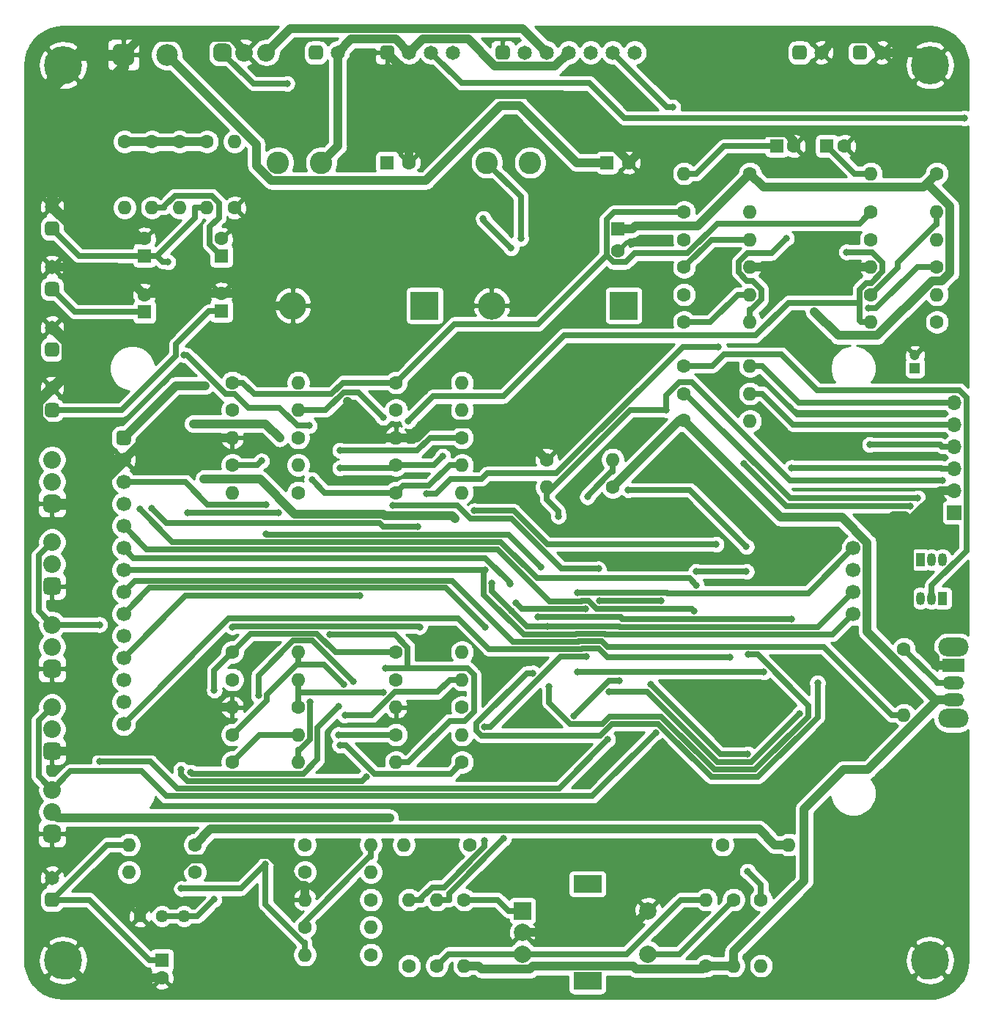
<source format=gbr>
G04 #@! TF.GenerationSoftware,KiCad,Pcbnew,(5.1.9-0-10_14)*
G04 #@! TF.CreationDate,2021-01-20T18:33:34+01:00*
G04 #@! TF.ProjectId,3DPrinter_Watercooling,33445072-696e-4746-9572-5f5761746572,rev?*
G04 #@! TF.SameCoordinates,Original*
G04 #@! TF.FileFunction,Copper,L2,Bot*
G04 #@! TF.FilePolarity,Positive*
%FSLAX46Y46*%
G04 Gerber Fmt 4.6, Leading zero omitted, Abs format (unit mm)*
G04 Created by KiCad (PCBNEW (5.1.9-0-10_14)) date 2021-01-20 18:33:34*
%MOMM*%
%LPD*%
G01*
G04 APERTURE LIST*
G04 #@! TA.AperFunction,ComponentPad*
%ADD10C,1.700000*%
G04 #@! TD*
G04 #@! TA.AperFunction,ComponentPad*
%ADD11R,1.600000X1.600000*%
G04 #@! TD*
G04 #@! TA.AperFunction,ComponentPad*
%ADD12C,1.600000*%
G04 #@! TD*
G04 #@! TA.AperFunction,ComponentPad*
%ADD13R,1.200000X1.200000*%
G04 #@! TD*
G04 #@! TA.AperFunction,ComponentPad*
%ADD14C,1.200000*%
G04 #@! TD*
G04 #@! TA.AperFunction,ComponentPad*
%ADD15R,3.200000X3.200000*%
G04 #@! TD*
G04 #@! TA.AperFunction,ComponentPad*
%ADD16O,3.200000X3.200000*%
G04 #@! TD*
G04 #@! TA.AperFunction,ComponentPad*
%ADD17C,0.700000*%
G04 #@! TD*
G04 #@! TA.AperFunction,ComponentPad*
%ADD18C,4.400000*%
G04 #@! TD*
G04 #@! TA.AperFunction,ComponentPad*
%ADD19C,2.500000*%
G04 #@! TD*
G04 #@! TA.AperFunction,ComponentPad*
%ADD20R,1.700000X1.700000*%
G04 #@! TD*
G04 #@! TA.AperFunction,ComponentPad*
%ADD21O,1.700000X1.700000*%
G04 #@! TD*
G04 #@! TA.AperFunction,ComponentPad*
%ADD22C,2.040000*%
G04 #@! TD*
G04 #@! TA.AperFunction,ComponentPad*
%ADD23C,1.650000*%
G04 #@! TD*
G04 #@! TA.AperFunction,ComponentPad*
%ADD24C,2.600000*%
G04 #@! TD*
G04 #@! TA.AperFunction,ComponentPad*
%ADD25O,1.050000X1.500000*%
G04 #@! TD*
G04 #@! TA.AperFunction,ComponentPad*
%ADD26R,1.050000X1.500000*%
G04 #@! TD*
G04 #@! TA.AperFunction,ComponentPad*
%ADD27O,1.600000X1.600000*%
G04 #@! TD*
G04 #@! TA.AperFunction,ComponentPad*
%ADD28C,1.440000*%
G04 #@! TD*
G04 #@! TA.AperFunction,ComponentPad*
%ADD29R,2.500000X1.500000*%
G04 #@! TD*
G04 #@! TA.AperFunction,ComponentPad*
%ADD30O,2.500000X1.500000*%
G04 #@! TD*
G04 #@! TA.AperFunction,ComponentPad*
%ADD31O,3.500000X2.200000*%
G04 #@! TD*
G04 #@! TA.AperFunction,ComponentPad*
%ADD32C,2.000000*%
G04 #@! TD*
G04 #@! TA.AperFunction,ComponentPad*
%ADD33R,3.200000X2.000000*%
G04 #@! TD*
G04 #@! TA.AperFunction,ComponentPad*
%ADD34R,2.000000X2.000000*%
G04 #@! TD*
G04 #@! TA.AperFunction,ViaPad*
%ADD35C,0.800000*%
G04 #@! TD*
G04 #@! TA.AperFunction,Conductor*
%ADD36C,1.016000*%
G04 #@! TD*
G04 #@! TA.AperFunction,Conductor*
%ADD37C,1.270000*%
G04 #@! TD*
G04 #@! TA.AperFunction,Conductor*
%ADD38C,0.635000*%
G04 #@! TD*
G04 #@! TA.AperFunction,Conductor*
%ADD39C,0.254000*%
G04 #@! TD*
G04 #@! TA.AperFunction,Conductor*
%ADD40C,0.100000*%
G04 #@! TD*
G04 APERTURE END LIST*
D10*
X223380000Y-80670000D03*
X223380000Y-83210000D03*
X223380000Y-85750000D03*
X223380000Y-88290000D03*
G04 #@! TA.AperFunction,ComponentPad*
G36*
G01*
X138230000Y-68395000D02*
X138230000Y-67545000D01*
G75*
G02*
X138655000Y-67120000I425000J0D01*
G01*
X139505000Y-67120000D01*
G75*
G02*
X139930000Y-67545000I0J-425000D01*
G01*
X139930000Y-68395000D01*
G75*
G02*
X139505000Y-68820000I-425000J0D01*
G01*
X138655000Y-68820000D01*
G75*
G02*
X138230000Y-68395000I0J425000D01*
G01*
G37*
G04 #@! TD.AperFunction*
X139080000Y-70510000D03*
X139080000Y-73050000D03*
X139080000Y-75590000D03*
X139080000Y-78130000D03*
X139080000Y-80670000D03*
X139080000Y-83210000D03*
X139080000Y-85750000D03*
X139080000Y-88290000D03*
X139080000Y-90830000D03*
X139080000Y-93370000D03*
X139080000Y-95910000D03*
X139080000Y-98450000D03*
X139080000Y-100990000D03*
D11*
X169545000Y-36195000D03*
D12*
X172045000Y-36195000D03*
D13*
X230505000Y-59944000D03*
D14*
X230505000Y-58444000D03*
D12*
X197445000Y-36195000D03*
D11*
X194945000Y-36195000D03*
X196215000Y-43855000D03*
D12*
X196215000Y-46355000D03*
D11*
X143510000Y-128270000D03*
D12*
X143510000Y-130270000D03*
X150368000Y-51340000D03*
D11*
X150368000Y-53340000D03*
D12*
X216535000Y-34290000D03*
D11*
X214535000Y-34290000D03*
D12*
X150368000Y-44990000D03*
D11*
X150368000Y-46990000D03*
X220345000Y-34290000D03*
D12*
X222345000Y-34290000D03*
D11*
X141478000Y-53435000D03*
D12*
X141478000Y-51435000D03*
D11*
X141478000Y-46990000D03*
D12*
X141478000Y-44990000D03*
D15*
X173863000Y-52705000D03*
D16*
X158623000Y-52705000D03*
X181610000Y-52705000D03*
D15*
X196850000Y-52705000D03*
D17*
X133246726Y-23773274D03*
X132080000Y-23290000D03*
X130913274Y-23773274D03*
X130430000Y-24940000D03*
X130913274Y-26106726D03*
X132080000Y-26590000D03*
X133246726Y-26106726D03*
X133730000Y-24940000D03*
D18*
X132080000Y-24940000D03*
D17*
X233401726Y-23773274D03*
X232235000Y-23290000D03*
X231068274Y-23773274D03*
X230585000Y-24940000D03*
X231068274Y-26106726D03*
X232235000Y-26590000D03*
X233401726Y-26106726D03*
X233885000Y-24940000D03*
D18*
X232235000Y-24940000D03*
X232235000Y-128270000D03*
D17*
X233885000Y-128270000D03*
X233401726Y-129436726D03*
X232235000Y-129920000D03*
X231068274Y-129436726D03*
X230585000Y-128270000D03*
X231068274Y-127103274D03*
X232235000Y-126620000D03*
X233401726Y-127103274D03*
X133246726Y-127103274D03*
X132080000Y-126620000D03*
X130913274Y-127103274D03*
X130430000Y-128270000D03*
X130913274Y-129436726D03*
X132080000Y-129920000D03*
X133246726Y-129436726D03*
X133730000Y-128270000D03*
D18*
X132080000Y-128270000D03*
D19*
X144065000Y-23749000D03*
G04 #@! TA.AperFunction,ComponentPad*
G36*
G01*
X137815000Y-24374000D02*
X137815000Y-23124000D01*
G75*
G02*
X138440000Y-22499000I625000J0D01*
G01*
X139690000Y-22499000D01*
G75*
G02*
X140315000Y-23124000I0J-625000D01*
G01*
X140315000Y-24374000D01*
G75*
G02*
X139690000Y-24999000I-625000J0D01*
G01*
X138440000Y-24999000D01*
G75*
G02*
X137815000Y-24374000I0J625000D01*
G01*
G37*
G04 #@! TD.AperFunction*
D20*
X235077000Y-76581000D03*
D21*
X235077000Y-74041000D03*
X235077000Y-71501000D03*
X235077000Y-68961000D03*
X235077000Y-66421000D03*
X235077000Y-63881000D03*
G04 #@! TA.AperFunction,ComponentPad*
G36*
G01*
X131320000Y-114685000D02*
X130300000Y-114685000D01*
G75*
G02*
X129790000Y-114175000I0J510000D01*
G01*
X129790000Y-113155000D01*
G75*
G02*
X130300000Y-112645000I510000J0D01*
G01*
X131320000Y-112645000D01*
G75*
G02*
X131830000Y-113155000I0J-510000D01*
G01*
X131830000Y-114175000D01*
G75*
G02*
X131320000Y-114685000I-510000J0D01*
G01*
G37*
G04 #@! TD.AperFunction*
D22*
X130810000Y-111125000D03*
X130810000Y-108585000D03*
G04 #@! TA.AperFunction,ComponentPad*
G36*
G01*
X131320000Y-105160000D02*
X130300000Y-105160000D01*
G75*
G02*
X129790000Y-104650000I0J510000D01*
G01*
X129790000Y-103630000D01*
G75*
G02*
X130300000Y-103120000I510000J0D01*
G01*
X131320000Y-103120000D01*
G75*
G02*
X131830000Y-103630000I0J-510000D01*
G01*
X131830000Y-104650000D01*
G75*
G02*
X131320000Y-105160000I-510000J0D01*
G01*
G37*
G04 #@! TD.AperFunction*
X130810000Y-101600000D03*
X130810000Y-99060000D03*
G04 #@! TA.AperFunction,ComponentPad*
G36*
G01*
X131320000Y-95635000D02*
X130300000Y-95635000D01*
G75*
G02*
X129790000Y-95125000I0J510000D01*
G01*
X129790000Y-94105000D01*
G75*
G02*
X130300000Y-93595000I510000J0D01*
G01*
X131320000Y-93595000D01*
G75*
G02*
X131830000Y-94105000I0J-510000D01*
G01*
X131830000Y-95125000D01*
G75*
G02*
X131320000Y-95635000I-510000J0D01*
G01*
G37*
G04 #@! TD.AperFunction*
X130810000Y-92075000D03*
X130810000Y-89535000D03*
X130810000Y-80010000D03*
X130810000Y-82550000D03*
G04 #@! TA.AperFunction,ComponentPad*
G36*
G01*
X131320000Y-86110000D02*
X130300000Y-86110000D01*
G75*
G02*
X129790000Y-85600000I0J510000D01*
G01*
X129790000Y-84580000D01*
G75*
G02*
X130300000Y-84070000I510000J0D01*
G01*
X131320000Y-84070000D01*
G75*
G02*
X131830000Y-84580000I0J-510000D01*
G01*
X131830000Y-85600000D01*
G75*
G02*
X131320000Y-86110000I-510000J0D01*
G01*
G37*
G04 #@! TD.AperFunction*
G04 #@! TA.AperFunction,ComponentPad*
G36*
G01*
X182055000Y-23907500D02*
X182055000Y-23082500D01*
G75*
G02*
X182467500Y-22670000I412500J0D01*
G01*
X183292500Y-22670000D01*
G75*
G02*
X183705000Y-23082500I0J-412500D01*
G01*
X183705000Y-23907500D01*
G75*
G02*
X183292500Y-24320000I-412500J0D01*
G01*
X182467500Y-24320000D01*
G75*
G02*
X182055000Y-23907500I0J412500D01*
G01*
G37*
G04 #@! TD.AperFunction*
D23*
X185420000Y-23495000D03*
X187960000Y-23495000D03*
X190500000Y-23495000D03*
X193040000Y-23495000D03*
X195580000Y-23495000D03*
X198120000Y-23495000D03*
D22*
X130810000Y-70485000D03*
X130810000Y-73025000D03*
G04 #@! TA.AperFunction,ComponentPad*
G36*
G01*
X131320000Y-76585000D02*
X130300000Y-76585000D01*
G75*
G02*
X129790000Y-76075000I0J510000D01*
G01*
X129790000Y-75055000D01*
G75*
G02*
X130300000Y-74545000I510000J0D01*
G01*
X131320000Y-74545000D01*
G75*
G02*
X131830000Y-75055000I0J-510000D01*
G01*
X131830000Y-76075000D01*
G75*
G02*
X131320000Y-76585000I-510000J0D01*
G01*
G37*
G04 #@! TD.AperFunction*
G04 #@! TA.AperFunction,ComponentPad*
G36*
G01*
X160465000Y-23907500D02*
X160465000Y-23082500D01*
G75*
G02*
X160877500Y-22670000I412500J0D01*
G01*
X161702500Y-22670000D01*
G75*
G02*
X162115000Y-23082500I0J-412500D01*
G01*
X162115000Y-23907500D01*
G75*
G02*
X161702500Y-24320000I-412500J0D01*
G01*
X160877500Y-24320000D01*
G75*
G02*
X160465000Y-23907500I0J412500D01*
G01*
G37*
G04 #@! TD.AperFunction*
D23*
X163830000Y-23495000D03*
G04 #@! TA.AperFunction,ComponentPad*
G36*
G01*
X168720000Y-23907500D02*
X168720000Y-23082500D01*
G75*
G02*
X169132500Y-22670000I412500J0D01*
G01*
X169957500Y-22670000D01*
G75*
G02*
X170370000Y-23082500I0J-412500D01*
G01*
X170370000Y-23907500D01*
G75*
G02*
X169957500Y-24320000I-412500J0D01*
G01*
X169132500Y-24320000D01*
G75*
G02*
X168720000Y-23907500I0J412500D01*
G01*
G37*
G04 #@! TD.AperFunction*
X172085000Y-23495000D03*
X177165000Y-23495000D03*
X174625000Y-23495000D03*
D24*
X161925000Y-36195000D03*
X156925000Y-36195000D03*
X181055000Y-36195000D03*
X186055000Y-36195000D03*
D25*
X232410000Y-86487000D03*
X231140000Y-86487000D03*
D26*
X233680000Y-86487000D03*
X231140000Y-82042000D03*
D25*
X233680000Y-82042000D03*
X232410000Y-82042000D03*
D27*
X171450000Y-114935000D03*
D12*
X179070000Y-114935000D03*
X208280000Y-114935000D03*
D27*
X215900000Y-114935000D03*
D12*
X187960000Y-70485000D03*
D27*
X195580000Y-70485000D03*
D12*
X203835000Y-59690000D03*
D27*
X211455000Y-59690000D03*
X211455000Y-62865000D03*
D12*
X203835000Y-62865000D03*
D27*
X187960000Y-73660000D03*
D12*
X195580000Y-73660000D03*
X203835000Y-65989200D03*
D27*
X211455000Y-66040000D03*
D12*
X147320000Y-114935000D03*
D27*
X139700000Y-114935000D03*
X139192000Y-41402000D03*
D12*
X139192000Y-33782000D03*
X229235000Y-92329000D03*
D27*
X229235000Y-99949000D03*
X151892000Y-33782000D03*
D12*
X151892000Y-41402000D03*
D27*
X167640000Y-114935000D03*
D12*
X160020000Y-114935000D03*
X170561000Y-92710000D03*
D27*
X178181000Y-92710000D03*
X167640000Y-118110000D03*
D12*
X160020000Y-118110000D03*
D27*
X178181000Y-95885000D03*
D12*
X170561000Y-95885000D03*
X167640000Y-121285000D03*
D27*
X160020000Y-121285000D03*
X170561000Y-99060000D03*
D12*
X178181000Y-99060000D03*
X160020000Y-124460000D03*
D27*
X167640000Y-124460000D03*
X178181000Y-102235000D03*
D12*
X170561000Y-102235000D03*
D27*
X160020000Y-127635000D03*
D12*
X167640000Y-127635000D03*
D27*
X170561000Y-105410000D03*
D12*
X178181000Y-105410000D03*
X211455000Y-37465000D03*
D27*
X203835000Y-37465000D03*
X142367000Y-41402000D03*
D12*
X142367000Y-33782000D03*
D27*
X211455000Y-41910000D03*
D12*
X203835000Y-41910000D03*
X151638000Y-92710000D03*
D27*
X159258000Y-92710000D03*
X211455000Y-45085000D03*
D12*
X203835000Y-45085000D03*
X151638000Y-95885000D03*
D27*
X159258000Y-95885000D03*
D12*
X147320000Y-118110000D03*
D27*
X139700000Y-118110000D03*
D12*
X203835000Y-48260000D03*
D27*
X211455000Y-48260000D03*
X151638000Y-99060000D03*
D12*
X159258000Y-99060000D03*
X203835000Y-51435000D03*
D27*
X211455000Y-51435000D03*
X159258000Y-102235000D03*
D12*
X151638000Y-102235000D03*
D27*
X211455000Y-54610000D03*
D12*
X203835000Y-54610000D03*
D27*
X159258000Y-105410000D03*
D12*
X151638000Y-105410000D03*
X233045000Y-37465000D03*
D27*
X225425000Y-37465000D03*
X145542000Y-41402000D03*
D12*
X145542000Y-33782000D03*
D27*
X148717000Y-41402000D03*
D12*
X148717000Y-33782000D03*
D27*
X233045000Y-41910000D03*
D12*
X225425000Y-41910000D03*
X170561000Y-61595000D03*
D27*
X178181000Y-61595000D03*
X159258000Y-61595000D03*
D12*
X151638000Y-61595000D03*
D27*
X233045000Y-45085000D03*
D12*
X225425000Y-45085000D03*
D27*
X178181000Y-64770000D03*
D12*
X170561000Y-64770000D03*
X151638000Y-64770000D03*
D27*
X159258000Y-64770000D03*
D12*
X233045000Y-48260000D03*
D27*
X225425000Y-48260000D03*
X170561000Y-67945000D03*
D12*
X178181000Y-67945000D03*
X159258000Y-67945000D03*
D27*
X151638000Y-67945000D03*
D12*
X225425000Y-51435000D03*
D27*
X233045000Y-51435000D03*
X178181000Y-71120000D03*
D12*
X170561000Y-71120000D03*
X151638000Y-71120000D03*
D27*
X159258000Y-71120000D03*
X225425000Y-54610000D03*
D12*
X233045000Y-54610000D03*
X170561000Y-74295000D03*
D27*
X178181000Y-74295000D03*
D12*
X159258000Y-74295000D03*
D27*
X151638000Y-74295000D03*
D28*
X146050000Y-123190000D03*
X143510000Y-123190000D03*
X140970000Y-123190000D03*
D29*
X234950000Y-94230000D03*
D30*
X234950000Y-96230000D03*
X234950000Y-98230000D03*
D31*
X234950000Y-92130000D03*
X234950000Y-100330000D03*
D23*
X130810000Y-118745000D03*
G04 #@! TA.AperFunction,ComponentPad*
G36*
G01*
X131222500Y-122110000D02*
X130397500Y-122110000D01*
G75*
G02*
X129985000Y-121697500I0J412500D01*
G01*
X129985000Y-120872500D01*
G75*
G02*
X130397500Y-120460000I412500J0D01*
G01*
X131222500Y-120460000D01*
G75*
G02*
X131635000Y-120872500I0J-412500D01*
G01*
X131635000Y-121697500D01*
G75*
G02*
X131222500Y-122110000I-412500J0D01*
G01*
G37*
G04 #@! TD.AperFunction*
X130810000Y-62230000D03*
G04 #@! TA.AperFunction,ComponentPad*
G36*
G01*
X131222500Y-65595000D02*
X130397500Y-65595000D01*
G75*
G02*
X129985000Y-65182500I0J412500D01*
G01*
X129985000Y-64357500D01*
G75*
G02*
X130397500Y-63945000I412500J0D01*
G01*
X131222500Y-63945000D01*
G75*
G02*
X131635000Y-64357500I0J-412500D01*
G01*
X131635000Y-65182500D01*
G75*
G02*
X131222500Y-65595000I-412500J0D01*
G01*
G37*
G04 #@! TD.AperFunction*
G04 #@! TA.AperFunction,ComponentPad*
G36*
G01*
X216345000Y-23907500D02*
X216345000Y-23082500D01*
G75*
G02*
X216757500Y-22670000I412500J0D01*
G01*
X217582500Y-22670000D01*
G75*
G02*
X217995000Y-23082500I0J-412500D01*
G01*
X217995000Y-23907500D01*
G75*
G02*
X217582500Y-24320000I-412500J0D01*
G01*
X216757500Y-24320000D01*
G75*
G02*
X216345000Y-23907500I0J412500D01*
G01*
G37*
G04 #@! TD.AperFunction*
X219710000Y-23495000D03*
G04 #@! TA.AperFunction,ComponentPad*
G36*
G01*
X131222500Y-58610000D02*
X130397500Y-58610000D01*
G75*
G02*
X129985000Y-58197500I0J412500D01*
G01*
X129985000Y-57372500D01*
G75*
G02*
X130397500Y-56960000I412500J0D01*
G01*
X131222500Y-56960000D01*
G75*
G02*
X131635000Y-57372500I0J-412500D01*
G01*
X131635000Y-58197500D01*
G75*
G02*
X131222500Y-58610000I-412500J0D01*
G01*
G37*
G04 #@! TD.AperFunction*
X130810000Y-55245000D03*
X226695000Y-23495000D03*
G04 #@! TA.AperFunction,ComponentPad*
G36*
G01*
X223330000Y-23907500D02*
X223330000Y-23082500D01*
G75*
G02*
X223742500Y-22670000I412500J0D01*
G01*
X224567500Y-22670000D01*
G75*
G02*
X224980000Y-23082500I0J-412500D01*
G01*
X224980000Y-23907500D01*
G75*
G02*
X224567500Y-24320000I-412500J0D01*
G01*
X223742500Y-24320000D01*
G75*
G02*
X223330000Y-23907500I0J412500D01*
G01*
G37*
G04 #@! TD.AperFunction*
G04 #@! TA.AperFunction,ComponentPad*
G36*
G01*
X131222500Y-51625000D02*
X130397500Y-51625000D01*
G75*
G02*
X129985000Y-51212500I0J412500D01*
G01*
X129985000Y-50387500D01*
G75*
G02*
X130397500Y-49975000I412500J0D01*
G01*
X131222500Y-49975000D01*
G75*
G02*
X131635000Y-50387500I0J-412500D01*
G01*
X131635000Y-51212500D01*
G75*
G02*
X131222500Y-51625000I-412500J0D01*
G01*
G37*
G04 #@! TD.AperFunction*
X130810000Y-48260000D03*
X130810000Y-41275000D03*
G04 #@! TA.AperFunction,ComponentPad*
G36*
G01*
X131222500Y-44640000D02*
X130397500Y-44640000D01*
G75*
G02*
X129985000Y-44227500I0J412500D01*
G01*
X129985000Y-43402500D01*
G75*
G02*
X130397500Y-42990000I412500J0D01*
G01*
X131222500Y-42990000D01*
G75*
G02*
X131635000Y-43402500I0J-412500D01*
G01*
X131635000Y-44227500D01*
G75*
G02*
X131222500Y-44640000I-412500J0D01*
G01*
G37*
G04 #@! TD.AperFunction*
D32*
X199680000Y-127555000D03*
X199680000Y-122555000D03*
D33*
X192680000Y-130655000D03*
X192680000Y-119455000D03*
D32*
X185180000Y-127555000D03*
X185180000Y-125055000D03*
D34*
X185180000Y-122555000D03*
G04 #@! TA.AperFunction,ComponentPad*
G36*
G01*
X149475000Y-24005000D02*
X149475000Y-22985000D01*
G75*
G02*
X149985000Y-22475000I510000J0D01*
G01*
X151005000Y-22475000D01*
G75*
G02*
X151515000Y-22985000I0J-510000D01*
G01*
X151515000Y-24005000D01*
G75*
G02*
X151005000Y-24515000I-510000J0D01*
G01*
X149985000Y-24515000D01*
G75*
G02*
X149475000Y-24005000I0J510000D01*
G01*
G37*
G04 #@! TD.AperFunction*
D22*
X153035000Y-23495000D03*
X155575000Y-23495000D03*
D27*
X172085000Y-121285000D03*
D12*
X172085000Y-128905000D03*
X175260000Y-128905000D03*
D27*
X175260000Y-121285000D03*
D12*
X178435000Y-121285000D03*
D27*
X178435000Y-128905000D03*
X206375000Y-121285000D03*
D12*
X206375000Y-128905000D03*
X209550000Y-121285000D03*
D27*
X209550000Y-128905000D03*
X212725000Y-128905000D03*
D12*
X212725000Y-121285000D03*
D35*
X174675500Y-37603900D03*
X184838700Y-29610600D03*
X169824500Y-111828400D03*
X228036100Y-76963600D03*
X222496300Y-50018000D03*
X164901700Y-63750900D03*
X130810000Y-29845000D03*
X135255000Y-37465000D03*
X173355000Y-46355000D03*
X162941000Y-56261000D03*
X168910000Y-56261000D03*
X154686000Y-49276000D03*
X183007000Y-58801000D03*
X187960000Y-66040000D03*
X194056000Y-58801000D03*
X192883070Y-31525930D03*
X208406300Y-32766700D03*
X230378000Y-29083000D03*
X230378000Y-34036000D03*
X233045000Y-116205000D03*
X229798300Y-116276700D03*
X229798300Y-119451700D03*
X233045000Y-119380000D03*
X182168800Y-69799200D03*
X150696900Y-116053900D03*
X223443800Y-101650800D03*
X219329000Y-68707000D03*
X197485000Y-77470000D03*
X203200000Y-124587000D03*
X184658000Y-105410000D03*
X209804000Y-101473000D03*
X217170000Y-94107000D03*
X213741000Y-98044000D03*
X143510000Y-66294000D03*
X146494500Y-100838000D03*
X219837000Y-60134500D03*
X182562500Y-94551500D03*
X186563000Y-100330000D03*
X225869500Y-95059500D03*
X194246500Y-105791000D03*
X191770000Y-25463500D03*
X211455000Y-77406500D03*
X206883000Y-78740000D03*
X166687500Y-31877000D03*
X148380100Y-72707500D03*
X177370000Y-77319000D03*
X148506100Y-61949900D03*
X233680000Y-72888400D03*
X201751300Y-64727500D03*
X189312300Y-77007500D03*
X218859000Y-53397200D03*
X157121600Y-67987500D03*
X147129500Y-66357600D03*
X163956700Y-98957700D03*
X146838900Y-106610000D03*
X145751700Y-119994000D03*
X142323500Y-76080400D03*
X173032300Y-78228100D03*
X155480100Y-117165300D03*
X162907200Y-90712300D03*
X169347300Y-94567200D03*
X167112700Y-107103700D03*
X145721500Y-106269800D03*
X174053400Y-74417700D03*
X207813500Y-57480900D03*
X215661400Y-44940200D03*
X160634700Y-98442800D03*
X160516500Y-66573900D03*
X146052800Y-58393700D03*
X144190000Y-47666100D03*
X146507300Y-76629100D03*
X156932600Y-76629100D03*
X172000600Y-66022600D03*
X222591100Y-46521200D03*
X151638000Y-89799300D03*
X173277600Y-89799300D03*
X184959700Y-44956000D03*
X216251700Y-71416300D03*
X216251700Y-88877200D03*
X186973700Y-88677600D03*
X225299900Y-68763400D03*
X219247900Y-96258200D03*
X186360500Y-95134900D03*
X229979700Y-75836200D03*
X210744000Y-70955400D03*
X200564000Y-101981300D03*
X136295400Y-89535000D03*
X136295400Y-105327600D03*
X195011400Y-102804000D03*
X202504000Y-29800000D03*
X205255000Y-84970000D03*
X140969500Y-76210900D03*
X207541700Y-80263000D03*
X179589700Y-76392000D03*
X157955800Y-27079000D03*
X196343200Y-95994400D03*
X191071800Y-100050200D03*
X182965800Y-114248600D03*
X192555400Y-93208600D03*
X180767700Y-101368300D03*
X180767700Y-114486700D03*
X194078300Y-86774500D03*
X201167400Y-86774500D03*
X199973900Y-96432200D03*
X211162100Y-104465100D03*
X211162100Y-118002700D03*
X192448600Y-87740800D03*
X184403500Y-87039100D03*
X192675000Y-74784700D03*
X191525000Y-85856600D03*
X213002100Y-94996900D03*
X191525000Y-94996900D03*
X183691600Y-84797300D03*
X181649800Y-84783600D03*
X180832700Y-89852000D03*
X183902300Y-87956900D03*
X188035700Y-89768800D03*
X180865300Y-83185000D03*
X155499800Y-75663800D03*
X155499800Y-79063300D03*
X187294200Y-82851400D03*
X205011000Y-87946900D03*
X166343900Y-86210200D03*
X170218200Y-75790200D03*
X193945000Y-83086600D03*
X209102100Y-93313100D03*
X211029800Y-83402000D03*
X205255000Y-83402000D03*
X211032500Y-80524600D03*
X197398900Y-73987800D03*
X183848900Y-46075200D03*
X180627100Y-42652900D03*
X211249000Y-92998400D03*
X188255000Y-96687500D03*
X236183200Y-31052100D03*
X217212600Y-99778000D03*
X195122100Y-97293600D03*
X230816000Y-74918400D03*
X149549300Y-97088200D03*
X163885200Y-102235000D03*
X164645400Y-100000700D03*
X164062700Y-103454300D03*
X164508700Y-96392700D03*
X169050000Y-97351400D03*
X149506700Y-121281000D03*
X154666200Y-97706800D03*
X165639400Y-96126900D03*
X175949600Y-70108500D03*
X164069300Y-71470700D03*
X155006200Y-70645000D03*
X225111200Y-53022500D03*
X164072700Y-69421900D03*
X169059800Y-65596300D03*
X160832300Y-72786900D03*
D36*
X144065000Y-23749000D02*
X154429900Y-34113900D01*
X154429900Y-34113900D02*
X154429900Y-36546200D01*
X154429900Y-36546200D02*
X156153500Y-38269800D01*
X156153500Y-38269800D02*
X174009600Y-38269800D01*
X174009600Y-38269800D02*
X174675500Y-37603900D01*
X184838700Y-29610600D02*
X191423100Y-36195000D01*
X191423100Y-36195000D02*
X193319500Y-36195000D01*
X184838700Y-29610600D02*
X182668800Y-29610600D01*
X182668800Y-29610600D02*
X174675500Y-37603900D01*
X194945000Y-36195000D02*
X193319500Y-36195000D01*
X130810000Y-111125000D02*
X131513400Y-111828400D01*
X131513400Y-111828400D02*
X169824500Y-111828400D01*
X229906600Y-77535900D02*
X229334300Y-76963600D01*
X229334300Y-76963600D02*
X228036100Y-76963600D01*
X172045000Y-28390000D02*
X189747100Y-28390000D01*
X189747100Y-28390000D02*
X192883070Y-31525930D01*
X187960000Y-70485000D02*
X183865300Y-66390300D01*
X183865300Y-66390300D02*
X174567000Y-66390300D01*
X174567000Y-66390300D02*
X173012300Y-67945000D01*
X173012300Y-67945000D02*
X170561000Y-67945000D01*
X229906600Y-77535900D02*
X233401500Y-74041000D01*
X232874500Y-94230000D02*
X232874500Y-93312600D01*
X232874500Y-93312600D02*
X229906600Y-90344700D01*
X229906600Y-90344700D02*
X229906600Y-77535900D01*
X160020000Y-119659500D02*
X159369100Y-119659500D01*
X159369100Y-119659500D02*
X158394500Y-118684900D01*
X158394500Y-118684900D02*
X158394500Y-118459900D01*
X158394500Y-118459900D02*
X155988500Y-116053900D01*
X155988500Y-116053900D02*
X150696900Y-116053900D01*
X150259600Y-116053900D02*
X149711800Y-116601700D01*
X149711800Y-116601700D02*
X146695300Y-116601700D01*
X146695300Y-116601700D02*
X140970000Y-122327000D01*
X140970000Y-122327000D02*
X140970000Y-123190000D01*
X150012500Y-99060000D02*
X144932500Y-104140000D01*
X144932500Y-104140000D02*
X130810000Y-104140000D01*
X235077000Y-74041000D02*
X233401500Y-74041000D01*
X172045000Y-28390000D02*
X172045000Y-36195000D01*
X169545000Y-23495000D02*
X172045000Y-25995000D01*
X172045000Y-25995000D02*
X172045000Y-28390000D01*
X197498600Y-36141400D02*
X200873300Y-32766700D01*
X200873300Y-32766700D02*
X208406300Y-32766700D01*
X215640800Y-32766700D02*
X216535000Y-33660900D01*
X216535000Y-33660900D02*
X216535000Y-34290000D01*
X197445000Y-36195000D02*
X197498600Y-36141400D01*
X169748300Y-67945000D02*
X170561000Y-67945000D01*
X169748300Y-67945000D02*
X168935500Y-67945000D01*
X222496300Y-48260000D02*
X225425000Y-48260000D01*
X211455000Y-48260000D02*
X222496300Y-48260000D01*
X222496300Y-48260000D02*
X222496300Y-50018000D01*
X160020000Y-121285000D02*
X160020000Y-119659500D01*
X130810000Y-48260000D02*
X138303000Y-48260000D01*
X138303000Y-48260000D02*
X141478000Y-51435000D01*
X150368000Y-51340000D02*
X141573000Y-51340000D01*
X141573000Y-51340000D02*
X141478000Y-51435000D01*
X156197500Y-52705000D02*
X154832500Y-51340000D01*
X154832500Y-51340000D02*
X150368000Y-51340000D01*
X158623000Y-52705000D02*
X156197500Y-52705000D01*
X132080000Y-26590000D02*
X130810000Y-27860000D01*
X132080000Y-26348300D02*
X132080000Y-26590000D01*
X132080000Y-23531600D02*
X133005000Y-23531600D01*
X133005000Y-23531600D02*
X133246700Y-23773300D01*
X130913300Y-23773300D02*
X131838300Y-23773300D01*
X131838300Y-23773300D02*
X132080000Y-23531600D01*
X132080000Y-23531600D02*
X132080000Y-23290000D01*
X132080000Y-26348300D02*
X131154900Y-26348300D01*
X131154900Y-26348300D02*
X130913300Y-26106700D01*
X133246700Y-26106700D02*
X132321600Y-26106700D01*
X132321600Y-26106700D02*
X132080000Y-26348300D01*
X132080000Y-24940000D02*
X133730000Y-24940000D01*
X230386300Y-23495000D02*
X233123400Y-23495000D01*
X233123400Y-23495000D02*
X233401700Y-23773300D01*
X230386300Y-23495000D02*
X230790000Y-23495000D01*
X230790000Y-23495000D02*
X231068300Y-23773300D01*
X230386300Y-23495000D02*
X232030000Y-23495000D01*
X232030000Y-23495000D02*
X232235000Y-23290000D01*
X226695000Y-23495000D02*
X230386300Y-23495000D01*
X232235000Y-26348300D02*
X231309900Y-26348300D01*
X231309900Y-26348300D02*
X231068300Y-26106700D01*
X233401700Y-26106700D02*
X232476600Y-26106700D01*
X232476600Y-26106700D02*
X232235000Y-26348300D01*
X232235000Y-26348300D02*
X232235000Y-26590000D01*
X232235000Y-24940000D02*
X233885000Y-24940000D01*
X133246700Y-129436700D02*
X134080000Y-130270000D01*
X134080000Y-130270000D02*
X143510000Y-130270000D01*
X132080000Y-129920000D02*
X132763400Y-129920000D01*
X132763400Y-129920000D02*
X133246700Y-129436700D01*
X132080000Y-126861600D02*
X133005000Y-126861600D01*
X133005000Y-126861600D02*
X133246700Y-127103300D01*
X130913300Y-127103300D02*
X131838300Y-127103300D01*
X131838300Y-127103300D02*
X132080000Y-126861600D01*
X132080000Y-126861600D02*
X132080000Y-126620000D01*
X130913300Y-129436700D02*
X131596700Y-129436700D01*
X131596700Y-129436700D02*
X132080000Y-129920000D01*
X233401700Y-129436700D02*
X232718300Y-129436700D01*
X232718300Y-129436700D02*
X232235000Y-129920000D01*
X232235000Y-129920000D02*
X231551600Y-129920000D01*
X231551600Y-129920000D02*
X231068300Y-129436700D01*
X231068300Y-127103300D02*
X231751700Y-127103300D01*
X231751700Y-127103300D02*
X232235000Y-126620000D01*
X233401700Y-127103300D02*
X232718300Y-127103300D01*
X232718300Y-127103300D02*
X232235000Y-126620000D01*
X139080000Y-70510000D02*
X141645000Y-67945000D01*
X141645000Y-67945000D02*
X151638000Y-67945000D01*
X133271000Y-23749000D02*
X133246700Y-23773300D01*
X153035000Y-23495000D02*
X153035000Y-23270800D01*
X153035000Y-23270800D02*
X151526300Y-21762100D01*
X151526300Y-21762100D02*
X141051900Y-21762100D01*
X141051900Y-21762100D02*
X139065000Y-23749000D01*
X219710000Y-23495000D02*
X221265000Y-21940000D01*
X221265000Y-21940000D02*
X225140000Y-21940000D01*
X225140000Y-21940000D02*
X226695000Y-23495000D01*
X151638000Y-99060000D02*
X150012500Y-99060000D01*
X168935500Y-67945000D02*
X168935500Y-67784700D01*
X168935500Y-67784700D02*
X164901700Y-63750900D01*
X234950000Y-94230000D02*
X232874500Y-94230000D01*
X185180000Y-125055000D02*
X197180000Y-125055000D01*
X197180000Y-125055000D02*
X199680000Y-122555000D01*
D37*
X134025000Y-75565000D02*
X139080000Y-70510000D01*
X130810000Y-75565000D02*
X134025000Y-75565000D01*
X129149990Y-63840762D02*
X130760752Y-62230000D01*
X130760752Y-62230000D02*
X130810000Y-62230000D01*
X133960752Y-70510000D02*
X129149990Y-65699238D01*
X129149990Y-65699238D02*
X129149990Y-63840762D01*
X139080000Y-70510000D02*
X133960752Y-70510000D01*
X139065000Y-25146000D02*
X130810000Y-33401000D01*
X139065000Y-23749000D02*
X139065000Y-25146000D01*
D36*
X130810000Y-27860000D02*
X130810000Y-29845000D01*
D37*
X130810000Y-33401000D02*
X130810000Y-41275000D01*
X130810000Y-26210000D02*
X132080000Y-24940000D01*
X130810000Y-33401000D02*
X130810000Y-26210000D01*
X132080000Y-24940000D02*
X133246726Y-23773274D01*
X133271000Y-23749000D02*
X132080000Y-24940000D01*
X139065000Y-23749000D02*
X133271000Y-23749000D01*
X134525000Y-44940752D02*
X134525000Y-44990000D01*
X131739238Y-42154990D02*
X134525000Y-44940752D01*
X131689990Y-42154990D02*
X131739238Y-42154990D01*
X130810000Y-41275000D02*
X131689990Y-42154990D01*
X134525000Y-44990000D02*
X141478000Y-44990000D01*
X132470010Y-56855762D02*
X130859248Y-55245000D01*
X132470010Y-60569990D02*
X132470010Y-56855762D01*
X130859248Y-55245000D02*
X130810000Y-55245000D01*
X130810000Y-62230000D02*
X132470010Y-60569990D01*
D36*
X130810000Y-29845000D02*
X130810000Y-33401000D01*
X192883070Y-31525930D02*
X197498600Y-36141400D01*
X208406300Y-32766700D02*
X215640800Y-32766700D01*
X150696900Y-116053900D02*
X150259600Y-116053900D01*
X203835000Y-65989200D02*
X203250800Y-65989200D01*
X203250800Y-65989200D02*
X195580000Y-73660000D01*
X177370000Y-77319000D02*
X177018900Y-76967900D01*
X177018900Y-76967900D02*
X169291600Y-76967900D01*
X169291600Y-76967900D02*
X169076500Y-76752800D01*
X169076500Y-76752800D02*
X158864200Y-76752800D01*
X158864200Y-76752800D02*
X154818900Y-72707500D01*
X154818900Y-72707500D02*
X148380100Y-72707500D01*
X139080000Y-67970000D02*
X145100100Y-61949900D01*
X145100100Y-61949900D02*
X148506100Y-61949900D01*
X209550000Y-128905000D02*
X209550000Y-127279500D01*
X209550000Y-127279500D02*
X217698800Y-119130700D01*
X217698800Y-119130700D02*
X217698800Y-110815900D01*
X217698800Y-110815900D02*
X222249200Y-106265500D01*
X222249200Y-106265500D02*
X225059000Y-106265500D01*
X225059000Y-106265500D02*
X232874500Y-98450000D01*
X232874500Y-98450000D02*
X232874500Y-98230000D01*
X203835000Y-65989200D02*
X215007100Y-77161300D01*
X215007100Y-77161300D02*
X222078000Y-77161300D01*
X222078000Y-77161300D02*
X224984100Y-80067400D01*
X224984100Y-80067400D02*
X224984100Y-90339600D01*
X224984100Y-90339600D02*
X232874500Y-98230000D01*
X234950000Y-98230000D02*
X232874500Y-98230000D01*
X209550000Y-128905000D02*
X206375000Y-128905000D01*
X190500000Y-23495000D02*
X188910600Y-25084400D01*
X188910600Y-25084400D02*
X181993200Y-25084400D01*
X181993200Y-25084400D02*
X178866300Y-21957500D01*
X178866300Y-21957500D02*
X173622500Y-21957500D01*
X173622500Y-21957500D02*
X172085000Y-23495000D01*
X163830000Y-23495000D02*
X163830000Y-34290000D01*
X163830000Y-34290000D02*
X161925000Y-36195000D01*
X172085000Y-23495000D02*
X170543400Y-21953400D01*
X170543400Y-21953400D02*
X165371600Y-21953400D01*
X165371600Y-21953400D02*
X163830000Y-23495000D01*
X206375000Y-128905000D02*
X206016600Y-129263400D01*
X206016600Y-129263400D02*
X198288400Y-129263400D01*
X198288400Y-129263400D02*
X197971600Y-128946600D01*
X197971600Y-128946600D02*
X186370700Y-128946600D01*
X186370700Y-128946600D02*
X186012800Y-129304500D01*
X186012800Y-129304500D02*
X180460000Y-129304500D01*
X180460000Y-129304500D02*
X180060500Y-128905000D01*
X178435000Y-128905000D02*
X180060500Y-128905000D01*
D38*
X233680000Y-72888400D02*
X216076400Y-72888400D01*
X216076400Y-72888400D02*
X204726400Y-61538400D01*
X204726400Y-61538400D02*
X203255200Y-61538400D01*
X203255200Y-61538400D02*
X201751300Y-63042300D01*
X201751300Y-63042300D02*
X201751300Y-64727500D01*
X187960000Y-74377500D02*
X197610000Y-64727500D01*
X197610000Y-64727500D02*
X201751300Y-64727500D01*
X189312300Y-77007500D02*
X189312300Y-76447300D01*
X189312300Y-76447300D02*
X187960000Y-75095000D01*
X187960000Y-74377500D02*
X187960000Y-75095000D01*
X187960000Y-73660000D02*
X187960000Y-74377500D01*
D36*
X231898300Y-38611700D02*
X231516000Y-38994000D01*
X231516000Y-38994000D02*
X212984000Y-38994000D01*
X212984000Y-38994000D02*
X211455000Y-37465000D01*
X233045000Y-37465000D02*
X231898300Y-38611700D01*
X231898300Y-38611700D02*
X234553400Y-41266900D01*
X234553400Y-41266900D02*
X234553400Y-48932000D01*
X234553400Y-48932000D02*
X233637900Y-49847500D01*
X233637900Y-49847500D02*
X232485400Y-49847500D01*
X232485400Y-49847500D02*
X226167300Y-56165600D01*
X226167300Y-56165600D02*
X221627400Y-56165600D01*
X221627400Y-56165600D02*
X218859000Y-53397200D01*
X214274500Y-114935000D02*
X212479800Y-113140300D01*
X212479800Y-113140300D02*
X149114700Y-113140300D01*
X149114700Y-113140300D02*
X147320000Y-114935000D01*
X157121600Y-67987500D02*
X155491700Y-66357600D01*
X155491700Y-66357600D02*
X147129500Y-66357600D01*
X187960000Y-23495000D02*
X185202100Y-20737100D01*
X185202100Y-20737100D02*
X158332900Y-20737100D01*
X158332900Y-20737100D02*
X155575000Y-23495000D01*
X142367000Y-33782000D02*
X139192000Y-33782000D01*
X145542000Y-33782000D02*
X142367000Y-33782000D01*
X148717000Y-33782000D02*
X145542000Y-33782000D01*
X211455000Y-37465000D02*
X205422500Y-43497500D01*
X205422500Y-43497500D02*
X198198000Y-43497500D01*
X198198000Y-43497500D02*
X197840500Y-43855000D01*
X196215000Y-43855000D02*
X197840500Y-43855000D01*
X215900000Y-114935000D02*
X214274500Y-114935000D01*
D38*
X143510000Y-128270000D02*
X142075000Y-128270000D01*
X130810000Y-121285000D02*
X135090000Y-121285000D01*
X135090000Y-121285000D02*
X142075000Y-128270000D01*
X130810000Y-121285000D02*
X137160000Y-114935000D01*
X137160000Y-114935000D02*
X139700000Y-114935000D01*
X163956700Y-98957700D02*
X161470100Y-101444300D01*
X161470100Y-101444300D02*
X161470100Y-105100600D01*
X161470100Y-105100600D02*
X159832400Y-106738300D01*
X159832400Y-106738300D02*
X146967200Y-106738300D01*
X146967200Y-106738300D02*
X146838900Y-106610000D01*
X148933000Y-53340000D02*
X145135000Y-57138000D01*
X145135000Y-57138000D02*
X145135000Y-58483300D01*
X145135000Y-58483300D02*
X138848300Y-64770000D01*
X138848300Y-64770000D02*
X130810000Y-64770000D01*
X150368000Y-53340000D02*
X148933000Y-53340000D01*
X173032300Y-78228100D02*
X169101100Y-78228100D01*
X169101100Y-78228100D02*
X168651600Y-77778600D01*
X168651600Y-77778600D02*
X144021700Y-77778600D01*
X144021700Y-77778600D02*
X142323500Y-76080400D01*
X155480100Y-117165300D02*
X152651400Y-119994000D01*
X152651400Y-119994000D02*
X145751700Y-119994000D01*
X160020000Y-126200000D02*
X159840600Y-126200000D01*
X159840600Y-126200000D02*
X155480100Y-121839500D01*
X155480100Y-121839500D02*
X155480100Y-117165300D01*
X160020000Y-127635000D02*
X160020000Y-126200000D01*
X171893400Y-94567200D02*
X171893400Y-92177800D01*
X171893400Y-92177800D02*
X170427900Y-90712300D01*
X170427900Y-90712300D02*
X162907200Y-90712300D01*
X171893400Y-94567200D02*
X169347300Y-94567200D01*
X171996000Y-105410000D02*
X176758500Y-100647500D01*
X176758500Y-100647500D02*
X178462700Y-100647500D01*
X178462700Y-100647500D02*
X179547200Y-99563000D01*
X179547200Y-99563000D02*
X179547200Y-95330700D01*
X179547200Y-95330700D02*
X178783700Y-94567200D01*
X178783700Y-94567200D02*
X171893400Y-94567200D01*
X170561000Y-105410000D02*
X171996000Y-105410000D01*
X203835000Y-37465000D02*
X205270000Y-37465000D01*
X205270000Y-37465000D02*
X208445000Y-34290000D01*
X208445000Y-34290000D02*
X214535000Y-34290000D01*
X167112700Y-107103700D02*
X166642800Y-107573600D01*
X166642800Y-107573600D02*
X146438900Y-107573600D01*
X146438900Y-107573600D02*
X145721500Y-106856200D01*
X145721500Y-106856200D02*
X145721500Y-106269800D01*
X142367000Y-41402000D02*
X143802000Y-41402000D01*
X143802000Y-41402000D02*
X143802000Y-41238800D01*
X143802000Y-41238800D02*
X145009000Y-40031800D01*
X145009000Y-40031800D02*
X149244900Y-40031800D01*
X149244900Y-40031800D02*
X150084700Y-40871600D01*
X150084700Y-40871600D02*
X150084700Y-42564400D01*
X150084700Y-42564400D02*
X149034100Y-43615000D01*
X149034100Y-43615000D02*
X149034100Y-45656100D01*
X149034100Y-45656100D02*
X150368000Y-46990000D01*
X174053400Y-74417700D02*
X175152900Y-74417700D01*
X175152900Y-74417700D02*
X176863100Y-72707500D01*
X176863100Y-72707500D02*
X180450600Y-72707500D01*
X180450600Y-72707500D02*
X181085600Y-72072500D01*
X181085600Y-72072500D02*
X189077800Y-72072500D01*
X189077800Y-72072500D02*
X203669400Y-57480900D01*
X203669400Y-57480900D02*
X207813500Y-57480900D01*
X211455000Y-54610000D02*
X211455000Y-53175000D01*
X211455000Y-53175000D02*
X211605100Y-53175000D01*
X211605100Y-53175000D02*
X212772900Y-52007200D01*
X212772900Y-52007200D02*
X212772900Y-50848300D01*
X212772900Y-50848300D02*
X211749700Y-49825100D01*
X211749700Y-49825100D02*
X211106400Y-49825100D01*
X211106400Y-49825100D02*
X210137200Y-48855900D01*
X210137200Y-48855900D02*
X210137200Y-47695100D01*
X210137200Y-47695100D02*
X211159800Y-46672500D01*
X211159800Y-46672500D02*
X213929100Y-46672500D01*
X213929100Y-46672500D02*
X215661400Y-44940200D01*
X159258000Y-103975000D02*
X159422800Y-103975000D01*
X159422800Y-103975000D02*
X160634700Y-102763100D01*
X160634700Y-102763100D02*
X160634700Y-98442800D01*
X159258000Y-105410000D02*
X159258000Y-103975000D01*
X225425000Y-37465000D02*
X223520000Y-37465000D01*
X223520000Y-37465000D02*
X220345000Y-34290000D01*
X160516500Y-66573900D02*
X159159800Y-66573900D01*
X159159800Y-66573900D02*
X157100100Y-64514200D01*
X157100100Y-64514200D02*
X153498400Y-64514200D01*
X153498400Y-64514200D02*
X151897100Y-62912900D01*
X151897100Y-62912900D02*
X150919900Y-62912900D01*
X150919900Y-62912900D02*
X146400700Y-58393700D01*
X146400700Y-58393700D02*
X146052800Y-58393700D01*
X130810000Y-50800000D02*
X133445000Y-53435000D01*
X133445000Y-53435000D02*
X141478000Y-53435000D01*
X146507300Y-76629100D02*
X156932600Y-76629100D01*
X144190000Y-47666100D02*
X143589100Y-47666100D01*
X143589100Y-47666100D02*
X142913000Y-46990000D01*
X141478000Y-46990000D02*
X142913000Y-46990000D01*
X148717000Y-41402000D02*
X147282000Y-41402000D01*
X147282000Y-41402000D02*
X147282000Y-42621000D01*
X147282000Y-42621000D02*
X142913000Y-46990000D01*
X130810000Y-43815000D02*
X133985000Y-46990000D01*
X133985000Y-46990000D02*
X141478000Y-46990000D01*
X224107100Y-52363000D02*
X224107100Y-50848200D01*
X224107100Y-50848200D02*
X224838100Y-50117200D01*
X224838100Y-50117200D02*
X225459700Y-50117200D01*
X225459700Y-50117200D02*
X226780400Y-48796500D01*
X226780400Y-48796500D02*
X226780400Y-47713300D01*
X226780400Y-47713300D02*
X225588300Y-46521200D01*
X225588300Y-46521200D02*
X222591100Y-46521200D01*
X224107100Y-52363000D02*
X215907100Y-52363000D01*
X215907100Y-52363000D02*
X212102700Y-56167400D01*
X212102700Y-56167400D02*
X189963800Y-56167400D01*
X189963800Y-56167400D02*
X182948700Y-63182500D01*
X182948700Y-63182500D02*
X174840700Y-63182500D01*
X174840700Y-63182500D02*
X172000600Y-66022600D01*
X224257500Y-54610000D02*
X224107100Y-54459600D01*
X224107100Y-54459600D02*
X224107100Y-52363000D01*
X225425000Y-54610000D02*
X224257500Y-54610000D01*
X173277600Y-89799300D02*
X173193600Y-89715300D01*
X173193600Y-89715300D02*
X151722000Y-89715300D01*
X151722000Y-89715300D02*
X151638000Y-89799300D01*
X184959700Y-44956000D02*
X184959700Y-40099700D01*
X184959700Y-40099700D02*
X181055000Y-36195000D01*
X186973700Y-88677600D02*
X196505600Y-88677600D01*
X196505600Y-88677600D02*
X196705200Y-88877200D01*
X196705200Y-88877200D02*
X216251700Y-88877200D01*
X235077000Y-71501000D02*
X233592000Y-71501000D01*
X216251700Y-71416300D02*
X233507300Y-71416300D01*
X233507300Y-71416300D02*
X233592000Y-71501000D01*
X186360500Y-95134900D02*
X185650000Y-95134900D01*
X185650000Y-95134900D02*
X179849800Y-100935100D01*
X179849800Y-100935100D02*
X179849800Y-101748500D01*
X179849800Y-101748500D02*
X180429000Y-102327700D01*
X180429000Y-102327700D02*
X194180400Y-102327700D01*
X194180400Y-102327700D02*
X195520300Y-100987800D01*
X195520300Y-100987800D02*
X200868600Y-100987800D01*
X200868600Y-100987800D02*
X206979900Y-107099100D01*
X206979900Y-107099100D02*
X212386400Y-107099100D01*
X212386400Y-107099100D02*
X219247900Y-100237600D01*
X219247900Y-100237600D02*
X219247900Y-96258200D01*
X233592000Y-68961000D02*
X233394400Y-68763400D01*
X233394400Y-68763400D02*
X225299900Y-68763400D01*
X235077000Y-68961000D02*
X233592000Y-68961000D01*
X211455000Y-62865000D02*
X212890000Y-62865000D01*
X212890000Y-62865000D02*
X216446000Y-66421000D01*
X216446000Y-66421000D02*
X235077000Y-66421000D01*
X210744000Y-70955400D02*
X215624800Y-75836200D01*
X215624800Y-75836200D02*
X229979700Y-75836200D01*
X235077000Y-63881000D02*
X217081000Y-63881000D01*
X217081000Y-63881000D02*
X212890000Y-59690000D01*
X211455000Y-59690000D02*
X212890000Y-59690000D01*
X130810000Y-108585000D02*
X132967000Y-106428000D01*
X132967000Y-106428000D02*
X141116700Y-106428000D01*
X141116700Y-106428000D02*
X144000000Y-109311300D01*
X144000000Y-109311300D02*
X193234000Y-109311300D01*
X193234000Y-109311300D02*
X200564000Y-101981300D01*
X130810000Y-99060000D02*
X129253300Y-100616700D01*
X129253300Y-100616700D02*
X129253300Y-107028300D01*
X129253300Y-107028300D02*
X130810000Y-108585000D01*
X136295400Y-105327600D02*
X142152200Y-105327600D01*
X142152200Y-105327600D02*
X145259700Y-108435100D01*
X145259700Y-108435100D02*
X189380300Y-108435100D01*
X189380300Y-108435100D02*
X195011400Y-102804000D01*
X130810000Y-89535000D02*
X136295400Y-89535000D01*
X130810000Y-80010000D02*
X129253300Y-81566700D01*
X129253300Y-81566700D02*
X129253300Y-87978300D01*
X129253300Y-87978300D02*
X130810000Y-89535000D01*
X195580000Y-23495000D02*
X201885000Y-29800000D01*
X201885000Y-29800000D02*
X202504000Y-29800000D01*
X140969500Y-76210900D02*
X144739800Y-79981200D01*
X144739800Y-79981200D02*
X182652000Y-79981200D01*
X182652000Y-79981200D02*
X186856800Y-84186000D01*
X186856800Y-84186000D02*
X204471000Y-84186000D01*
X204471000Y-84186000D02*
X205255000Y-84970000D01*
X179589700Y-76392000D02*
X184156200Y-76392000D01*
X184156200Y-76392000D02*
X188027200Y-80263000D01*
X188027200Y-80263000D02*
X207541700Y-80263000D01*
X150495000Y-23495000D02*
X154079000Y-27079000D01*
X154079000Y-27079000D02*
X157955800Y-27079000D01*
X196343200Y-95994400D02*
X195123400Y-95994400D01*
X195123400Y-95994400D02*
X191071800Y-100046000D01*
X191071800Y-100046000D02*
X191071800Y-100050200D01*
X175260000Y-121285000D02*
X176695000Y-121285000D01*
X176695000Y-121285000D02*
X176695000Y-120519400D01*
X176695000Y-120519400D02*
X182965800Y-114248600D01*
X180767700Y-101368300D02*
X181425100Y-101368300D01*
X181425100Y-101368300D02*
X189584800Y-93208600D01*
X189584800Y-93208600D02*
X192555400Y-93208600D01*
X172085000Y-121285000D02*
X173520000Y-121285000D01*
X173520000Y-121285000D02*
X173520000Y-121105500D01*
X173520000Y-121105500D02*
X174775500Y-119850000D01*
X174775500Y-119850000D02*
X176088500Y-119850000D01*
X176088500Y-119850000D02*
X180767700Y-115170800D01*
X180767700Y-115170800D02*
X180767700Y-114486700D01*
X211162100Y-104465100D02*
X208006800Y-104465100D01*
X208006800Y-104465100D02*
X199973900Y-96432200D01*
X194078300Y-86774500D02*
X201167400Y-86774500D01*
X212725000Y-121285000D02*
X212725000Y-119565600D01*
X212725000Y-119565600D02*
X211162100Y-118002700D01*
X184403500Y-87039100D02*
X185105200Y-87740800D01*
X185105200Y-87740800D02*
X192448600Y-87740800D01*
X195580000Y-71920000D02*
X195400600Y-71920000D01*
X195400600Y-71920000D02*
X192675000Y-74645600D01*
X192675000Y-74645600D02*
X192675000Y-74784700D01*
X195580000Y-70485000D02*
X195580000Y-71920000D01*
X223380000Y-80670000D02*
X218157000Y-85893000D01*
X218157000Y-85893000D02*
X201913000Y-85893000D01*
X201913000Y-85893000D02*
X201876600Y-85856600D01*
X201876600Y-85856600D02*
X191525000Y-85856600D01*
X191525000Y-94996900D02*
X213002100Y-94996900D01*
X183691600Y-84797300D02*
X183691600Y-84669300D01*
X183691600Y-84669300D02*
X180864400Y-81842100D01*
X180864400Y-81842100D02*
X140252100Y-81842100D01*
X140252100Y-81842100D02*
X139080000Y-80670000D01*
X223380000Y-85750000D02*
X219313000Y-89817000D01*
X219313000Y-89817000D02*
X196463700Y-89817000D01*
X196463700Y-89817000D02*
X196353800Y-89707100D01*
X196353800Y-89707100D02*
X188097400Y-89707100D01*
X188097400Y-89707100D02*
X188035700Y-89768800D01*
X183902300Y-87956900D02*
X181649800Y-85704400D01*
X181649800Y-85704400D02*
X181649800Y-84783600D01*
X139080000Y-88290000D02*
X142077600Y-85292400D01*
X142077600Y-85292400D02*
X176273100Y-85292400D01*
X176273100Y-85292400D02*
X180832700Y-89852000D01*
X188035700Y-89768800D02*
X185714200Y-89768800D01*
X185714200Y-89768800D02*
X183902300Y-87956900D01*
X223380000Y-88290000D02*
X221017700Y-90652300D01*
X221017700Y-90652300D02*
X194739400Y-90652300D01*
X194739400Y-90652300D02*
X194653600Y-90566500D01*
X194653600Y-90566500D02*
X191397600Y-90566500D01*
X191397600Y-90566500D02*
X191277400Y-90686700D01*
X191277400Y-90686700D02*
X185328000Y-90686700D01*
X185328000Y-90686700D02*
X180708700Y-86067400D01*
X180708700Y-86067400D02*
X180708700Y-83210000D01*
X180708700Y-83210000D02*
X180840300Y-83210000D01*
X180840300Y-83210000D02*
X180865300Y-83185000D01*
X139080000Y-83210000D02*
X180708700Y-83210000D01*
X187294200Y-82851400D02*
X183588700Y-79145900D01*
X183588700Y-79145900D02*
X155582400Y-79145900D01*
X155582400Y-79145900D02*
X155499800Y-79063300D01*
X139080000Y-73050000D02*
X146182100Y-73050000D01*
X146182100Y-73050000D02*
X148795900Y-75663800D01*
X148795900Y-75663800D02*
X155499800Y-75663800D01*
X139080000Y-78130000D02*
X141766500Y-80816500D01*
X141766500Y-80816500D02*
X182306000Y-80816500D01*
X182306000Y-80816500D02*
X188341000Y-86851500D01*
X188341000Y-86851500D02*
X191955200Y-86851500D01*
X191955200Y-86851500D02*
X192043900Y-86762800D01*
X192043900Y-86762800D02*
X192768700Y-86762800D01*
X192768700Y-86762800D02*
X193698200Y-87692300D01*
X193698200Y-87692300D02*
X204756400Y-87692300D01*
X204756400Y-87692300D02*
X205011000Y-87946900D01*
X227800000Y-99949000D02*
X219931600Y-92080600D01*
X219931600Y-92080600D02*
X194949900Y-92080600D01*
X194949900Y-92080600D02*
X194288300Y-91419000D01*
X194288300Y-91419000D02*
X191726400Y-91419000D01*
X191726400Y-91419000D02*
X191623400Y-91522000D01*
X191623400Y-91522000D02*
X184071500Y-91522000D01*
X184071500Y-91522000D02*
X177006600Y-84457100D01*
X177006600Y-84457100D02*
X140372900Y-84457100D01*
X140372900Y-84457100D02*
X139080000Y-85750000D01*
X229235000Y-99949000D02*
X227800000Y-99949000D01*
X193945000Y-83086600D02*
X189669500Y-83086600D01*
X189669500Y-83086600D02*
X183901600Y-77318700D01*
X183901600Y-77318700D02*
X179149800Y-77318700D01*
X179149800Y-77318700D02*
X177621300Y-75790200D01*
X177621300Y-75790200D02*
X170218200Y-75790200D01*
X166343900Y-86210200D02*
X146239800Y-86210200D01*
X146239800Y-86210200D02*
X139080000Y-93370000D01*
X209102100Y-93313100D02*
X195001100Y-93313100D01*
X195001100Y-93313100D02*
X193942300Y-92254300D01*
X193942300Y-92254300D02*
X192072400Y-92254300D01*
X192072400Y-92254300D02*
X191969400Y-92357300D01*
X191969400Y-92357300D02*
X181266300Y-92357300D01*
X181266300Y-92357300D02*
X177738400Y-88829400D01*
X177738400Y-88829400D02*
X151240600Y-88829400D01*
X151240600Y-88829400D02*
X139080000Y-100990000D01*
X205255000Y-83402000D02*
X211029800Y-83402000D01*
X211249000Y-92998400D02*
X212304400Y-92998400D01*
X212304400Y-92998400D02*
X218185500Y-98879500D01*
X218185500Y-98879500D02*
X218185500Y-100118700D01*
X218185500Y-100118700D02*
X212040400Y-106263800D01*
X212040400Y-106263800D02*
X207325900Y-106263800D01*
X207325900Y-106263800D02*
X201181900Y-100119800D01*
X201181900Y-100119800D02*
X195206800Y-100119800D01*
X195206800Y-100119800D02*
X194358500Y-100968100D01*
X194358500Y-100968100D02*
X190676100Y-100968100D01*
X190676100Y-100968100D02*
X188255000Y-98547000D01*
X188255000Y-98547000D02*
X188255000Y-96687500D01*
X180627100Y-42652900D02*
X180627100Y-42853400D01*
X180627100Y-42853400D02*
X183848900Y-46075200D01*
X197398900Y-73987800D02*
X204495700Y-73987800D01*
X204495700Y-73987800D02*
X211032500Y-80524600D01*
X217212600Y-99778000D02*
X211571400Y-105419200D01*
X211571400Y-105419200D02*
X207662700Y-105419200D01*
X207662700Y-105419200D02*
X199537100Y-97293600D01*
X199537100Y-97293600D02*
X195122100Y-97293600D01*
X174625000Y-23495000D02*
X178162600Y-27032600D01*
X178162600Y-27032600D02*
X192899200Y-27032600D01*
X192899200Y-27032600D02*
X196918700Y-31052100D01*
X196918700Y-31052100D02*
X236183200Y-31052100D01*
X203835000Y-59690000D02*
X207083900Y-59690000D01*
X207083900Y-59690000D02*
X208451700Y-58322200D01*
X208451700Y-58322200D02*
X215033200Y-58322200D01*
X215033200Y-58322200D02*
X219232600Y-62521600D01*
X219232600Y-62521600D02*
X232972500Y-62521600D01*
X232972500Y-62521600D02*
X233026900Y-62467200D01*
X233026900Y-62467200D02*
X235613800Y-62467200D01*
X235613800Y-62467200D02*
X236444900Y-63298300D01*
X236444900Y-63298300D02*
X236444900Y-80992500D01*
X236444900Y-80992500D02*
X232410000Y-85027400D01*
X232410000Y-85027400D02*
X232410000Y-86487000D01*
X203835000Y-62865000D02*
X203988000Y-62865000D01*
X203988000Y-62865000D02*
X216041400Y-74918400D01*
X216041400Y-74918400D02*
X230816000Y-74918400D01*
X234950000Y-96230000D02*
X233065000Y-96230000D01*
X233065000Y-96230000D02*
X233065000Y-96159000D01*
X233065000Y-96159000D02*
X229235000Y-92329000D01*
X167640000Y-114935000D02*
X167640000Y-116370000D01*
X160020000Y-124460000D02*
X160020000Y-123841300D01*
X160020000Y-123841300D02*
X167491300Y-116370000D01*
X167491300Y-116370000D02*
X167640000Y-116370000D01*
X170561000Y-92710000D02*
X163551000Y-92710000D01*
X163551000Y-92710000D02*
X161391600Y-90550600D01*
X161391600Y-90550600D02*
X153797400Y-90550600D01*
X153797400Y-90550600D02*
X151638000Y-92710000D01*
X149549300Y-97088200D02*
X149549300Y-94798700D01*
X149549300Y-94798700D02*
X151638000Y-92710000D01*
X170561000Y-61595000D02*
X164425600Y-61595000D01*
X164425600Y-61595000D02*
X163087100Y-62933500D01*
X163087100Y-62933500D02*
X154157800Y-62933500D01*
X154157800Y-62933500D02*
X152819300Y-61595000D01*
X152819300Y-61595000D02*
X151638000Y-61595000D01*
X194869400Y-46928700D02*
X194869400Y-42793200D01*
X194869400Y-42793200D02*
X195752600Y-41910000D01*
X195752600Y-41910000D02*
X203835000Y-41910000D01*
X225425000Y-41910000D02*
X224107100Y-43227900D01*
X224107100Y-43227900D02*
X207685600Y-43227900D01*
X207685600Y-43227900D02*
X204241000Y-46672500D01*
X204241000Y-46672500D02*
X198115500Y-46672500D01*
X198115500Y-46672500D02*
X197099100Y-47688900D01*
X197099100Y-47688900D02*
X195629600Y-47688900D01*
X195629600Y-47688900D02*
X194869400Y-46928700D01*
X194869400Y-46928700D02*
X186975200Y-54822900D01*
X186975200Y-54822900D02*
X177333100Y-54822900D01*
X177333100Y-54822900D02*
X170561000Y-61595000D01*
X170561000Y-102235000D02*
X163885200Y-102235000D01*
X178181000Y-95885000D02*
X176746000Y-95885000D01*
X176746000Y-95885000D02*
X175311000Y-97320000D01*
X175311000Y-97320000D02*
X170437100Y-97320000D01*
X170437100Y-97320000D02*
X167756400Y-100000700D01*
X167756400Y-100000700D02*
X164645400Y-100000700D01*
X178181000Y-105410000D02*
X176835200Y-106755800D01*
X176835200Y-106755800D02*
X168062800Y-106755800D01*
X168062800Y-106755800D02*
X164761300Y-103454300D01*
X164761300Y-103454300D02*
X164062700Y-103454300D01*
X151638000Y-102235000D02*
X155584000Y-98289000D01*
X155584000Y-98289000D02*
X155584000Y-97639500D01*
X155584000Y-97639500D02*
X159078500Y-94145000D01*
X159078500Y-94145000D02*
X159258000Y-94145000D01*
X164508700Y-96392700D02*
X162261000Y-94145000D01*
X162261000Y-94145000D02*
X159258000Y-94145000D01*
X159258000Y-92710000D02*
X159258000Y-94145000D01*
X203835000Y-48260000D02*
X207010000Y-45085000D01*
X207010000Y-45085000D02*
X211455000Y-45085000D01*
X159258000Y-97351400D02*
X159258000Y-95885000D01*
X159258000Y-99060000D02*
X159258000Y-97351400D01*
X159258000Y-97351400D02*
X169050000Y-97351400D01*
X146050000Y-123190000D02*
X147597700Y-123190000D01*
X147597700Y-123190000D02*
X149506700Y-121281000D01*
X143510000Y-123190000D02*
X146050000Y-123190000D01*
X210020000Y-51435000D02*
X206845000Y-54610000D01*
X206845000Y-54610000D02*
X203835000Y-54610000D01*
X211455000Y-51435000D02*
X210020000Y-51435000D01*
X165639400Y-96126900D02*
X160898400Y-91385900D01*
X160898400Y-91385900D02*
X158671000Y-91385900D01*
X158671000Y-91385900D02*
X154666200Y-95390700D01*
X154666200Y-95390700D02*
X154666200Y-97706800D01*
X151638000Y-105410000D02*
X154813000Y-102235000D01*
X154813000Y-102235000D02*
X159258000Y-102235000D01*
X225425000Y-51435000D02*
X228489600Y-48370400D01*
X228489600Y-48370400D02*
X228489600Y-47751700D01*
X228489600Y-47751700D02*
X232896300Y-43345000D01*
X232896300Y-43345000D02*
X233045000Y-43345000D01*
X233045000Y-41910000D02*
X233045000Y-43345000D01*
X170561000Y-71120000D02*
X174938100Y-71120000D01*
X174938100Y-71120000D02*
X175949600Y-70108500D01*
X164069300Y-71470700D02*
X170210300Y-71470700D01*
X170210300Y-71470700D02*
X170561000Y-71120000D01*
X151638000Y-71120000D02*
X154531200Y-71120000D01*
X154531200Y-71120000D02*
X155006200Y-70645000D01*
X233045000Y-48260000D02*
X230768600Y-48260000D01*
X230768600Y-48260000D02*
X226006100Y-53022500D01*
X226006100Y-53022500D02*
X225111200Y-53022500D01*
X178181000Y-67945000D02*
X174463100Y-67945000D01*
X174463100Y-67945000D02*
X172986200Y-69421900D01*
X172986200Y-69421900D02*
X164072700Y-69421900D01*
X169059800Y-65596300D02*
X166178400Y-62714900D01*
X166178400Y-62714900D02*
X164487000Y-62714900D01*
X164487000Y-62714900D02*
X162431900Y-64770000D01*
X162431900Y-64770000D02*
X159258000Y-64770000D01*
X176746000Y-71120000D02*
X174366100Y-73499900D01*
X174366100Y-73499900D02*
X171356100Y-73499900D01*
X171356100Y-73499900D02*
X170561000Y-74295000D01*
X178181000Y-71120000D02*
X176746000Y-71120000D01*
X160832300Y-72786900D02*
X162340400Y-74295000D01*
X162340400Y-74295000D02*
X170561000Y-74295000D01*
X185180000Y-122555000D02*
X183545000Y-122555000D01*
X178435000Y-121285000D02*
X182275000Y-121285000D01*
X182275000Y-121285000D02*
X183545000Y-122555000D01*
X206375000Y-121285000D02*
X203450000Y-121285000D01*
X203450000Y-121285000D02*
X197180000Y-127555000D01*
X197180000Y-127555000D02*
X185180000Y-127555000D01*
X175260000Y-128905000D02*
X176610000Y-127555000D01*
X176610000Y-127555000D02*
X185180000Y-127555000D01*
X209550000Y-121285000D02*
X203280000Y-127555000D01*
X203280000Y-127555000D02*
X199680000Y-127555000D01*
D39*
X155613555Y-21840000D02*
X155411997Y-21840000D01*
X155092254Y-21903601D01*
X154791063Y-22028358D01*
X154519999Y-22209477D01*
X154289477Y-22439999D01*
X154223235Y-22539137D01*
X154184676Y-22524929D01*
X153214605Y-23495000D01*
X154184676Y-24465071D01*
X154223235Y-24450863D01*
X154289477Y-24550001D01*
X154519999Y-24780523D01*
X154791063Y-24961642D01*
X155092254Y-25086399D01*
X155411997Y-25150000D01*
X155738003Y-25150000D01*
X156057746Y-25086399D01*
X156358937Y-24961642D01*
X156630001Y-24780523D01*
X156860523Y-24550001D01*
X157041642Y-24278937D01*
X157166399Y-23977746D01*
X157230000Y-23658003D01*
X157230000Y-23456445D01*
X158806346Y-21880100D01*
X163828454Y-21880100D01*
X163670414Y-22038141D01*
X163404134Y-22091107D01*
X163138431Y-22201165D01*
X162899304Y-22360944D01*
X162695944Y-22564304D01*
X162648759Y-22634921D01*
X162576019Y-22498833D01*
X162445367Y-22339633D01*
X162286167Y-22208981D01*
X162104536Y-22111898D01*
X161907456Y-22052114D01*
X161702500Y-22031928D01*
X160877500Y-22031928D01*
X160672544Y-22052114D01*
X160475464Y-22111898D01*
X160293833Y-22208981D01*
X160134633Y-22339633D01*
X160003981Y-22498833D01*
X159906898Y-22680464D01*
X159847114Y-22877544D01*
X159826928Y-23082500D01*
X159826928Y-23907500D01*
X159847114Y-24112456D01*
X159906898Y-24309536D01*
X160003981Y-24491167D01*
X160134633Y-24650367D01*
X160293833Y-24781019D01*
X160475464Y-24878102D01*
X160672544Y-24937886D01*
X160877500Y-24958072D01*
X161702500Y-24958072D01*
X161907456Y-24937886D01*
X162104536Y-24878102D01*
X162286167Y-24781019D01*
X162445367Y-24650367D01*
X162576019Y-24491167D01*
X162648759Y-24355079D01*
X162687000Y-24412310D01*
X162687001Y-33816553D01*
X162222322Y-34281232D01*
X162115581Y-34260000D01*
X161734419Y-34260000D01*
X161360581Y-34334361D01*
X161008434Y-34480225D01*
X160691509Y-34691987D01*
X160421987Y-34961509D01*
X160210225Y-35278434D01*
X160064361Y-35630581D01*
X159990000Y-36004419D01*
X159990000Y-36385581D01*
X160064361Y-36759419D01*
X160210225Y-37111566D01*
X160220404Y-37126800D01*
X158629596Y-37126800D01*
X158639775Y-37111566D01*
X158785639Y-36759419D01*
X158860000Y-36385581D01*
X158860000Y-36004419D01*
X158785639Y-35630581D01*
X158639775Y-35278434D01*
X158428013Y-34961509D01*
X158158491Y-34691987D01*
X157841566Y-34480225D01*
X157489419Y-34334361D01*
X157115581Y-34260000D01*
X156734419Y-34260000D01*
X156360581Y-34334361D01*
X156008434Y-34480225D01*
X155691509Y-34691987D01*
X155572900Y-34810596D01*
X155572900Y-34170038D01*
X155578429Y-34113899D01*
X155572900Y-34057760D01*
X155572900Y-34057754D01*
X155556361Y-33889833D01*
X155544423Y-33850477D01*
X155536535Y-33824474D01*
X155491003Y-33674377D01*
X155384868Y-33475811D01*
X155327368Y-33405748D01*
X155277824Y-33345378D01*
X155277823Y-33345377D01*
X155242033Y-33301767D01*
X155198424Y-33265978D01*
X145936246Y-24003801D01*
X145950000Y-23934656D01*
X145950000Y-23563344D01*
X145877561Y-23199166D01*
X145788851Y-22985000D01*
X148836928Y-22985000D01*
X148836928Y-24005000D01*
X148858988Y-24228978D01*
X148924320Y-24444348D01*
X149030413Y-24642835D01*
X149173191Y-24816809D01*
X149347165Y-24959587D01*
X149545652Y-25065680D01*
X149761022Y-25131012D01*
X149985000Y-25153072D01*
X150806034Y-25153072D01*
X153372393Y-27719431D01*
X153402222Y-27755778D01*
X153547259Y-27874806D01*
X153712731Y-27963252D01*
X153892277Y-28017717D01*
X154078999Y-28036108D01*
X154125784Y-28031500D01*
X157550753Y-28031500D01*
X157653902Y-28074226D01*
X157853861Y-28114000D01*
X158057739Y-28114000D01*
X158257698Y-28074226D01*
X158446056Y-27996205D01*
X158615574Y-27882937D01*
X158759737Y-27738774D01*
X158873005Y-27569256D01*
X158951026Y-27380898D01*
X158990800Y-27180939D01*
X158990800Y-26977061D01*
X158951026Y-26777102D01*
X158873005Y-26588744D01*
X158759737Y-26419226D01*
X158615574Y-26275063D01*
X158446056Y-26161795D01*
X158257698Y-26083774D01*
X158057739Y-26044000D01*
X157853861Y-26044000D01*
X157653902Y-26083774D01*
X157550753Y-26126500D01*
X154473538Y-26126500D01*
X153449640Y-25102602D01*
X153728065Y-25006707D01*
X153906892Y-24911122D01*
X154005071Y-24644676D01*
X153035000Y-23674605D01*
X153020858Y-23688748D01*
X152841253Y-23509143D01*
X152855395Y-23495000D01*
X152841253Y-23480858D01*
X153020858Y-23301253D01*
X153035000Y-23315395D01*
X154005071Y-22345324D01*
X153906892Y-22078878D01*
X153613867Y-21935991D01*
X153298597Y-21853015D01*
X152973197Y-21833140D01*
X152650171Y-21877130D01*
X152341935Y-21983293D01*
X152163108Y-22078878D01*
X152064930Y-22345322D01*
X151949315Y-22229707D01*
X151902012Y-22277010D01*
X151816809Y-22173191D01*
X151642835Y-22030413D01*
X151444348Y-21924320D01*
X151228978Y-21858988D01*
X151005000Y-21836928D01*
X149985000Y-21836928D01*
X149761022Y-21858988D01*
X149545652Y-21924320D01*
X149347165Y-22030413D01*
X149173191Y-22173191D01*
X149030413Y-22347165D01*
X148924320Y-22545652D01*
X148858988Y-22761022D01*
X148836928Y-22985000D01*
X145788851Y-22985000D01*
X145735466Y-22856118D01*
X145529175Y-22547382D01*
X145266618Y-22284825D01*
X144957882Y-22078534D01*
X144614834Y-21936439D01*
X144250656Y-21864000D01*
X143879344Y-21864000D01*
X143515166Y-21936439D01*
X143172118Y-22078534D01*
X142863382Y-22284825D01*
X142600825Y-22547382D01*
X142394534Y-22856118D01*
X142252439Y-23199166D01*
X142180000Y-23563344D01*
X142180000Y-23934656D01*
X142252439Y-24298834D01*
X142394534Y-24641882D01*
X142600825Y-24950618D01*
X142863382Y-25213175D01*
X143172118Y-25419466D01*
X143515166Y-25561561D01*
X143879344Y-25634000D01*
X144250656Y-25634000D01*
X144319801Y-25620246D01*
X151210835Y-32511281D01*
X150977241Y-32667363D01*
X150777363Y-32867241D01*
X150620320Y-33102273D01*
X150512147Y-33363426D01*
X150457000Y-33640665D01*
X150457000Y-33923335D01*
X150512147Y-34200574D01*
X150620320Y-34461727D01*
X150777363Y-34696759D01*
X150977241Y-34896637D01*
X151212273Y-35053680D01*
X151473426Y-35161853D01*
X151750665Y-35217000D01*
X152033335Y-35217000D01*
X152310574Y-35161853D01*
X152571727Y-35053680D01*
X152806759Y-34896637D01*
X153006637Y-34696759D01*
X153162719Y-34463165D01*
X153286900Y-34587346D01*
X153286901Y-36490052D01*
X153281371Y-36546200D01*
X153303439Y-36770267D01*
X153362758Y-36965811D01*
X153368798Y-36985723D01*
X153474933Y-37184289D01*
X153617768Y-37358333D01*
X153661378Y-37394123D01*
X155305577Y-39038323D01*
X155341367Y-39081933D01*
X155515411Y-39224768D01*
X155713977Y-39330903D01*
X155864074Y-39376435D01*
X155929432Y-39396261D01*
X155952100Y-39398494D01*
X156097354Y-39412800D01*
X156097360Y-39412800D01*
X156153499Y-39418329D01*
X156209638Y-39412800D01*
X173953461Y-39412800D01*
X174009600Y-39418329D01*
X174065739Y-39412800D01*
X174065746Y-39412800D01*
X174233667Y-39396261D01*
X174449123Y-39330903D01*
X174647689Y-39224768D01*
X174821733Y-39081933D01*
X174857528Y-39038317D01*
X175523424Y-38372421D01*
X177891426Y-36004419D01*
X179120000Y-36004419D01*
X179120000Y-36385581D01*
X179194361Y-36759419D01*
X179340225Y-37111566D01*
X179551987Y-37428491D01*
X179821509Y-37698013D01*
X180138434Y-37909775D01*
X180490581Y-38055639D01*
X180864419Y-38130000D01*
X181245581Y-38130000D01*
X181577032Y-38064070D01*
X184007201Y-40494240D01*
X184007200Y-44550953D01*
X183964474Y-44654102D01*
X183933012Y-44812273D01*
X181659717Y-42538978D01*
X181622326Y-42351002D01*
X181544305Y-42162644D01*
X181431037Y-41993126D01*
X181286874Y-41848963D01*
X181117356Y-41735695D01*
X180928998Y-41657674D01*
X180729039Y-41617900D01*
X180525161Y-41617900D01*
X180325202Y-41657674D01*
X180136844Y-41735695D01*
X179967326Y-41848963D01*
X179823163Y-41993126D01*
X179709895Y-42162644D01*
X179631874Y-42351002D01*
X179592100Y-42550961D01*
X179592100Y-42754839D01*
X179631874Y-42954798D01*
X179709895Y-43143156D01*
X179727739Y-43169861D01*
X179742848Y-43219669D01*
X179831294Y-43385141D01*
X179950322Y-43530178D01*
X179986668Y-43560006D01*
X182888970Y-46462309D01*
X182931695Y-46565456D01*
X183044963Y-46734974D01*
X183189126Y-46879137D01*
X183358644Y-46992405D01*
X183547002Y-47070426D01*
X183746961Y-47110200D01*
X183950839Y-47110200D01*
X184150798Y-47070426D01*
X184339156Y-46992405D01*
X184508674Y-46879137D01*
X184652837Y-46734974D01*
X184766105Y-46565456D01*
X184844126Y-46377098D01*
X184883900Y-46177139D01*
X184883900Y-45991000D01*
X185061639Y-45991000D01*
X185261598Y-45951226D01*
X185449956Y-45873205D01*
X185619474Y-45759937D01*
X185763637Y-45615774D01*
X185876905Y-45446256D01*
X185954926Y-45257898D01*
X185994700Y-45057939D01*
X185994700Y-44854061D01*
X185954926Y-44654102D01*
X185912200Y-44550953D01*
X185912200Y-40146485D01*
X185916808Y-40099700D01*
X185910120Y-40031800D01*
X185898417Y-39912977D01*
X185843952Y-39733431D01*
X185843952Y-39733430D01*
X185789783Y-39632088D01*
X185755506Y-39567959D01*
X185636478Y-39422922D01*
X185600136Y-39393097D01*
X182924070Y-36717032D01*
X182990000Y-36385581D01*
X182990000Y-36004419D01*
X184120000Y-36004419D01*
X184120000Y-36385581D01*
X184194361Y-36759419D01*
X184340225Y-37111566D01*
X184551987Y-37428491D01*
X184821509Y-37698013D01*
X185138434Y-37909775D01*
X185490581Y-38055639D01*
X185864419Y-38130000D01*
X186245581Y-38130000D01*
X186619419Y-38055639D01*
X186971566Y-37909775D01*
X187288491Y-37698013D01*
X187558013Y-37428491D01*
X187769775Y-37111566D01*
X187915639Y-36759419D01*
X187990000Y-36385581D01*
X187990000Y-36004419D01*
X187915639Y-35630581D01*
X187769775Y-35278434D01*
X187558013Y-34961509D01*
X187288491Y-34691987D01*
X186971566Y-34480225D01*
X186619419Y-34334361D01*
X186245581Y-34260000D01*
X185864419Y-34260000D01*
X185490581Y-34334361D01*
X185138434Y-34480225D01*
X184821509Y-34691987D01*
X184551987Y-34961509D01*
X184340225Y-35278434D01*
X184194361Y-35630581D01*
X184120000Y-36004419D01*
X182990000Y-36004419D01*
X182915639Y-35630581D01*
X182769775Y-35278434D01*
X182558013Y-34961509D01*
X182288491Y-34691987D01*
X181971566Y-34480225D01*
X181619419Y-34334361D01*
X181245581Y-34260000D01*
X180864419Y-34260000D01*
X180490581Y-34334361D01*
X180138434Y-34480225D01*
X179821509Y-34691987D01*
X179551987Y-34961509D01*
X179340225Y-35278434D01*
X179194361Y-35630581D01*
X179120000Y-36004419D01*
X177891426Y-36004419D01*
X183142247Y-30753600D01*
X184365255Y-30753600D01*
X190575177Y-36963523D01*
X190610967Y-37007133D01*
X190785011Y-37149968D01*
X190983577Y-37256103D01*
X191133674Y-37301635D01*
X191199032Y-37321461D01*
X191219617Y-37323488D01*
X191366954Y-37338000D01*
X191366961Y-37338000D01*
X191423100Y-37343529D01*
X191479239Y-37338000D01*
X193608319Y-37338000D01*
X193614463Y-37349494D01*
X193693815Y-37446185D01*
X193790506Y-37525537D01*
X193900820Y-37584502D01*
X194020518Y-37620812D01*
X194145000Y-37633072D01*
X195745000Y-37633072D01*
X195869482Y-37620812D01*
X195989180Y-37584502D01*
X196099494Y-37525537D01*
X196196185Y-37446185D01*
X196275537Y-37349494D01*
X196334502Y-37239180D01*
X196350117Y-37187702D01*
X196631903Y-37187702D01*
X196703486Y-37431671D01*
X196958996Y-37552571D01*
X197233184Y-37621300D01*
X197515512Y-37635217D01*
X197795130Y-37593787D01*
X198061292Y-37498603D01*
X198186514Y-37431671D01*
X198218204Y-37323665D01*
X202400000Y-37323665D01*
X202400000Y-37606335D01*
X202455147Y-37883574D01*
X202563320Y-38144727D01*
X202720363Y-38379759D01*
X202920241Y-38579637D01*
X203155273Y-38736680D01*
X203416426Y-38844853D01*
X203693665Y-38900000D01*
X203976335Y-38900000D01*
X204253574Y-38844853D01*
X204514727Y-38736680D01*
X204749759Y-38579637D01*
X204911896Y-38417500D01*
X205223215Y-38417500D01*
X205270000Y-38422108D01*
X205316785Y-38417500D01*
X205456723Y-38403717D01*
X205636269Y-38349252D01*
X205801741Y-38260806D01*
X205946778Y-38141778D01*
X205976607Y-38105431D01*
X208839539Y-35242500D01*
X213117687Y-35242500D01*
X213145498Y-35334180D01*
X213204463Y-35444494D01*
X213283815Y-35541185D01*
X213380506Y-35620537D01*
X213490820Y-35679502D01*
X213610518Y-35715812D01*
X213735000Y-35728072D01*
X215335000Y-35728072D01*
X215459482Y-35715812D01*
X215579180Y-35679502D01*
X215689494Y-35620537D01*
X215786185Y-35541185D01*
X215796807Y-35528242D01*
X216048996Y-35647571D01*
X216323184Y-35716300D01*
X216605512Y-35730217D01*
X216885130Y-35688787D01*
X217151292Y-35593603D01*
X217276514Y-35526671D01*
X217348097Y-35282702D01*
X216535000Y-34469605D01*
X216520858Y-34483748D01*
X216341253Y-34304143D01*
X216355395Y-34290000D01*
X216714605Y-34290000D01*
X217527702Y-35103097D01*
X217771671Y-35031514D01*
X217892571Y-34776004D01*
X217961300Y-34501816D01*
X217975217Y-34219488D01*
X217933787Y-33939870D01*
X217838603Y-33673708D01*
X217771671Y-33548486D01*
X217527702Y-33476903D01*
X216714605Y-34290000D01*
X216355395Y-34290000D01*
X216341253Y-34275858D01*
X216520858Y-34096253D01*
X216535000Y-34110395D01*
X217348097Y-33297298D01*
X217276514Y-33053329D01*
X217021004Y-32932429D01*
X216746816Y-32863700D01*
X216464488Y-32849783D01*
X216184870Y-32891213D01*
X215918708Y-32986397D01*
X215796691Y-33051616D01*
X215786185Y-33038815D01*
X215689494Y-32959463D01*
X215579180Y-32900498D01*
X215459482Y-32864188D01*
X215335000Y-32851928D01*
X213735000Y-32851928D01*
X213610518Y-32864188D01*
X213490820Y-32900498D01*
X213380506Y-32959463D01*
X213283815Y-33038815D01*
X213204463Y-33135506D01*
X213145498Y-33245820D01*
X213117687Y-33337500D01*
X208491784Y-33337500D01*
X208444999Y-33332892D01*
X208318230Y-33345378D01*
X208258277Y-33351283D01*
X208078731Y-33405748D01*
X207913259Y-33494194D01*
X207768222Y-33613222D01*
X207738397Y-33649564D01*
X204893679Y-36494283D01*
X204749759Y-36350363D01*
X204514727Y-36193320D01*
X204253574Y-36085147D01*
X203976335Y-36030000D01*
X203693665Y-36030000D01*
X203416426Y-36085147D01*
X203155273Y-36193320D01*
X202920241Y-36350363D01*
X202720363Y-36550241D01*
X202563320Y-36785273D01*
X202455147Y-37046426D01*
X202400000Y-37323665D01*
X198218204Y-37323665D01*
X198258097Y-37187702D01*
X197445000Y-36374605D01*
X196631903Y-37187702D01*
X196350117Y-37187702D01*
X196370812Y-37119482D01*
X196383072Y-36995000D01*
X196383072Y-36987785D01*
X196452298Y-37008097D01*
X197265395Y-36195000D01*
X197624605Y-36195000D01*
X198437702Y-37008097D01*
X198681671Y-36936514D01*
X198802571Y-36681004D01*
X198871300Y-36406816D01*
X198885217Y-36124488D01*
X198843787Y-35844870D01*
X198748603Y-35578708D01*
X198681671Y-35453486D01*
X198437702Y-35381903D01*
X197624605Y-36195000D01*
X197265395Y-36195000D01*
X196452298Y-35381903D01*
X196383072Y-35402215D01*
X196383072Y-35395000D01*
X196370812Y-35270518D01*
X196350118Y-35202298D01*
X196631903Y-35202298D01*
X197445000Y-36015395D01*
X198258097Y-35202298D01*
X198186514Y-34958329D01*
X197931004Y-34837429D01*
X197656816Y-34768700D01*
X197374488Y-34754783D01*
X197094870Y-34796213D01*
X196828708Y-34891397D01*
X196703486Y-34958329D01*
X196631903Y-35202298D01*
X196350118Y-35202298D01*
X196334502Y-35150820D01*
X196275537Y-35040506D01*
X196196185Y-34943815D01*
X196099494Y-34864463D01*
X195989180Y-34805498D01*
X195869482Y-34769188D01*
X195745000Y-34756928D01*
X194145000Y-34756928D01*
X194020518Y-34769188D01*
X193900820Y-34805498D01*
X193790506Y-34864463D01*
X193693815Y-34943815D01*
X193614463Y-35040506D01*
X193608319Y-35052000D01*
X191896546Y-35052000D01*
X185686628Y-28842082D01*
X185650833Y-28798467D01*
X185476789Y-28655632D01*
X185278223Y-28549497D01*
X185062767Y-28484139D01*
X184894846Y-28467600D01*
X184894839Y-28467600D01*
X184838700Y-28462071D01*
X184782561Y-28467600D01*
X182724938Y-28467600D01*
X182668799Y-28462071D01*
X182612660Y-28467600D01*
X182612654Y-28467600D01*
X182467400Y-28481906D01*
X182444732Y-28484139D01*
X182379374Y-28503965D01*
X182229277Y-28549497D01*
X182030711Y-28655632D01*
X182030709Y-28655633D01*
X182030710Y-28655633D01*
X181900277Y-28762676D01*
X181900271Y-28762682D01*
X181856667Y-28798467D01*
X181820881Y-28842072D01*
X173906979Y-36755976D01*
X173536155Y-37126800D01*
X173151547Y-37126800D01*
X173153977Y-37124370D01*
X173037704Y-37008097D01*
X173281671Y-36936514D01*
X173402571Y-36681004D01*
X173471300Y-36406816D01*
X173485217Y-36124488D01*
X173443787Y-35844870D01*
X173348603Y-35578708D01*
X173281671Y-35453486D01*
X173037702Y-35381903D01*
X172224605Y-36195000D01*
X172238748Y-36209143D01*
X172059143Y-36388748D01*
X172045000Y-36374605D01*
X172030858Y-36388748D01*
X171851253Y-36209143D01*
X171865395Y-36195000D01*
X171052298Y-35381903D01*
X170983072Y-35402215D01*
X170983072Y-35395000D01*
X170970812Y-35270518D01*
X170950118Y-35202298D01*
X171231903Y-35202298D01*
X172045000Y-36015395D01*
X172858097Y-35202298D01*
X172786514Y-34958329D01*
X172531004Y-34837429D01*
X172256816Y-34768700D01*
X171974488Y-34754783D01*
X171694870Y-34796213D01*
X171428708Y-34891397D01*
X171303486Y-34958329D01*
X171231903Y-35202298D01*
X170950118Y-35202298D01*
X170934502Y-35150820D01*
X170875537Y-35040506D01*
X170796185Y-34943815D01*
X170699494Y-34864463D01*
X170589180Y-34805498D01*
X170469482Y-34769188D01*
X170345000Y-34756928D01*
X168745000Y-34756928D01*
X168620518Y-34769188D01*
X168500820Y-34805498D01*
X168390506Y-34864463D01*
X168293815Y-34943815D01*
X168214463Y-35040506D01*
X168155498Y-35150820D01*
X168119188Y-35270518D01*
X168106928Y-35395000D01*
X168106928Y-36995000D01*
X168119188Y-37119482D01*
X168121408Y-37126800D01*
X163629596Y-37126800D01*
X163639775Y-37111566D01*
X163785639Y-36759419D01*
X163860000Y-36385581D01*
X163860000Y-36004419D01*
X163838768Y-35897678D01*
X164598523Y-35137923D01*
X164642133Y-35102133D01*
X164784968Y-34928089D01*
X164891103Y-34729523D01*
X164936635Y-34579426D01*
X164956461Y-34514068D01*
X164965717Y-34420089D01*
X164973000Y-34346146D01*
X164973000Y-34346139D01*
X164978529Y-34290000D01*
X164973000Y-34233861D01*
X164973000Y-24412310D01*
X165034679Y-24320000D01*
X168081928Y-24320000D01*
X168094188Y-24444482D01*
X168130498Y-24564180D01*
X168189463Y-24674494D01*
X168268815Y-24771185D01*
X168365506Y-24850537D01*
X168475820Y-24909502D01*
X168595518Y-24945812D01*
X168720000Y-24958072D01*
X169259250Y-24955000D01*
X169418000Y-24796250D01*
X169418000Y-23622000D01*
X168243750Y-23622000D01*
X168085000Y-23780750D01*
X168081928Y-24320000D01*
X165034679Y-24320000D01*
X165123835Y-24186569D01*
X165233893Y-23920866D01*
X165286859Y-23654586D01*
X165845046Y-23096400D01*
X168084357Y-23096400D01*
X168085000Y-23209250D01*
X168243750Y-23368000D01*
X169418000Y-23368000D01*
X169418000Y-23348000D01*
X169672000Y-23348000D01*
X169672000Y-23368000D01*
X169692000Y-23368000D01*
X169692000Y-23622000D01*
X169672000Y-23622000D01*
X169672000Y-24796250D01*
X169830750Y-24955000D01*
X170370000Y-24958072D01*
X170494482Y-24945812D01*
X170614180Y-24909502D01*
X170724494Y-24850537D01*
X170821185Y-24771185D01*
X170900537Y-24674494D01*
X170959502Y-24564180D01*
X170989742Y-24464494D01*
X171154304Y-24629056D01*
X171393431Y-24788835D01*
X171659134Y-24898893D01*
X171941203Y-24955000D01*
X172228797Y-24955000D01*
X172510866Y-24898893D01*
X172776569Y-24788835D01*
X173015696Y-24629056D01*
X173219056Y-24425696D01*
X173355000Y-24222241D01*
X173490944Y-24425696D01*
X173694304Y-24629056D01*
X173933431Y-24788835D01*
X174199134Y-24898893D01*
X174481203Y-24955000D01*
X174737962Y-24955000D01*
X177455997Y-27673036D01*
X177485822Y-27709378D01*
X177630859Y-27828406D01*
X177796331Y-27916852D01*
X177975877Y-27971317D01*
X178162600Y-27989708D01*
X178209385Y-27985100D01*
X192504662Y-27985100D01*
X196212093Y-31692531D01*
X196241922Y-31728878D01*
X196386959Y-31847906D01*
X196552431Y-31936352D01*
X196731977Y-31990817D01*
X196918699Y-32009208D01*
X196965484Y-32004600D01*
X235778153Y-32004600D01*
X235881302Y-32047326D01*
X236081261Y-32087100D01*
X236285139Y-32087100D01*
X236485098Y-32047326D01*
X236655000Y-31976950D01*
X236655000Y-62161362D01*
X236320407Y-61826769D01*
X236290578Y-61790422D01*
X236145541Y-61671394D01*
X235980069Y-61582948D01*
X235800523Y-61528483D01*
X235660585Y-61514700D01*
X235613800Y-61510092D01*
X235567015Y-61514700D01*
X233073684Y-61514700D01*
X233026899Y-61510092D01*
X232980115Y-61514700D01*
X232840177Y-61528483D01*
X232706281Y-61569100D01*
X225505840Y-61569100D01*
X225743549Y-61213343D01*
X225944600Y-60727963D01*
X226047095Y-60212686D01*
X226047095Y-59687314D01*
X225944600Y-59172037D01*
X225743549Y-58686657D01*
X225633822Y-58522438D01*
X229266505Y-58522438D01*
X229305605Y-58762549D01*
X229385451Y-58976117D01*
X229374463Y-58989506D01*
X229315498Y-59099820D01*
X229279188Y-59219518D01*
X229266928Y-59344000D01*
X229266928Y-60544000D01*
X229279188Y-60668482D01*
X229315498Y-60788180D01*
X229374463Y-60898494D01*
X229453815Y-60995185D01*
X229550506Y-61074537D01*
X229660820Y-61133502D01*
X229780518Y-61169812D01*
X229905000Y-61182072D01*
X231105000Y-61182072D01*
X231229482Y-61169812D01*
X231349180Y-61133502D01*
X231459494Y-61074537D01*
X231556185Y-60995185D01*
X231635537Y-60898494D01*
X231694502Y-60788180D01*
X231730812Y-60668482D01*
X231743072Y-60544000D01*
X231743072Y-59344000D01*
X231730812Y-59219518D01*
X231694502Y-59099820D01*
X231635537Y-58989506D01*
X231621432Y-58972319D01*
X231679237Y-58845484D01*
X231735000Y-58608687D01*
X231743495Y-58365562D01*
X231704395Y-58125451D01*
X231619202Y-57897582D01*
X231578348Y-57821148D01*
X231354764Y-57773841D01*
X230684605Y-58444000D01*
X230698748Y-58458143D01*
X230519143Y-58637748D01*
X230505000Y-58623605D01*
X230490858Y-58637748D01*
X230311253Y-58458143D01*
X230325395Y-58444000D01*
X229655236Y-57773841D01*
X229431652Y-57821148D01*
X229330763Y-58042516D01*
X229275000Y-58279313D01*
X229266505Y-58522438D01*
X225633822Y-58522438D01*
X225451668Y-58249826D01*
X225080174Y-57878332D01*
X224654995Y-57594236D01*
X229834841Y-57594236D01*
X230505000Y-58264395D01*
X231175159Y-57594236D01*
X231127852Y-57370652D01*
X230906484Y-57269763D01*
X230669687Y-57214000D01*
X230426562Y-57205505D01*
X230186451Y-57244605D01*
X229958582Y-57329798D01*
X229882148Y-57370652D01*
X229834841Y-57594236D01*
X224654995Y-57594236D01*
X224643343Y-57586451D01*
X224157963Y-57385400D01*
X223771863Y-57308600D01*
X226111161Y-57308600D01*
X226167300Y-57314129D01*
X226223439Y-57308600D01*
X226223446Y-57308600D01*
X226391367Y-57292061D01*
X226606823Y-57226703D01*
X226805389Y-57120568D01*
X226979433Y-56977733D01*
X227015228Y-56934118D01*
X229480681Y-54468665D01*
X231610000Y-54468665D01*
X231610000Y-54751335D01*
X231665147Y-55028574D01*
X231773320Y-55289727D01*
X231930363Y-55524759D01*
X232130241Y-55724637D01*
X232365273Y-55881680D01*
X232626426Y-55989853D01*
X232903665Y-56045000D01*
X233186335Y-56045000D01*
X233463574Y-55989853D01*
X233724727Y-55881680D01*
X233959759Y-55724637D01*
X234159637Y-55524759D01*
X234316680Y-55289727D01*
X234424853Y-55028574D01*
X234480000Y-54751335D01*
X234480000Y-54468665D01*
X234424853Y-54191426D01*
X234316680Y-53930273D01*
X234159637Y-53695241D01*
X233959759Y-53495363D01*
X233724727Y-53338320D01*
X233463574Y-53230147D01*
X233186335Y-53175000D01*
X232903665Y-53175000D01*
X232626426Y-53230147D01*
X232365273Y-53338320D01*
X232130241Y-53495363D01*
X231930363Y-53695241D01*
X231773320Y-53930273D01*
X231665147Y-54191426D01*
X231610000Y-54468665D01*
X229480681Y-54468665D01*
X231797873Y-52151473D01*
X231930363Y-52349759D01*
X232130241Y-52549637D01*
X232365273Y-52706680D01*
X232626426Y-52814853D01*
X232903665Y-52870000D01*
X233186335Y-52870000D01*
X233463574Y-52814853D01*
X233724727Y-52706680D01*
X233959759Y-52549637D01*
X234159637Y-52349759D01*
X234316680Y-52114727D01*
X234424853Y-51853574D01*
X234480000Y-51576335D01*
X234480000Y-51293665D01*
X234424853Y-51016426D01*
X234320946Y-50765572D01*
X234450033Y-50659633D01*
X234485827Y-50616018D01*
X235321923Y-49779923D01*
X235365533Y-49744133D01*
X235508368Y-49570089D01*
X235605888Y-49387641D01*
X235614503Y-49371524D01*
X235679861Y-49156067D01*
X235686275Y-49090946D01*
X235696400Y-48988146D01*
X235696400Y-48988139D01*
X235701929Y-48932000D01*
X235696400Y-48875861D01*
X235696400Y-41323049D01*
X235701929Y-41266921D01*
X235696400Y-41210772D01*
X235696400Y-41210754D01*
X235686890Y-41114194D01*
X235679865Y-41042853D01*
X235679862Y-41042843D01*
X235679861Y-41042833D01*
X235635170Y-40895506D01*
X235614510Y-40827396D01*
X235614507Y-40827391D01*
X235614503Y-40827377D01*
X235548440Y-40703780D01*
X235508379Y-40628828D01*
X235508374Y-40628821D01*
X235508368Y-40628811D01*
X235427396Y-40530147D01*
X235401338Y-40498394D01*
X235401332Y-40498388D01*
X235365533Y-40454767D01*
X235321930Y-40418983D01*
X233664596Y-38761587D01*
X233724727Y-38736680D01*
X233959759Y-38579637D01*
X234159637Y-38379759D01*
X234316680Y-38144727D01*
X234424853Y-37883574D01*
X234480000Y-37606335D01*
X234480000Y-37323665D01*
X234424853Y-37046426D01*
X234316680Y-36785273D01*
X234159637Y-36550241D01*
X233959759Y-36350363D01*
X233724727Y-36193320D01*
X233463574Y-36085147D01*
X233186335Y-36030000D01*
X232903665Y-36030000D01*
X232626426Y-36085147D01*
X232365273Y-36193320D01*
X232130241Y-36350363D01*
X231930363Y-36550241D01*
X231773320Y-36785273D01*
X231665147Y-37046426D01*
X231619960Y-37273595D01*
X231129787Y-37763768D01*
X231086182Y-37799552D01*
X231050382Y-37843173D01*
X231042555Y-37851000D01*
X226811332Y-37851000D01*
X226860000Y-37606335D01*
X226860000Y-37323665D01*
X226804853Y-37046426D01*
X226696680Y-36785273D01*
X226539637Y-36550241D01*
X226339759Y-36350363D01*
X226104727Y-36193320D01*
X225843574Y-36085147D01*
X225566335Y-36030000D01*
X225283665Y-36030000D01*
X225006426Y-36085147D01*
X224745273Y-36193320D01*
X224510241Y-36350363D01*
X224348104Y-36512500D01*
X223914539Y-36512500D01*
X222983677Y-35581638D01*
X223086514Y-35526671D01*
X223158097Y-35282702D01*
X222345000Y-34469605D01*
X222330858Y-34483748D01*
X222151253Y-34304143D01*
X222165395Y-34290000D01*
X222524605Y-34290000D01*
X223337702Y-35103097D01*
X223581671Y-35031514D01*
X223702571Y-34776004D01*
X223771300Y-34501816D01*
X223785217Y-34219488D01*
X223743787Y-33939870D01*
X223648603Y-33673708D01*
X223581671Y-33548486D01*
X223337702Y-33476903D01*
X222524605Y-34290000D01*
X222165395Y-34290000D01*
X222151253Y-34275858D01*
X222330858Y-34096253D01*
X222345000Y-34110395D01*
X223158097Y-33297298D01*
X223086514Y-33053329D01*
X222831004Y-32932429D01*
X222556816Y-32863700D01*
X222274488Y-32849783D01*
X221994870Y-32891213D01*
X221728708Y-32986397D01*
X221606691Y-33051616D01*
X221596185Y-33038815D01*
X221499494Y-32959463D01*
X221389180Y-32900498D01*
X221269482Y-32864188D01*
X221145000Y-32851928D01*
X219545000Y-32851928D01*
X219420518Y-32864188D01*
X219300820Y-32900498D01*
X219190506Y-32959463D01*
X219093815Y-33038815D01*
X219014463Y-33135506D01*
X218955498Y-33245820D01*
X218919188Y-33365518D01*
X218906928Y-33490000D01*
X218906928Y-35090000D01*
X218919188Y-35214482D01*
X218955498Y-35334180D01*
X219014463Y-35444494D01*
X219093815Y-35541185D01*
X219190506Y-35620537D01*
X219300820Y-35679502D01*
X219420518Y-35715812D01*
X219545000Y-35728072D01*
X220436034Y-35728072D01*
X222558961Y-37851000D01*
X213457446Y-37851000D01*
X212880040Y-37273595D01*
X212834853Y-37046426D01*
X212726680Y-36785273D01*
X212569637Y-36550241D01*
X212369759Y-36350363D01*
X212134727Y-36193320D01*
X211873574Y-36085147D01*
X211596335Y-36030000D01*
X211313665Y-36030000D01*
X211036426Y-36085147D01*
X210775273Y-36193320D01*
X210540241Y-36350363D01*
X210340363Y-36550241D01*
X210183320Y-36785273D01*
X210075147Y-37046426D01*
X210029960Y-37273593D01*
X205270000Y-42033555D01*
X205270000Y-41768665D01*
X205214853Y-41491426D01*
X205106680Y-41230273D01*
X204949637Y-40995241D01*
X204749759Y-40795363D01*
X204514727Y-40638320D01*
X204253574Y-40530147D01*
X203976335Y-40475000D01*
X203693665Y-40475000D01*
X203416426Y-40530147D01*
X203155273Y-40638320D01*
X202920241Y-40795363D01*
X202758104Y-40957500D01*
X195799384Y-40957500D01*
X195752599Y-40952892D01*
X195573654Y-40970517D01*
X195565877Y-40971283D01*
X195386331Y-41025748D01*
X195220859Y-41114194D01*
X195075822Y-41233222D01*
X195045993Y-41269569D01*
X194228965Y-42086597D01*
X194192623Y-42116422D01*
X194162799Y-42152763D01*
X194073594Y-42261460D01*
X193985149Y-42426931D01*
X193930683Y-42606478D01*
X193912292Y-42793200D01*
X193916901Y-42839994D01*
X193916900Y-46534161D01*
X186580662Y-53870400D01*
X183512126Y-53870400D01*
X183689593Y-53523861D01*
X183794050Y-53179503D01*
X183682362Y-52832000D01*
X181737000Y-52832000D01*
X181737000Y-52852000D01*
X181483000Y-52852000D01*
X181483000Y-52832000D01*
X179537638Y-52832000D01*
X179425950Y-53179503D01*
X179530407Y-53523861D01*
X179707874Y-53870400D01*
X177379885Y-53870400D01*
X177333100Y-53865792D01*
X177286315Y-53870400D01*
X177146377Y-53884183D01*
X177056604Y-53911416D01*
X176966830Y-53938648D01*
X176906667Y-53970806D01*
X176801359Y-54027094D01*
X176656322Y-54146122D01*
X176626493Y-54182469D01*
X170648962Y-60160000D01*
X170419665Y-60160000D01*
X170142426Y-60215147D01*
X169881273Y-60323320D01*
X169646241Y-60480363D01*
X169484104Y-60642500D01*
X164472385Y-60642500D01*
X164425600Y-60637892D01*
X164378815Y-60642500D01*
X164238877Y-60656283D01*
X164059331Y-60710748D01*
X163893859Y-60799194D01*
X163748822Y-60918222D01*
X163718998Y-60954563D01*
X162692562Y-61981000D01*
X160644332Y-61981000D01*
X160693000Y-61736335D01*
X160693000Y-61453665D01*
X160637853Y-61176426D01*
X160529680Y-60915273D01*
X160372637Y-60680241D01*
X160172759Y-60480363D01*
X159937727Y-60323320D01*
X159676574Y-60215147D01*
X159399335Y-60160000D01*
X159116665Y-60160000D01*
X158839426Y-60215147D01*
X158578273Y-60323320D01*
X158343241Y-60480363D01*
X158143363Y-60680241D01*
X157986320Y-60915273D01*
X157878147Y-61176426D01*
X157823000Y-61453665D01*
X157823000Y-61736335D01*
X157871668Y-61981000D01*
X154552339Y-61981000D01*
X153525907Y-60954569D01*
X153496078Y-60918222D01*
X153351041Y-60799194D01*
X153185569Y-60710748D01*
X153006023Y-60656283D01*
X152866085Y-60642500D01*
X152819300Y-60637892D01*
X152772515Y-60642500D01*
X152714896Y-60642500D01*
X152552759Y-60480363D01*
X152317727Y-60323320D01*
X152056574Y-60215147D01*
X151779335Y-60160000D01*
X151496665Y-60160000D01*
X151219426Y-60215147D01*
X150958273Y-60323320D01*
X150723241Y-60480363D01*
X150523363Y-60680241D01*
X150366320Y-60915273D01*
X150337907Y-60983868D01*
X147107307Y-57753269D01*
X147077478Y-57716922D01*
X146932441Y-57597894D01*
X146766969Y-57509448D01*
X146587423Y-57454983D01*
X146461079Y-57442539D01*
X146354698Y-57398474D01*
X146243652Y-57376386D01*
X149077166Y-54542873D01*
X149116815Y-54591185D01*
X149213506Y-54670537D01*
X149323820Y-54729502D01*
X149443518Y-54765812D01*
X149568000Y-54778072D01*
X151168000Y-54778072D01*
X151292482Y-54765812D01*
X151412180Y-54729502D01*
X151522494Y-54670537D01*
X151619185Y-54591185D01*
X151698537Y-54494494D01*
X151757502Y-54384180D01*
X151793812Y-54264482D01*
X151806072Y-54140000D01*
X151806072Y-53179503D01*
X156438950Y-53179503D01*
X156543407Y-53523861D01*
X156743118Y-53913835D01*
X157015071Y-54257354D01*
X157348816Y-54541217D01*
X157731527Y-54754516D01*
X158148497Y-54889053D01*
X158496000Y-54777642D01*
X158496000Y-52832000D01*
X158750000Y-52832000D01*
X158750000Y-54777642D01*
X159097503Y-54889053D01*
X159514473Y-54754516D01*
X159897184Y-54541217D01*
X160230929Y-54257354D01*
X160502882Y-53913835D01*
X160702593Y-53523861D01*
X160807050Y-53179503D01*
X160695362Y-52832000D01*
X158750000Y-52832000D01*
X158496000Y-52832000D01*
X156550638Y-52832000D01*
X156438950Y-53179503D01*
X151806072Y-53179503D01*
X151806072Y-52540000D01*
X151793812Y-52415518D01*
X151757502Y-52295820D01*
X151722586Y-52230497D01*
X156438950Y-52230497D01*
X156550638Y-52578000D01*
X158496000Y-52578000D01*
X158496000Y-50632358D01*
X158750000Y-50632358D01*
X158750000Y-52578000D01*
X160695362Y-52578000D01*
X160807050Y-52230497D01*
X160702593Y-51886139D01*
X160502882Y-51496165D01*
X160230929Y-51152646D01*
X160174911Y-51105000D01*
X171624928Y-51105000D01*
X171624928Y-54305000D01*
X171637188Y-54429482D01*
X171673498Y-54549180D01*
X171732463Y-54659494D01*
X171811815Y-54756185D01*
X171908506Y-54835537D01*
X172018820Y-54894502D01*
X172138518Y-54930812D01*
X172263000Y-54943072D01*
X175463000Y-54943072D01*
X175587482Y-54930812D01*
X175707180Y-54894502D01*
X175817494Y-54835537D01*
X175914185Y-54756185D01*
X175993537Y-54659494D01*
X176052502Y-54549180D01*
X176088812Y-54429482D01*
X176101072Y-54305000D01*
X176101072Y-52230497D01*
X179425950Y-52230497D01*
X179537638Y-52578000D01*
X181483000Y-52578000D01*
X181483000Y-50632358D01*
X181737000Y-50632358D01*
X181737000Y-52578000D01*
X183682362Y-52578000D01*
X183794050Y-52230497D01*
X183689593Y-51886139D01*
X183489882Y-51496165D01*
X183217929Y-51152646D01*
X182884184Y-50868783D01*
X182501473Y-50655484D01*
X182084503Y-50520947D01*
X181737000Y-50632358D01*
X181483000Y-50632358D01*
X181135497Y-50520947D01*
X180718527Y-50655484D01*
X180335816Y-50868783D01*
X180002071Y-51152646D01*
X179730118Y-51496165D01*
X179530407Y-51886139D01*
X179425950Y-52230497D01*
X176101072Y-52230497D01*
X176101072Y-51105000D01*
X176088812Y-50980518D01*
X176052502Y-50860820D01*
X175993537Y-50750506D01*
X175914185Y-50653815D01*
X175817494Y-50574463D01*
X175707180Y-50515498D01*
X175587482Y-50479188D01*
X175463000Y-50466928D01*
X172263000Y-50466928D01*
X172138518Y-50479188D01*
X172018820Y-50515498D01*
X171908506Y-50574463D01*
X171811815Y-50653815D01*
X171732463Y-50750506D01*
X171673498Y-50860820D01*
X171637188Y-50980518D01*
X171624928Y-51105000D01*
X160174911Y-51105000D01*
X159897184Y-50868783D01*
X159514473Y-50655484D01*
X159097503Y-50520947D01*
X158750000Y-50632358D01*
X158496000Y-50632358D01*
X158148497Y-50520947D01*
X157731527Y-50655484D01*
X157348816Y-50868783D01*
X157015071Y-51152646D01*
X156743118Y-51496165D01*
X156543407Y-51886139D01*
X156438950Y-52230497D01*
X151722586Y-52230497D01*
X151698537Y-52185506D01*
X151619185Y-52088815D01*
X151606242Y-52078193D01*
X151725571Y-51826004D01*
X151794300Y-51551816D01*
X151808217Y-51269488D01*
X151766787Y-50989870D01*
X151671603Y-50723708D01*
X151604671Y-50598486D01*
X151360702Y-50526903D01*
X150547605Y-51340000D01*
X150561748Y-51354143D01*
X150382143Y-51533748D01*
X150368000Y-51519605D01*
X150353858Y-51533748D01*
X150174253Y-51354143D01*
X150188395Y-51340000D01*
X149375298Y-50526903D01*
X149131329Y-50598486D01*
X149010429Y-50853996D01*
X148941700Y-51128184D01*
X148927783Y-51410512D01*
X148969213Y-51690130D01*
X149064397Y-51956292D01*
X149129616Y-52078309D01*
X149116815Y-52088815D01*
X149037463Y-52185506D01*
X148978498Y-52295820D01*
X148951531Y-52384717D01*
X148932999Y-52382892D01*
X148852507Y-52390820D01*
X148746277Y-52401283D01*
X148566731Y-52455748D01*
X148401259Y-52544194D01*
X148256222Y-52663222D01*
X148226397Y-52699564D01*
X144494569Y-56431393D01*
X144458222Y-56461222D01*
X144339194Y-56606259D01*
X144250748Y-56771732D01*
X144196283Y-56951277D01*
X144196283Y-56951278D01*
X144177892Y-57138000D01*
X144182500Y-57184785D01*
X144182501Y-58088761D01*
X142720027Y-59551235D01*
X142644600Y-59172037D01*
X142443549Y-58686657D01*
X142151668Y-58249826D01*
X141780174Y-57878332D01*
X141343343Y-57586451D01*
X140857963Y-57385400D01*
X140342686Y-57282905D01*
X139817314Y-57282905D01*
X139302037Y-57385400D01*
X138816657Y-57586451D01*
X138379826Y-57878332D01*
X138008332Y-58249826D01*
X137716451Y-58686657D01*
X137515400Y-59172037D01*
X137412905Y-59687314D01*
X137412905Y-60212686D01*
X137515400Y-60727963D01*
X137716451Y-61213343D01*
X138008332Y-61650174D01*
X138379826Y-62021668D01*
X138816657Y-62313549D01*
X139302037Y-62514600D01*
X139681235Y-62590027D01*
X138453762Y-63817500D01*
X132119359Y-63817500D01*
X132096019Y-63773833D01*
X131965367Y-63614633D01*
X131806167Y-63483981D01*
X131624536Y-63386898D01*
X131598999Y-63379151D01*
X131640946Y-63240551D01*
X130810000Y-62409605D01*
X129979054Y-63240551D01*
X130021001Y-63379151D01*
X129995464Y-63386898D01*
X129813833Y-63483981D01*
X129654633Y-63614633D01*
X129523981Y-63773833D01*
X129426898Y-63955464D01*
X129367114Y-64152544D01*
X129346928Y-64357500D01*
X129346928Y-65182500D01*
X129367114Y-65387456D01*
X129426898Y-65584536D01*
X129523981Y-65766167D01*
X129654633Y-65925367D01*
X129813833Y-66056019D01*
X129995464Y-66153102D01*
X130192544Y-66212886D01*
X130397500Y-66233072D01*
X131222500Y-66233072D01*
X131427456Y-66212886D01*
X131624536Y-66153102D01*
X131806167Y-66056019D01*
X131965367Y-65925367D01*
X132096019Y-65766167D01*
X132119359Y-65722500D01*
X138801515Y-65722500D01*
X138848300Y-65727108D01*
X138895085Y-65722500D01*
X139035023Y-65708717D01*
X139214569Y-65654252D01*
X139380041Y-65565806D01*
X139525078Y-65446778D01*
X139554907Y-65410431D01*
X145627519Y-59337819D01*
X145750902Y-59388926D01*
X145950861Y-59428700D01*
X146088662Y-59428700D01*
X147466862Y-60806900D01*
X145156238Y-60806900D01*
X145100099Y-60801371D01*
X145043960Y-60806900D01*
X145043954Y-60806900D01*
X144898700Y-60821206D01*
X144876032Y-60823439D01*
X144810674Y-60843265D01*
X144660577Y-60888797D01*
X144462011Y-60994932D01*
X144287967Y-61137767D01*
X144252177Y-61181377D01*
X138951627Y-66481928D01*
X138655000Y-66481928D01*
X138447605Y-66502355D01*
X138248180Y-66562850D01*
X138064389Y-66661088D01*
X137903295Y-66793295D01*
X137771088Y-66954389D01*
X137672850Y-67138180D01*
X137612355Y-67337605D01*
X137591928Y-67545000D01*
X137591928Y-68395000D01*
X137612355Y-68602395D01*
X137672850Y-68801820D01*
X137771088Y-68985611D01*
X137903295Y-69146705D01*
X138064389Y-69278912D01*
X138248180Y-69377150D01*
X138262419Y-69381469D01*
X138231208Y-69481603D01*
X139080000Y-70330395D01*
X139928792Y-69481603D01*
X139897581Y-69381469D01*
X139911820Y-69377150D01*
X140095611Y-69278912D01*
X140256705Y-69146705D01*
X140388912Y-68985611D01*
X140487150Y-68801820D01*
X140547645Y-68602395D01*
X140568072Y-68395000D01*
X140568072Y-68294039D01*
X150246096Y-68294039D01*
X150286754Y-68428087D01*
X150406963Y-68682420D01*
X150574481Y-68908414D01*
X150782869Y-69097385D01*
X151024119Y-69242070D01*
X151288960Y-69336909D01*
X151511000Y-69215624D01*
X151511000Y-68072000D01*
X151765000Y-68072000D01*
X151765000Y-69215624D01*
X151987040Y-69336909D01*
X152251881Y-69242070D01*
X152493131Y-69097385D01*
X152701519Y-68908414D01*
X152869037Y-68682420D01*
X152989246Y-68428087D01*
X153029904Y-68294039D01*
X152907915Y-68072000D01*
X151765000Y-68072000D01*
X151511000Y-68072000D01*
X150368085Y-68072000D01*
X150246096Y-68294039D01*
X140568072Y-68294039D01*
X140568072Y-68098373D01*
X145573546Y-63092900D01*
X148562246Y-63092900D01*
X148730167Y-63076361D01*
X148945623Y-63011003D01*
X149144189Y-62904868D01*
X149318233Y-62762033D01*
X149365004Y-62705043D01*
X150213297Y-63553336D01*
X150243122Y-63589678D01*
X150388159Y-63708706D01*
X150553631Y-63797152D01*
X150574977Y-63803627D01*
X150523363Y-63855241D01*
X150366320Y-64090273D01*
X150258147Y-64351426D01*
X150203000Y-64628665D01*
X150203000Y-64911335D01*
X150258147Y-65188574D01*
X150268927Y-65214600D01*
X147073354Y-65214600D01*
X146905433Y-65231139D01*
X146689977Y-65296497D01*
X146491411Y-65402632D01*
X146317367Y-65545467D01*
X146174532Y-65719511D01*
X146068397Y-65918077D01*
X146003039Y-66133533D01*
X145980970Y-66357600D01*
X146003039Y-66581667D01*
X146068397Y-66797123D01*
X146174532Y-66995689D01*
X146317367Y-67169733D01*
X146491411Y-67312568D01*
X146689977Y-67418703D01*
X146905433Y-67484061D01*
X147073354Y-67500600D01*
X150275020Y-67500600D01*
X150246096Y-67595961D01*
X150368085Y-67818000D01*
X151511000Y-67818000D01*
X151511000Y-67798000D01*
X151765000Y-67798000D01*
X151765000Y-67818000D01*
X152907915Y-67818000D01*
X153029904Y-67595961D01*
X153000980Y-67500600D01*
X155018255Y-67500600D01*
X156353078Y-68835424D01*
X156483511Y-68942467D01*
X156682076Y-69048603D01*
X156897532Y-69113961D01*
X157121600Y-69136029D01*
X157345667Y-69113961D01*
X157561123Y-69048603D01*
X157759689Y-68942467D01*
X157933733Y-68799633D01*
X158027139Y-68685817D01*
X158143363Y-68859759D01*
X158343241Y-69059637D01*
X158578273Y-69216680D01*
X158839426Y-69324853D01*
X159116665Y-69380000D01*
X159399335Y-69380000D01*
X159676574Y-69324853D01*
X159937727Y-69216680D01*
X160172759Y-69059637D01*
X160372637Y-68859759D01*
X160529680Y-68624727D01*
X160637853Y-68363574D01*
X160693000Y-68086335D01*
X160693000Y-67803665D01*
X160652895Y-67602046D01*
X160683486Y-67595961D01*
X169169096Y-67595961D01*
X169291085Y-67818000D01*
X170434000Y-67818000D01*
X170434000Y-66674376D01*
X170211960Y-66553091D01*
X169947119Y-66647930D01*
X169705869Y-66792615D01*
X169497481Y-66981586D01*
X169329963Y-67207580D01*
X169209754Y-67461913D01*
X169169096Y-67595961D01*
X160683486Y-67595961D01*
X160818398Y-67569126D01*
X161006756Y-67491105D01*
X161176274Y-67377837D01*
X161320437Y-67233674D01*
X161433705Y-67064156D01*
X161511726Y-66875798D01*
X161551500Y-66675839D01*
X161551500Y-66471961D01*
X161511726Y-66272002D01*
X161433705Y-66083644D01*
X161320437Y-65914126D01*
X161176274Y-65769963D01*
X161105240Y-65722500D01*
X162385115Y-65722500D01*
X162431900Y-65727108D01*
X162478685Y-65722500D01*
X162618623Y-65708717D01*
X162798169Y-65654252D01*
X162963641Y-65565806D01*
X163108678Y-65446778D01*
X163138507Y-65410431D01*
X164881538Y-63667400D01*
X165783862Y-63667400D01*
X168099870Y-65983408D01*
X168142595Y-66086556D01*
X168255863Y-66256074D01*
X168400026Y-66400237D01*
X168569544Y-66513505D01*
X168757902Y-66591526D01*
X168957861Y-66631300D01*
X169161739Y-66631300D01*
X169361698Y-66591526D01*
X169550056Y-66513505D01*
X169719574Y-66400237D01*
X169863737Y-66256074D01*
X169977005Y-66086556D01*
X169978851Y-66082098D01*
X170142426Y-66149853D01*
X170419665Y-66205000D01*
X170702335Y-66205000D01*
X170970975Y-66151563D01*
X171005374Y-66324498D01*
X171083395Y-66512856D01*
X171173261Y-66647350D01*
X170910040Y-66553091D01*
X170688000Y-66674376D01*
X170688000Y-67818000D01*
X171830915Y-67818000D01*
X171952904Y-67595961D01*
X171912246Y-67461913D01*
X171792037Y-67207580D01*
X171630415Y-66989541D01*
X171698702Y-67017826D01*
X171898661Y-67057600D01*
X172102539Y-67057600D01*
X172302498Y-67017826D01*
X172490856Y-66939805D01*
X172660374Y-66826537D01*
X172804537Y-66682374D01*
X172917805Y-66512856D01*
X172960531Y-66409707D01*
X175235239Y-64135000D01*
X176890793Y-64135000D01*
X176801147Y-64351426D01*
X176746000Y-64628665D01*
X176746000Y-64911335D01*
X176801147Y-65188574D01*
X176909320Y-65449727D01*
X177066363Y-65684759D01*
X177266241Y-65884637D01*
X177501273Y-66041680D01*
X177762426Y-66149853D01*
X178039665Y-66205000D01*
X178322335Y-66205000D01*
X178599574Y-66149853D01*
X178860727Y-66041680D01*
X179095759Y-65884637D01*
X179295637Y-65684759D01*
X179452680Y-65449727D01*
X179560853Y-65188574D01*
X179616000Y-64911335D01*
X179616000Y-64628665D01*
X179560853Y-64351426D01*
X179471207Y-64135000D01*
X182901915Y-64135000D01*
X182948700Y-64139608D01*
X182995485Y-64135000D01*
X183135423Y-64121217D01*
X183314969Y-64066752D01*
X183480441Y-63978306D01*
X183625478Y-63859278D01*
X183655307Y-63822931D01*
X190358338Y-57119900D01*
X202683362Y-57119900D01*
X189398740Y-70404522D01*
X189358787Y-70134870D01*
X189263603Y-69868708D01*
X189196671Y-69743486D01*
X188952702Y-69671903D01*
X188139605Y-70485000D01*
X188153748Y-70499143D01*
X187974143Y-70678748D01*
X187960000Y-70664605D01*
X187945858Y-70678748D01*
X187766253Y-70499143D01*
X187780395Y-70485000D01*
X186967298Y-69671903D01*
X186723329Y-69743486D01*
X186602429Y-69998996D01*
X186533700Y-70273184D01*
X186519783Y-70555512D01*
X186561213Y-70835130D01*
X186656397Y-71101292D01*
X186666397Y-71120000D01*
X181132385Y-71120000D01*
X181085600Y-71115392D01*
X181038815Y-71120000D01*
X180898877Y-71133783D01*
X180809104Y-71161016D01*
X180719330Y-71188248D01*
X180647740Y-71226514D01*
X180553859Y-71276694D01*
X180408822Y-71395722D01*
X180378989Y-71432074D01*
X180056062Y-71755000D01*
X179471207Y-71755000D01*
X179560853Y-71538574D01*
X179616000Y-71261335D01*
X179616000Y-70978665D01*
X179560853Y-70701426D01*
X179452680Y-70440273D01*
X179295637Y-70205241D01*
X179095759Y-70005363D01*
X178860727Y-69848320D01*
X178599574Y-69740147D01*
X178322335Y-69685000D01*
X178039665Y-69685000D01*
X177762426Y-69740147D01*
X177501273Y-69848320D01*
X177266241Y-70005363D01*
X177104104Y-70167500D01*
X176984600Y-70167500D01*
X176984600Y-70006561D01*
X176944826Y-69806602D01*
X176866805Y-69618244D01*
X176782651Y-69492298D01*
X187146903Y-69492298D01*
X187960000Y-70305395D01*
X188773097Y-69492298D01*
X188701514Y-69248329D01*
X188446004Y-69127429D01*
X188171816Y-69058700D01*
X187889488Y-69044783D01*
X187609870Y-69086213D01*
X187343708Y-69181397D01*
X187218486Y-69248329D01*
X187146903Y-69492298D01*
X176782651Y-69492298D01*
X176753537Y-69448726D01*
X176609374Y-69304563D01*
X176439856Y-69191295D01*
X176251498Y-69113274D01*
X176051539Y-69073500D01*
X175847661Y-69073500D01*
X175647702Y-69113274D01*
X175459344Y-69191295D01*
X175289826Y-69304563D01*
X175145663Y-69448726D01*
X175032395Y-69618244D01*
X174989669Y-69721392D01*
X174543562Y-70167500D01*
X173579118Y-70167500D01*
X173662978Y-70098678D01*
X173692807Y-70062331D01*
X174857639Y-68897500D01*
X177104104Y-68897500D01*
X177266241Y-69059637D01*
X177501273Y-69216680D01*
X177762426Y-69324853D01*
X178039665Y-69380000D01*
X178322335Y-69380000D01*
X178599574Y-69324853D01*
X178860727Y-69216680D01*
X179095759Y-69059637D01*
X179295637Y-68859759D01*
X179452680Y-68624727D01*
X179560853Y-68363574D01*
X179616000Y-68086335D01*
X179616000Y-67803665D01*
X179560853Y-67526426D01*
X179452680Y-67265273D01*
X179295637Y-67030241D01*
X179095759Y-66830363D01*
X178860727Y-66673320D01*
X178599574Y-66565147D01*
X178322335Y-66510000D01*
X178039665Y-66510000D01*
X177762426Y-66565147D01*
X177501273Y-66673320D01*
X177266241Y-66830363D01*
X177104104Y-66992500D01*
X174509884Y-66992500D01*
X174463099Y-66987892D01*
X174383947Y-66995688D01*
X174276377Y-67006283D01*
X174096831Y-67060748D01*
X173931359Y-67149194D01*
X173786322Y-67268222D01*
X173756497Y-67304564D01*
X172591662Y-68469400D01*
X171892720Y-68469400D01*
X171912246Y-68428087D01*
X171952904Y-68294039D01*
X171830915Y-68072000D01*
X170688000Y-68072000D01*
X170688000Y-68092000D01*
X170434000Y-68092000D01*
X170434000Y-68072000D01*
X169291085Y-68072000D01*
X169169096Y-68294039D01*
X169209754Y-68428087D01*
X169229280Y-68469400D01*
X164477747Y-68469400D01*
X164374598Y-68426674D01*
X164174639Y-68386900D01*
X163970761Y-68386900D01*
X163770802Y-68426674D01*
X163582444Y-68504695D01*
X163412926Y-68617963D01*
X163268763Y-68762126D01*
X163155495Y-68931644D01*
X163077474Y-69120002D01*
X163037700Y-69319961D01*
X163037700Y-69523839D01*
X163077474Y-69723798D01*
X163155495Y-69912156D01*
X163268763Y-70081674D01*
X163412926Y-70225837D01*
X163582444Y-70339105D01*
X163770802Y-70417126D01*
X163915771Y-70445962D01*
X163767402Y-70475474D01*
X163579044Y-70553495D01*
X163409526Y-70666763D01*
X163265363Y-70810926D01*
X163152095Y-70980444D01*
X163074074Y-71168802D01*
X163034300Y-71368761D01*
X163034300Y-71572639D01*
X163074074Y-71772598D01*
X163152095Y-71960956D01*
X163265363Y-72130474D01*
X163409526Y-72274637D01*
X163579044Y-72387905D01*
X163767402Y-72465926D01*
X163967361Y-72505700D01*
X164171239Y-72505700D01*
X164371198Y-72465926D01*
X164474347Y-72423200D01*
X169957369Y-72423200D01*
X170142426Y-72499853D01*
X170419665Y-72555000D01*
X170702335Y-72555000D01*
X170979574Y-72499853D01*
X171240727Y-72391680D01*
X171475759Y-72234637D01*
X171637896Y-72072500D01*
X174446462Y-72072500D01*
X173971562Y-72547400D01*
X171402884Y-72547400D01*
X171356099Y-72542792D01*
X171176941Y-72560438D01*
X171169377Y-72561183D01*
X170989831Y-72615648D01*
X170824359Y-72704094D01*
X170679322Y-72823122D01*
X170649498Y-72859463D01*
X170648961Y-72860000D01*
X170419665Y-72860000D01*
X170142426Y-72915147D01*
X169881273Y-73023320D01*
X169646241Y-73180363D01*
X169484104Y-73342500D01*
X162734938Y-73342500D01*
X161792231Y-72399793D01*
X161749505Y-72296644D01*
X161636237Y-72127126D01*
X161492074Y-71982963D01*
X161322556Y-71869695D01*
X161134198Y-71791674D01*
X160934239Y-71751900D01*
X160730361Y-71751900D01*
X160533250Y-71791107D01*
X160637853Y-71538574D01*
X160693000Y-71261335D01*
X160693000Y-70978665D01*
X160637853Y-70701426D01*
X160529680Y-70440273D01*
X160372637Y-70205241D01*
X160172759Y-70005363D01*
X159937727Y-69848320D01*
X159676574Y-69740147D01*
X159399335Y-69685000D01*
X159116665Y-69685000D01*
X158839426Y-69740147D01*
X158578273Y-69848320D01*
X158343241Y-70005363D01*
X158143363Y-70205241D01*
X157986320Y-70440273D01*
X157878147Y-70701426D01*
X157823000Y-70978665D01*
X157823000Y-71261335D01*
X157878147Y-71538574D01*
X157986320Y-71799727D01*
X158143363Y-72034759D01*
X158343241Y-72234637D01*
X158578273Y-72391680D01*
X158839426Y-72499853D01*
X159116665Y-72555000D01*
X159399335Y-72555000D01*
X159676574Y-72499853D01*
X159862889Y-72422679D01*
X159837074Y-72485002D01*
X159797300Y-72684961D01*
X159797300Y-72888839D01*
X159813843Y-72972006D01*
X159676574Y-72915147D01*
X159399335Y-72860000D01*
X159116665Y-72860000D01*
X158839426Y-72915147D01*
X158578273Y-73023320D01*
X158343241Y-73180363D01*
X158143363Y-73380241D01*
X157986320Y-73615273D01*
X157878147Y-73876426D01*
X157832708Y-74104862D01*
X155666827Y-71938982D01*
X155631033Y-71895367D01*
X155456989Y-71752532D01*
X155319301Y-71678937D01*
X155393306Y-71604931D01*
X155496456Y-71562205D01*
X155665974Y-71448937D01*
X155810137Y-71304774D01*
X155923405Y-71135256D01*
X156001426Y-70946898D01*
X156041200Y-70746939D01*
X156041200Y-70543061D01*
X156001426Y-70343102D01*
X155923405Y-70154744D01*
X155810137Y-69985226D01*
X155665974Y-69841063D01*
X155496456Y-69727795D01*
X155308098Y-69649774D01*
X155108139Y-69610000D01*
X154904261Y-69610000D01*
X154704302Y-69649774D01*
X154515944Y-69727795D01*
X154346426Y-69841063D01*
X154202263Y-69985226D01*
X154088995Y-70154744D01*
X154083711Y-70167500D01*
X152714896Y-70167500D01*
X152552759Y-70005363D01*
X152317727Y-69848320D01*
X152056574Y-69740147D01*
X151779335Y-69685000D01*
X151496665Y-69685000D01*
X151219426Y-69740147D01*
X150958273Y-69848320D01*
X150723241Y-70005363D01*
X150523363Y-70205241D01*
X150366320Y-70440273D01*
X150258147Y-70701426D01*
X150203000Y-70978665D01*
X150203000Y-71261335D01*
X150258147Y-71538574D01*
X150268886Y-71564500D01*
X148323954Y-71564500D01*
X148156033Y-71581039D01*
X147940577Y-71646397D01*
X147742011Y-71752532D01*
X147567967Y-71895367D01*
X147425132Y-72069411D01*
X147318997Y-72267977D01*
X147253639Y-72483433D01*
X147231570Y-72707500D01*
X147236479Y-72757341D01*
X146888707Y-72409569D01*
X146858878Y-72373222D01*
X146713841Y-72254194D01*
X146548369Y-72165748D01*
X146368823Y-72111283D01*
X146228885Y-72097500D01*
X146182100Y-72092892D01*
X146135315Y-72097500D01*
X140227607Y-72097500D01*
X140026632Y-71896525D01*
X139853271Y-71780689D01*
X139928792Y-71538397D01*
X139080000Y-70689605D01*
X138231208Y-71538397D01*
X138306729Y-71780689D01*
X138133368Y-71896525D01*
X137926525Y-72103368D01*
X137764010Y-72346589D01*
X137652068Y-72616842D01*
X137595000Y-72903740D01*
X137595000Y-73196260D01*
X137652068Y-73483158D01*
X137764010Y-73753411D01*
X137926525Y-73996632D01*
X138133368Y-74203475D01*
X138307760Y-74320000D01*
X138133368Y-74436525D01*
X137926525Y-74643368D01*
X137764010Y-74886589D01*
X137652068Y-75156842D01*
X137595000Y-75443740D01*
X137595000Y-75736260D01*
X137652068Y-76023158D01*
X137764010Y-76293411D01*
X137926525Y-76536632D01*
X138133368Y-76743475D01*
X138307760Y-76860000D01*
X138133368Y-76976525D01*
X137926525Y-77183368D01*
X137764010Y-77426589D01*
X137652068Y-77696842D01*
X137595000Y-77983740D01*
X137595000Y-78276260D01*
X137652068Y-78563158D01*
X137764010Y-78833411D01*
X137926525Y-79076632D01*
X138133368Y-79283475D01*
X138307760Y-79400000D01*
X138133368Y-79516525D01*
X137926525Y-79723368D01*
X137764010Y-79966589D01*
X137652068Y-80236842D01*
X137595000Y-80523740D01*
X137595000Y-80816260D01*
X137652068Y-81103158D01*
X137764010Y-81373411D01*
X137926525Y-81616632D01*
X138133368Y-81823475D01*
X138307760Y-81940000D01*
X138133368Y-82056525D01*
X137926525Y-82263368D01*
X137764010Y-82506589D01*
X137652068Y-82776842D01*
X137595000Y-83063740D01*
X137595000Y-83356260D01*
X137652068Y-83643158D01*
X137764010Y-83913411D01*
X137926525Y-84156632D01*
X138133368Y-84363475D01*
X138307760Y-84480000D01*
X138133368Y-84596525D01*
X137926525Y-84803368D01*
X137764010Y-85046589D01*
X137652068Y-85316842D01*
X137595000Y-85603740D01*
X137595000Y-85896260D01*
X137652068Y-86183158D01*
X137764010Y-86453411D01*
X137926525Y-86696632D01*
X138133368Y-86903475D01*
X138307760Y-87020000D01*
X138133368Y-87136525D01*
X137926525Y-87343368D01*
X137764010Y-87586589D01*
X137652068Y-87856842D01*
X137595000Y-88143740D01*
X137595000Y-88436260D01*
X137652068Y-88723158D01*
X137764010Y-88993411D01*
X137926525Y-89236632D01*
X138133368Y-89443475D01*
X138307760Y-89560000D01*
X138133368Y-89676525D01*
X137926525Y-89883368D01*
X137764010Y-90126589D01*
X137652068Y-90396842D01*
X137595000Y-90683740D01*
X137595000Y-90976260D01*
X137652068Y-91263158D01*
X137764010Y-91533411D01*
X137926525Y-91776632D01*
X138133368Y-91983475D01*
X138307760Y-92100000D01*
X138133368Y-92216525D01*
X137926525Y-92423368D01*
X137764010Y-92666589D01*
X137652068Y-92936842D01*
X137595000Y-93223740D01*
X137595000Y-93516260D01*
X137652068Y-93803158D01*
X137764010Y-94073411D01*
X137926525Y-94316632D01*
X138133368Y-94523475D01*
X138307760Y-94640000D01*
X138133368Y-94756525D01*
X137926525Y-94963368D01*
X137764010Y-95206589D01*
X137652068Y-95476842D01*
X137595000Y-95763740D01*
X137595000Y-96056260D01*
X137652068Y-96343158D01*
X137764010Y-96613411D01*
X137926525Y-96856632D01*
X138133368Y-97063475D01*
X138307760Y-97180000D01*
X138133368Y-97296525D01*
X137926525Y-97503368D01*
X137764010Y-97746589D01*
X137652068Y-98016842D01*
X137595000Y-98303740D01*
X137595000Y-98596260D01*
X137652068Y-98883158D01*
X137764010Y-99153411D01*
X137926525Y-99396632D01*
X138133368Y-99603475D01*
X138307760Y-99720000D01*
X138133368Y-99836525D01*
X137926525Y-100043368D01*
X137764010Y-100286589D01*
X137652068Y-100556842D01*
X137595000Y-100843740D01*
X137595000Y-101136260D01*
X137652068Y-101423158D01*
X137764010Y-101693411D01*
X137926525Y-101936632D01*
X138133368Y-102143475D01*
X138376589Y-102305990D01*
X138646842Y-102417932D01*
X138933740Y-102475000D01*
X139226260Y-102475000D01*
X139513158Y-102417932D01*
X139783411Y-102305990D01*
X140026632Y-102143475D01*
X140233475Y-101936632D01*
X140395990Y-101693411D01*
X140507932Y-101423158D01*
X140565000Y-101136260D01*
X140565000Y-100852038D01*
X142007999Y-99409039D01*
X150246096Y-99409039D01*
X150286754Y-99543087D01*
X150406963Y-99797420D01*
X150574481Y-100023414D01*
X150782869Y-100212385D01*
X151024119Y-100357070D01*
X151288960Y-100451909D01*
X151511000Y-100330624D01*
X151511000Y-99187000D01*
X150368085Y-99187000D01*
X150246096Y-99409039D01*
X142007999Y-99409039D01*
X142706077Y-98710961D01*
X150246096Y-98710961D01*
X150368085Y-98933000D01*
X151511000Y-98933000D01*
X151511000Y-97789376D01*
X151765000Y-97789376D01*
X151765000Y-98933000D01*
X152907915Y-98933000D01*
X153029904Y-98710961D01*
X152989246Y-98576913D01*
X152869037Y-98322580D01*
X152701519Y-98096586D01*
X152493131Y-97907615D01*
X152251881Y-97762930D01*
X151987040Y-97668091D01*
X151765000Y-97789376D01*
X151511000Y-97789376D01*
X151288960Y-97668091D01*
X151024119Y-97762930D01*
X150782869Y-97907615D01*
X150574481Y-98096586D01*
X150406963Y-98322580D01*
X150286754Y-98576913D01*
X150246096Y-98710961D01*
X142706077Y-98710961D01*
X150896014Y-90521025D01*
X150978226Y-90603237D01*
X151147744Y-90716505D01*
X151336102Y-90794526D01*
X151536061Y-90834300D01*
X151739939Y-90834300D01*
X151939898Y-90794526D01*
X152128256Y-90716505D01*
X152201148Y-90667800D01*
X152333161Y-90667800D01*
X151725962Y-91275000D01*
X151496665Y-91275000D01*
X151219426Y-91330147D01*
X150958273Y-91438320D01*
X150723241Y-91595363D01*
X150523363Y-91795241D01*
X150366320Y-92030273D01*
X150258147Y-92291426D01*
X150203000Y-92568665D01*
X150203000Y-92797961D01*
X148908864Y-94092098D01*
X148872523Y-94121922D01*
X148842699Y-94158263D01*
X148753494Y-94266960D01*
X148665049Y-94432431D01*
X148610583Y-94611978D01*
X148592192Y-94798700D01*
X148596801Y-94845494D01*
X148596800Y-96683153D01*
X148554074Y-96786302D01*
X148514300Y-96986261D01*
X148514300Y-97190139D01*
X148554074Y-97390098D01*
X148632095Y-97578456D01*
X148745363Y-97747974D01*
X148889526Y-97892137D01*
X149059044Y-98005405D01*
X149247402Y-98083426D01*
X149447361Y-98123200D01*
X149651239Y-98123200D01*
X149851198Y-98083426D01*
X150039556Y-98005405D01*
X150209074Y-97892137D01*
X150353237Y-97747974D01*
X150466505Y-97578456D01*
X150544526Y-97390098D01*
X150584300Y-97190139D01*
X150584300Y-96986261D01*
X150553122Y-96829518D01*
X150723241Y-96999637D01*
X150958273Y-97156680D01*
X151219426Y-97264853D01*
X151496665Y-97320000D01*
X151779335Y-97320000D01*
X152056574Y-97264853D01*
X152317727Y-97156680D01*
X152552759Y-96999637D01*
X152752637Y-96799759D01*
X152909680Y-96564727D01*
X153017853Y-96303574D01*
X153073000Y-96026335D01*
X153073000Y-95743665D01*
X153017853Y-95466426D01*
X152909680Y-95205273D01*
X152752637Y-94970241D01*
X152552759Y-94770363D01*
X152317727Y-94613320D01*
X152056574Y-94505147D01*
X151779335Y-94450000D01*
X151496665Y-94450000D01*
X151219426Y-94505147D01*
X151169007Y-94526031D01*
X151550039Y-94145000D01*
X151779335Y-94145000D01*
X152056574Y-94089853D01*
X152317727Y-93981680D01*
X152552759Y-93824637D01*
X152752637Y-93624759D01*
X152909680Y-93389727D01*
X153017853Y-93128574D01*
X153073000Y-92851335D01*
X153073000Y-92622038D01*
X154191939Y-91503100D01*
X157206762Y-91503100D01*
X154025769Y-94684093D01*
X153989422Y-94713922D01*
X153870394Y-94858959D01*
X153781948Y-95024432D01*
X153748438Y-95134900D01*
X153727483Y-95203978D01*
X153709092Y-95390700D01*
X153713700Y-95437485D01*
X153713701Y-97301751D01*
X153670974Y-97404902D01*
X153631200Y-97604861D01*
X153631200Y-97808739D01*
X153670974Y-98008698D01*
X153748995Y-98197056D01*
X153862263Y-98366574D01*
X154006426Y-98510737D01*
X154011700Y-98514261D01*
X152992020Y-99533942D01*
X153029904Y-99409039D01*
X152907915Y-99187000D01*
X151765000Y-99187000D01*
X151765000Y-100330624D01*
X151987040Y-100451909D01*
X152122594Y-100403367D01*
X151725962Y-100800000D01*
X151496665Y-100800000D01*
X151219426Y-100855147D01*
X150958273Y-100963320D01*
X150723241Y-101120363D01*
X150523363Y-101320241D01*
X150366320Y-101555273D01*
X150258147Y-101816426D01*
X150203000Y-102093665D01*
X150203000Y-102376335D01*
X150258147Y-102653574D01*
X150366320Y-102914727D01*
X150523363Y-103149759D01*
X150723241Y-103349637D01*
X150958273Y-103506680D01*
X151219426Y-103614853D01*
X151496665Y-103670000D01*
X151779335Y-103670000D01*
X152056574Y-103614853D01*
X152106993Y-103593969D01*
X151725962Y-103975000D01*
X151496665Y-103975000D01*
X151219426Y-104030147D01*
X150958273Y-104138320D01*
X150723241Y-104295363D01*
X150523363Y-104495241D01*
X150366320Y-104730273D01*
X150258147Y-104991426D01*
X150203000Y-105268665D01*
X150203000Y-105551335D01*
X150249639Y-105785800D01*
X147468348Y-105785800D01*
X147329156Y-105692795D01*
X147140798Y-105614774D01*
X146940839Y-105575000D01*
X146736961Y-105575000D01*
X146537002Y-105614774D01*
X146530429Y-105617497D01*
X146525437Y-105610026D01*
X146381274Y-105465863D01*
X146211756Y-105352595D01*
X146023398Y-105274574D01*
X145823439Y-105234800D01*
X145619561Y-105234800D01*
X145419602Y-105274574D01*
X145231244Y-105352595D01*
X145061726Y-105465863D01*
X144917563Y-105610026D01*
X144804295Y-105779544D01*
X144726274Y-105967902D01*
X144686500Y-106167861D01*
X144686500Y-106371739D01*
X144722037Y-106550399D01*
X142858807Y-104687169D01*
X142828978Y-104650822D01*
X142683941Y-104531794D01*
X142518469Y-104443348D01*
X142338923Y-104388883D01*
X142198985Y-104375100D01*
X142152200Y-104370492D01*
X142105415Y-104375100D01*
X136700447Y-104375100D01*
X136597298Y-104332374D01*
X136397339Y-104292600D01*
X136193461Y-104292600D01*
X135993502Y-104332374D01*
X135805144Y-104410395D01*
X135635626Y-104523663D01*
X135491463Y-104667826D01*
X135378195Y-104837344D01*
X135300174Y-105025702D01*
X135260400Y-105225661D01*
X135260400Y-105429539D01*
X135269542Y-105475500D01*
X133013785Y-105475500D01*
X132967000Y-105470892D01*
X132920215Y-105475500D01*
X132780277Y-105489283D01*
X132697735Y-105514322D01*
X132600730Y-105543748D01*
X132542262Y-105575000D01*
X132435259Y-105632194D01*
X132290222Y-105751222D01*
X132260393Y-105787569D01*
X131093912Y-106954050D01*
X130973003Y-106930000D01*
X130646997Y-106930000D01*
X130526089Y-106954050D01*
X130205800Y-106633762D01*
X130205800Y-105796332D01*
X130524250Y-105795000D01*
X130683000Y-105636250D01*
X130683000Y-104267000D01*
X130937000Y-104267000D01*
X130937000Y-105636250D01*
X131095750Y-105795000D01*
X131830000Y-105798072D01*
X131954482Y-105785812D01*
X132074180Y-105749502D01*
X132184494Y-105690537D01*
X132281185Y-105611185D01*
X132360537Y-105514494D01*
X132419502Y-105404180D01*
X132455812Y-105284482D01*
X132468072Y-105160000D01*
X132465000Y-104425750D01*
X132306250Y-104267000D01*
X130937000Y-104267000D01*
X130683000Y-104267000D01*
X130663000Y-104267000D01*
X130663000Y-104013000D01*
X130683000Y-104013000D01*
X130683000Y-103993000D01*
X130937000Y-103993000D01*
X130937000Y-104013000D01*
X132306250Y-104013000D01*
X132465000Y-103854250D01*
X132468072Y-103120000D01*
X132455812Y-102995518D01*
X132419502Y-102875820D01*
X132360537Y-102765506D01*
X132281185Y-102668815D01*
X132184494Y-102589463D01*
X132151204Y-102571669D01*
X132276642Y-102383937D01*
X132401399Y-102082746D01*
X132465000Y-101763003D01*
X132465000Y-101436997D01*
X132401399Y-101117254D01*
X132276642Y-100816063D01*
X132095523Y-100544999D01*
X131880524Y-100330000D01*
X132095523Y-100115001D01*
X132276642Y-99843937D01*
X132401399Y-99542746D01*
X132465000Y-99223003D01*
X132465000Y-98896997D01*
X132401399Y-98577254D01*
X132276642Y-98276063D01*
X132095523Y-98004999D01*
X131865001Y-97774477D01*
X131593937Y-97593358D01*
X131292746Y-97468601D01*
X130973003Y-97405000D01*
X130646997Y-97405000D01*
X130327254Y-97468601D01*
X130026063Y-97593358D01*
X129754999Y-97774477D01*
X129524477Y-98004999D01*
X129343358Y-98276063D01*
X129218601Y-98577254D01*
X129155000Y-98896997D01*
X129155000Y-99223003D01*
X129179050Y-99343911D01*
X128612869Y-99910093D01*
X128576522Y-99939922D01*
X128457494Y-100084959D01*
X128369048Y-100250432D01*
X128338977Y-100349563D01*
X128314583Y-100429978D01*
X128296192Y-100616700D01*
X128300800Y-100663485D01*
X128300801Y-106981505D01*
X128296192Y-107028300D01*
X128314583Y-107215022D01*
X128369049Y-107394569D01*
X128457494Y-107560040D01*
X128485328Y-107593956D01*
X128576523Y-107705078D01*
X128612864Y-107734902D01*
X129179050Y-108301089D01*
X129155000Y-108421997D01*
X129155000Y-108748003D01*
X129218601Y-109067746D01*
X129343358Y-109368937D01*
X129524477Y-109640001D01*
X129739476Y-109855000D01*
X129524477Y-110069999D01*
X129343358Y-110341063D01*
X129218601Y-110642254D01*
X129155000Y-110961997D01*
X129155000Y-111288003D01*
X129218601Y-111607746D01*
X129343358Y-111908937D01*
X129468796Y-112096669D01*
X129435506Y-112114463D01*
X129338815Y-112193815D01*
X129259463Y-112290506D01*
X129200498Y-112400820D01*
X129164188Y-112520518D01*
X129151928Y-112645000D01*
X129155000Y-113379250D01*
X129313750Y-113538000D01*
X130683000Y-113538000D01*
X130683000Y-113518000D01*
X130937000Y-113518000D01*
X130937000Y-113538000D01*
X132306250Y-113538000D01*
X132465000Y-113379250D01*
X132466706Y-112971400D01*
X147667154Y-112971400D01*
X147128595Y-113509960D01*
X146901426Y-113555147D01*
X146640273Y-113663320D01*
X146405241Y-113820363D01*
X146205363Y-114020241D01*
X146048320Y-114255273D01*
X145940147Y-114516426D01*
X145885000Y-114793665D01*
X145885000Y-115076335D01*
X145940147Y-115353574D01*
X146048320Y-115614727D01*
X146205363Y-115849759D01*
X146405241Y-116049637D01*
X146640273Y-116206680D01*
X146901426Y-116314853D01*
X147178665Y-116370000D01*
X147461335Y-116370000D01*
X147738574Y-116314853D01*
X147999727Y-116206680D01*
X148234759Y-116049637D01*
X148434637Y-115849759D01*
X148591680Y-115614727D01*
X148699853Y-115353574D01*
X148745040Y-115126405D01*
X149588146Y-114283300D01*
X158736711Y-114283300D01*
X158640147Y-114516426D01*
X158585000Y-114793665D01*
X158585000Y-115076335D01*
X158640147Y-115353574D01*
X158748320Y-115614727D01*
X158905363Y-115849759D01*
X159105241Y-116049637D01*
X159340273Y-116206680D01*
X159601426Y-116314853D01*
X159878665Y-116370000D01*
X160161335Y-116370000D01*
X160438574Y-116314853D01*
X160699727Y-116206680D01*
X160934759Y-116049637D01*
X161134637Y-115849759D01*
X161291680Y-115614727D01*
X161399853Y-115353574D01*
X161455000Y-115076335D01*
X161455000Y-114793665D01*
X161399853Y-114516426D01*
X161303289Y-114283300D01*
X166356711Y-114283300D01*
X166260147Y-114516426D01*
X166205000Y-114793665D01*
X166205000Y-115076335D01*
X166260147Y-115353574D01*
X166368320Y-115614727D01*
X166525363Y-115849759D01*
X166594933Y-115919329D01*
X161356264Y-121157998D01*
X161289916Y-121157998D01*
X161411904Y-120935961D01*
X161371246Y-120801913D01*
X161251037Y-120547580D01*
X161083519Y-120321586D01*
X160875131Y-120132615D01*
X160633881Y-119987930D01*
X160369040Y-119893091D01*
X160147000Y-120014376D01*
X160147000Y-121158000D01*
X160167000Y-121158000D01*
X160167000Y-121412000D01*
X160147000Y-121412000D01*
X160147000Y-121432000D01*
X159893000Y-121432000D01*
X159893000Y-121412000D01*
X158750085Y-121412000D01*
X158628096Y-121634039D01*
X158668754Y-121768087D01*
X158788963Y-122022420D01*
X158956481Y-122248414D01*
X159164869Y-122437385D01*
X159406119Y-122582070D01*
X159670960Y-122676909D01*
X159892998Y-122555625D01*
X159892998Y-122621264D01*
X159379564Y-123134698D01*
X159343223Y-123164522D01*
X159313399Y-123200863D01*
X159303562Y-123212849D01*
X159105241Y-123345363D01*
X158905363Y-123545241D01*
X158756167Y-123768529D01*
X156432600Y-121444962D01*
X156432600Y-120935961D01*
X158628096Y-120935961D01*
X158750085Y-121158000D01*
X159893000Y-121158000D01*
X159893000Y-120014376D01*
X159670960Y-119893091D01*
X159406119Y-119987930D01*
X159164869Y-120132615D01*
X158956481Y-120321586D01*
X158788963Y-120547580D01*
X158668754Y-120801913D01*
X158628096Y-120935961D01*
X156432600Y-120935961D01*
X156432600Y-117968665D01*
X158585000Y-117968665D01*
X158585000Y-118251335D01*
X158640147Y-118528574D01*
X158748320Y-118789727D01*
X158905363Y-119024759D01*
X159105241Y-119224637D01*
X159340273Y-119381680D01*
X159601426Y-119489853D01*
X159878665Y-119545000D01*
X160161335Y-119545000D01*
X160438574Y-119489853D01*
X160699727Y-119381680D01*
X160934759Y-119224637D01*
X161134637Y-119024759D01*
X161291680Y-118789727D01*
X161399853Y-118528574D01*
X161455000Y-118251335D01*
X161455000Y-117968665D01*
X161399853Y-117691426D01*
X161291680Y-117430273D01*
X161134637Y-117195241D01*
X160934759Y-116995363D01*
X160699727Y-116838320D01*
X160438574Y-116730147D01*
X160161335Y-116675000D01*
X159878665Y-116675000D01*
X159601426Y-116730147D01*
X159340273Y-116838320D01*
X159105241Y-116995363D01*
X158905363Y-117195241D01*
X158748320Y-117430273D01*
X158640147Y-117691426D01*
X158585000Y-117968665D01*
X156432600Y-117968665D01*
X156432600Y-117570347D01*
X156475326Y-117467198D01*
X156515100Y-117267239D01*
X156515100Y-117063361D01*
X156475326Y-116863402D01*
X156397305Y-116675044D01*
X156284037Y-116505526D01*
X156139874Y-116361363D01*
X155970356Y-116248095D01*
X155781998Y-116170074D01*
X155582039Y-116130300D01*
X155378161Y-116130300D01*
X155178202Y-116170074D01*
X154989844Y-116248095D01*
X154820326Y-116361363D01*
X154676163Y-116505526D01*
X154562895Y-116675044D01*
X154520170Y-116778192D01*
X152256862Y-119041500D01*
X148417896Y-119041500D01*
X148434637Y-119024759D01*
X148591680Y-118789727D01*
X148699853Y-118528574D01*
X148755000Y-118251335D01*
X148755000Y-117968665D01*
X148699853Y-117691426D01*
X148591680Y-117430273D01*
X148434637Y-117195241D01*
X148234759Y-116995363D01*
X147999727Y-116838320D01*
X147738574Y-116730147D01*
X147461335Y-116675000D01*
X147178665Y-116675000D01*
X146901426Y-116730147D01*
X146640273Y-116838320D01*
X146405241Y-116995363D01*
X146205363Y-117195241D01*
X146048320Y-117430273D01*
X145940147Y-117691426D01*
X145885000Y-117968665D01*
X145885000Y-118251335D01*
X145940147Y-118528574D01*
X146048320Y-118789727D01*
X146205363Y-119024759D01*
X146222104Y-119041500D01*
X146156747Y-119041500D01*
X146053598Y-118998774D01*
X145853639Y-118959000D01*
X145649761Y-118959000D01*
X145449802Y-118998774D01*
X145261444Y-119076795D01*
X145091926Y-119190063D01*
X144947763Y-119334226D01*
X144834495Y-119503744D01*
X144756474Y-119692102D01*
X144716700Y-119892061D01*
X144716700Y-120095939D01*
X144756474Y-120295898D01*
X144834495Y-120484256D01*
X144947763Y-120653774D01*
X145091926Y-120797937D01*
X145261444Y-120911205D01*
X145449802Y-120989226D01*
X145649761Y-121029000D01*
X145853639Y-121029000D01*
X146053598Y-120989226D01*
X146156747Y-120946500D01*
X148494162Y-120946500D01*
X147203162Y-122237500D01*
X147013759Y-122237500D01*
X146913762Y-122137503D01*
X146691833Y-121989215D01*
X146445239Y-121887072D01*
X146183456Y-121835000D01*
X145916544Y-121835000D01*
X145654761Y-121887072D01*
X145408167Y-121989215D01*
X145186238Y-122137503D01*
X145086241Y-122237500D01*
X144473759Y-122237500D01*
X144373762Y-122137503D01*
X144151833Y-121989215D01*
X143905239Y-121887072D01*
X143643456Y-121835000D01*
X143376544Y-121835000D01*
X143114761Y-121887072D01*
X142868167Y-121989215D01*
X142646238Y-122137503D01*
X142457503Y-122326238D01*
X142309215Y-122548167D01*
X142239562Y-122716324D01*
X142197875Y-122601647D01*
X142141368Y-122495932D01*
X141905560Y-122434045D01*
X141149605Y-123190000D01*
X141905560Y-123945955D01*
X142141368Y-123884068D01*
X142241764Y-123668993D01*
X142309215Y-123831833D01*
X142457503Y-124053762D01*
X142646238Y-124242497D01*
X142868167Y-124390785D01*
X143114761Y-124492928D01*
X143376544Y-124545000D01*
X143643456Y-124545000D01*
X143905239Y-124492928D01*
X144151833Y-124390785D01*
X144373762Y-124242497D01*
X144473759Y-124142500D01*
X145086241Y-124142500D01*
X145186238Y-124242497D01*
X145408167Y-124390785D01*
X145654761Y-124492928D01*
X145916544Y-124545000D01*
X146183456Y-124545000D01*
X146445239Y-124492928D01*
X146691833Y-124390785D01*
X146913762Y-124242497D01*
X147013759Y-124142500D01*
X147550915Y-124142500D01*
X147597700Y-124147108D01*
X147644485Y-124142500D01*
X147784423Y-124128717D01*
X147963969Y-124074252D01*
X148129441Y-123985806D01*
X148274478Y-123866778D01*
X148304307Y-123830431D01*
X149893807Y-122240931D01*
X149996956Y-122198205D01*
X150166474Y-122084937D01*
X150310637Y-121940774D01*
X150423905Y-121771256D01*
X150501926Y-121582898D01*
X150541700Y-121382939D01*
X150541700Y-121179061D01*
X150501926Y-120979102D01*
X150488422Y-120946500D01*
X152604615Y-120946500D01*
X152651400Y-120951108D01*
X152698185Y-120946500D01*
X152838123Y-120932717D01*
X153017669Y-120878252D01*
X153183141Y-120789806D01*
X153328178Y-120670778D01*
X153358007Y-120634431D01*
X154527601Y-119464838D01*
X154527600Y-121792715D01*
X154522992Y-121839500D01*
X154527600Y-121886284D01*
X154541383Y-122026222D01*
X154595848Y-122205768D01*
X154684294Y-122371241D01*
X154803322Y-122516278D01*
X154839669Y-122546107D01*
X158959583Y-126666021D01*
X158905363Y-126720241D01*
X158748320Y-126955273D01*
X158640147Y-127216426D01*
X158585000Y-127493665D01*
X158585000Y-127776335D01*
X158640147Y-128053574D01*
X158748320Y-128314727D01*
X158905363Y-128549759D01*
X159105241Y-128749637D01*
X159340273Y-128906680D01*
X159601426Y-129014853D01*
X159878665Y-129070000D01*
X160161335Y-129070000D01*
X160438574Y-129014853D01*
X160699727Y-128906680D01*
X160934759Y-128749637D01*
X161134637Y-128549759D01*
X161291680Y-128314727D01*
X161399853Y-128053574D01*
X161455000Y-127776335D01*
X161455000Y-127493665D01*
X166205000Y-127493665D01*
X166205000Y-127776335D01*
X166260147Y-128053574D01*
X166368320Y-128314727D01*
X166525363Y-128549759D01*
X166725241Y-128749637D01*
X166960273Y-128906680D01*
X167221426Y-129014853D01*
X167498665Y-129070000D01*
X167781335Y-129070000D01*
X168058574Y-129014853D01*
X168319727Y-128906680D01*
X168533764Y-128763665D01*
X170650000Y-128763665D01*
X170650000Y-129046335D01*
X170705147Y-129323574D01*
X170813320Y-129584727D01*
X170970363Y-129819759D01*
X171170241Y-130019637D01*
X171405273Y-130176680D01*
X171666426Y-130284853D01*
X171943665Y-130340000D01*
X172226335Y-130340000D01*
X172503574Y-130284853D01*
X172764727Y-130176680D01*
X172999759Y-130019637D01*
X173199637Y-129819759D01*
X173356680Y-129584727D01*
X173464853Y-129323574D01*
X173520000Y-129046335D01*
X173520000Y-128763665D01*
X173464853Y-128486426D01*
X173356680Y-128225273D01*
X173199637Y-127990241D01*
X172999759Y-127790363D01*
X172764727Y-127633320D01*
X172503574Y-127525147D01*
X172226335Y-127470000D01*
X171943665Y-127470000D01*
X171666426Y-127525147D01*
X171405273Y-127633320D01*
X171170241Y-127790363D01*
X170970363Y-127990241D01*
X170813320Y-128225273D01*
X170705147Y-128486426D01*
X170650000Y-128763665D01*
X168533764Y-128763665D01*
X168554759Y-128749637D01*
X168754637Y-128549759D01*
X168911680Y-128314727D01*
X169019853Y-128053574D01*
X169075000Y-127776335D01*
X169075000Y-127493665D01*
X169019853Y-127216426D01*
X168911680Y-126955273D01*
X168754637Y-126720241D01*
X168554759Y-126520363D01*
X168319727Y-126363320D01*
X168058574Y-126255147D01*
X167781335Y-126200000D01*
X167498665Y-126200000D01*
X167221426Y-126255147D01*
X166960273Y-126363320D01*
X166725241Y-126520363D01*
X166525363Y-126720241D01*
X166368320Y-126955273D01*
X166260147Y-127216426D01*
X166205000Y-127493665D01*
X161455000Y-127493665D01*
X161399853Y-127216426D01*
X161291680Y-126955273D01*
X161134637Y-126720241D01*
X160972500Y-126558104D01*
X160972500Y-126246785D01*
X160977108Y-126200000D01*
X160958717Y-126013277D01*
X160904252Y-125833731D01*
X160815806Y-125668259D01*
X160808311Y-125659127D01*
X160934759Y-125574637D01*
X161134637Y-125374759D01*
X161291680Y-125139727D01*
X161399853Y-124878574D01*
X161455000Y-124601335D01*
X161455000Y-124318665D01*
X166205000Y-124318665D01*
X166205000Y-124601335D01*
X166260147Y-124878574D01*
X166368320Y-125139727D01*
X166525363Y-125374759D01*
X166725241Y-125574637D01*
X166960273Y-125731680D01*
X167221426Y-125839853D01*
X167498665Y-125895000D01*
X167781335Y-125895000D01*
X168058574Y-125839853D01*
X168319727Y-125731680D01*
X168554759Y-125574637D01*
X168754637Y-125374759D01*
X168911680Y-125139727D01*
X169019853Y-124878574D01*
X169075000Y-124601335D01*
X169075000Y-124318665D01*
X169019853Y-124041426D01*
X168911680Y-123780273D01*
X168754637Y-123545241D01*
X168554759Y-123345363D01*
X168319727Y-123188320D01*
X168058574Y-123080147D01*
X167781335Y-123025000D01*
X167498665Y-123025000D01*
X167221426Y-123080147D01*
X166960273Y-123188320D01*
X166725241Y-123345363D01*
X166525363Y-123545241D01*
X166368320Y-123780273D01*
X166260147Y-124041426D01*
X166205000Y-124318665D01*
X161455000Y-124318665D01*
X161399853Y-124041426D01*
X161331626Y-123876712D01*
X164064673Y-121143665D01*
X166205000Y-121143665D01*
X166205000Y-121426335D01*
X166260147Y-121703574D01*
X166368320Y-121964727D01*
X166525363Y-122199759D01*
X166725241Y-122399637D01*
X166960273Y-122556680D01*
X167221426Y-122664853D01*
X167498665Y-122720000D01*
X167781335Y-122720000D01*
X168058574Y-122664853D01*
X168319727Y-122556680D01*
X168554759Y-122399637D01*
X168754637Y-122199759D01*
X168911680Y-121964727D01*
X169019853Y-121703574D01*
X169075000Y-121426335D01*
X169075000Y-121143665D01*
X169019853Y-120866426D01*
X168911680Y-120605273D01*
X168754637Y-120370241D01*
X168554759Y-120170363D01*
X168319727Y-120013320D01*
X168058574Y-119905147D01*
X167781335Y-119850000D01*
X167498665Y-119850000D01*
X167221426Y-119905147D01*
X166960273Y-120013320D01*
X166725241Y-120170363D01*
X166525363Y-120370241D01*
X166368320Y-120605273D01*
X166260147Y-120866426D01*
X166205000Y-121143665D01*
X164064673Y-121143665D01*
X166388464Y-118819875D01*
X166525363Y-119024759D01*
X166725241Y-119224637D01*
X166960273Y-119381680D01*
X167221426Y-119489853D01*
X167498665Y-119545000D01*
X167781335Y-119545000D01*
X168058574Y-119489853D01*
X168319727Y-119381680D01*
X168554759Y-119224637D01*
X168754637Y-119024759D01*
X168911680Y-118789727D01*
X169019853Y-118528574D01*
X169075000Y-118251335D01*
X169075000Y-117968665D01*
X169019853Y-117691426D01*
X168911680Y-117430273D01*
X168754637Y-117195241D01*
X168554759Y-116995363D01*
X168428311Y-116910873D01*
X168435806Y-116901741D01*
X168524252Y-116736269D01*
X168578717Y-116556723D01*
X168592500Y-116416785D01*
X168597108Y-116370000D01*
X168592500Y-116323215D01*
X168592500Y-116011896D01*
X168754637Y-115849759D01*
X168911680Y-115614727D01*
X169019853Y-115353574D01*
X169075000Y-115076335D01*
X169075000Y-114793665D01*
X169019853Y-114516426D01*
X168923289Y-114283300D01*
X170166711Y-114283300D01*
X170070147Y-114516426D01*
X170015000Y-114793665D01*
X170015000Y-115076335D01*
X170070147Y-115353574D01*
X170178320Y-115614727D01*
X170335363Y-115849759D01*
X170535241Y-116049637D01*
X170770273Y-116206680D01*
X171031426Y-116314853D01*
X171308665Y-116370000D01*
X171591335Y-116370000D01*
X171868574Y-116314853D01*
X172129727Y-116206680D01*
X172364759Y-116049637D01*
X172564637Y-115849759D01*
X172721680Y-115614727D01*
X172829853Y-115353574D01*
X172885000Y-115076335D01*
X172885000Y-114793665D01*
X172829853Y-114516426D01*
X172733289Y-114283300D01*
X177786711Y-114283300D01*
X177690147Y-114516426D01*
X177635000Y-114793665D01*
X177635000Y-115076335D01*
X177690147Y-115353574D01*
X177798320Y-115614727D01*
X177955363Y-115849759D01*
X178155241Y-116049637D01*
X178386981Y-116204480D01*
X175693962Y-118897500D01*
X174822284Y-118897500D01*
X174775499Y-118892892D01*
X174635978Y-118906634D01*
X174588777Y-118911283D01*
X174409231Y-118965748D01*
X174243759Y-119054194D01*
X174098722Y-119173222D01*
X174068898Y-119209563D01*
X173053929Y-120224533D01*
X172999759Y-120170363D01*
X172764727Y-120013320D01*
X172503574Y-119905147D01*
X172226335Y-119850000D01*
X171943665Y-119850000D01*
X171666426Y-119905147D01*
X171405273Y-120013320D01*
X171170241Y-120170363D01*
X170970363Y-120370241D01*
X170813320Y-120605273D01*
X170705147Y-120866426D01*
X170650000Y-121143665D01*
X170650000Y-121426335D01*
X170705147Y-121703574D01*
X170813320Y-121964727D01*
X170970363Y-122199759D01*
X171170241Y-122399637D01*
X171405273Y-122556680D01*
X171666426Y-122664853D01*
X171943665Y-122720000D01*
X172226335Y-122720000D01*
X172503574Y-122664853D01*
X172764727Y-122556680D01*
X172999759Y-122399637D01*
X173161896Y-122237500D01*
X173473215Y-122237500D01*
X173520000Y-122242108D01*
X173566785Y-122237500D01*
X173706723Y-122223717D01*
X173886269Y-122169252D01*
X174051741Y-122080806D01*
X174060873Y-122073311D01*
X174145363Y-122199759D01*
X174345241Y-122399637D01*
X174580273Y-122556680D01*
X174841426Y-122664853D01*
X175118665Y-122720000D01*
X175401335Y-122720000D01*
X175678574Y-122664853D01*
X175939727Y-122556680D01*
X176174759Y-122399637D01*
X176336896Y-122237500D01*
X176648215Y-122237500D01*
X176695000Y-122242108D01*
X176741785Y-122237500D01*
X176881723Y-122223717D01*
X177061269Y-122169252D01*
X177226741Y-122080806D01*
X177235873Y-122073311D01*
X177320363Y-122199759D01*
X177520241Y-122399637D01*
X177755273Y-122556680D01*
X178016426Y-122664853D01*
X178293665Y-122720000D01*
X178576335Y-122720000D01*
X178853574Y-122664853D01*
X179114727Y-122556680D01*
X179349759Y-122399637D01*
X179511896Y-122237500D01*
X181880462Y-122237500D01*
X182838397Y-123195436D01*
X182868222Y-123231778D01*
X183013259Y-123350806D01*
X183178731Y-123439252D01*
X183358277Y-123493717D01*
X183541928Y-123511806D01*
X183541928Y-123555000D01*
X183554188Y-123679482D01*
X183590498Y-123799180D01*
X183649463Y-123909494D01*
X183728815Y-124006185D01*
X183825506Y-124085537D01*
X183929223Y-124140976D01*
X183780186Y-124194956D01*
X183639296Y-124484571D01*
X183557616Y-124796108D01*
X183538282Y-125117595D01*
X183582039Y-125436675D01*
X183687205Y-125741088D01*
X183780186Y-125915044D01*
X184044587Y-126010808D01*
X185000395Y-125055000D01*
X184986253Y-125040858D01*
X185165858Y-124861253D01*
X185180000Y-124875395D01*
X185194143Y-124861253D01*
X185373748Y-125040858D01*
X185359605Y-125055000D01*
X186315413Y-126010808D01*
X186579814Y-125915044D01*
X186720704Y-125625429D01*
X186802384Y-125313892D01*
X186821718Y-124992405D01*
X186777961Y-124673325D01*
X186672795Y-124368912D01*
X186579814Y-124194956D01*
X186430777Y-124140976D01*
X186534494Y-124085537D01*
X186631185Y-124006185D01*
X186710537Y-123909494D01*
X186769502Y-123799180D01*
X186805812Y-123679482D01*
X186818072Y-123555000D01*
X186818072Y-122617595D01*
X198038282Y-122617595D01*
X198082039Y-122936675D01*
X198187205Y-123241088D01*
X198280186Y-123415044D01*
X198544587Y-123510808D01*
X199500395Y-122555000D01*
X198544587Y-121599192D01*
X198280186Y-121694956D01*
X198139296Y-121984571D01*
X198057616Y-122296108D01*
X198038282Y-122617595D01*
X186818072Y-122617595D01*
X186818072Y-121555000D01*
X186805812Y-121430518D01*
X186802497Y-121419587D01*
X198724192Y-121419587D01*
X199680000Y-122375395D01*
X200635808Y-121419587D01*
X200540044Y-121155186D01*
X200250429Y-121014296D01*
X199938892Y-120932616D01*
X199617405Y-120913282D01*
X199298325Y-120957039D01*
X198993912Y-121062205D01*
X198819956Y-121155186D01*
X198724192Y-121419587D01*
X186802497Y-121419587D01*
X186769502Y-121310820D01*
X186710537Y-121200506D01*
X186631185Y-121103815D01*
X186534494Y-121024463D01*
X186424180Y-120965498D01*
X186304482Y-120929188D01*
X186180000Y-120916928D01*
X184180000Y-120916928D01*
X184055518Y-120929188D01*
X183935820Y-120965498D01*
X183825506Y-121024463D01*
X183728815Y-121103815D01*
X183649463Y-121200506D01*
X183610478Y-121273440D01*
X182981607Y-120644569D01*
X182951778Y-120608222D01*
X182806741Y-120489194D01*
X182641269Y-120400748D01*
X182461723Y-120346283D01*
X182321785Y-120332500D01*
X182275000Y-120327892D01*
X182228215Y-120332500D01*
X179511896Y-120332500D01*
X179349759Y-120170363D01*
X179114727Y-120013320D01*
X178853574Y-119905147D01*
X178689023Y-119872415D01*
X180106438Y-118455000D01*
X190441928Y-118455000D01*
X190441928Y-120455000D01*
X190454188Y-120579482D01*
X190490498Y-120699180D01*
X190549463Y-120809494D01*
X190628815Y-120906185D01*
X190725506Y-120985537D01*
X190835820Y-121044502D01*
X190955518Y-121080812D01*
X191080000Y-121093072D01*
X194280000Y-121093072D01*
X194404482Y-121080812D01*
X194524180Y-121044502D01*
X194634494Y-120985537D01*
X194731185Y-120906185D01*
X194810537Y-120809494D01*
X194869502Y-120699180D01*
X194905812Y-120579482D01*
X194918072Y-120455000D01*
X194918072Y-118455000D01*
X194905812Y-118330518D01*
X194869502Y-118210820D01*
X194810537Y-118100506D01*
X194731185Y-118003815D01*
X194634494Y-117924463D01*
X194524180Y-117865498D01*
X194404482Y-117829188D01*
X194280000Y-117816928D01*
X191080000Y-117816928D01*
X190955518Y-117829188D01*
X190835820Y-117865498D01*
X190725506Y-117924463D01*
X190628815Y-118003815D01*
X190549463Y-118100506D01*
X190490498Y-118210820D01*
X190454188Y-118330518D01*
X190441928Y-118455000D01*
X180106438Y-118455000D01*
X183352907Y-115208531D01*
X183456056Y-115165805D01*
X183625574Y-115052537D01*
X183769737Y-114908374D01*
X183883005Y-114738856D01*
X183961026Y-114550498D01*
X184000800Y-114350539D01*
X184000800Y-114283300D01*
X206996711Y-114283300D01*
X206900147Y-114516426D01*
X206845000Y-114793665D01*
X206845000Y-115076335D01*
X206900147Y-115353574D01*
X207008320Y-115614727D01*
X207165363Y-115849759D01*
X207365241Y-116049637D01*
X207600273Y-116206680D01*
X207861426Y-116314853D01*
X208138665Y-116370000D01*
X208421335Y-116370000D01*
X208698574Y-116314853D01*
X208959727Y-116206680D01*
X209194759Y-116049637D01*
X209394637Y-115849759D01*
X209551680Y-115614727D01*
X209659853Y-115353574D01*
X209715000Y-115076335D01*
X209715000Y-114793665D01*
X209659853Y-114516426D01*
X209563289Y-114283300D01*
X212006355Y-114283300D01*
X213426577Y-115703523D01*
X213462367Y-115747133D01*
X213636411Y-115889968D01*
X213834977Y-115996103D01*
X213985074Y-116041635D01*
X214050432Y-116061461D01*
X214073100Y-116063694D01*
X214218354Y-116078000D01*
X214218360Y-116078000D01*
X214274499Y-116083529D01*
X214330638Y-116078000D01*
X215027689Y-116078000D01*
X215220273Y-116206680D01*
X215481426Y-116314853D01*
X215758665Y-116370000D01*
X216041335Y-116370000D01*
X216318574Y-116314853D01*
X216555800Y-116216591D01*
X216555800Y-118657254D01*
X214144967Y-121068088D01*
X214104853Y-120866426D01*
X213996680Y-120605273D01*
X213839637Y-120370241D01*
X213677500Y-120208104D01*
X213677500Y-119612384D01*
X213682108Y-119565599D01*
X213663717Y-119378877D01*
X213661030Y-119370020D01*
X213609252Y-119199331D01*
X213520806Y-119033859D01*
X213401778Y-118888822D01*
X213365431Y-118858993D01*
X212122031Y-117615593D01*
X212079305Y-117512444D01*
X211966037Y-117342926D01*
X211821874Y-117198763D01*
X211652356Y-117085495D01*
X211463998Y-117007474D01*
X211264039Y-116967700D01*
X211060161Y-116967700D01*
X210860202Y-117007474D01*
X210671844Y-117085495D01*
X210502326Y-117198763D01*
X210358163Y-117342926D01*
X210244895Y-117512444D01*
X210166874Y-117700802D01*
X210127100Y-117900761D01*
X210127100Y-118104639D01*
X210166874Y-118304598D01*
X210244895Y-118492956D01*
X210358163Y-118662474D01*
X210502326Y-118806637D01*
X210671844Y-118919905D01*
X210774993Y-118962631D01*
X211772501Y-119960139D01*
X211772501Y-120208103D01*
X211610363Y-120370241D01*
X211453320Y-120605273D01*
X211345147Y-120866426D01*
X211290000Y-121143665D01*
X211290000Y-121426335D01*
X211345147Y-121703574D01*
X211453320Y-121964727D01*
X211610363Y-122199759D01*
X211810241Y-122399637D01*
X212045273Y-122556680D01*
X212306426Y-122664853D01*
X212508088Y-122704967D01*
X208781478Y-126431577D01*
X208737868Y-126467367D01*
X208702078Y-126510977D01*
X208702076Y-126510979D01*
X208671862Y-126547795D01*
X208595033Y-126641411D01*
X208488898Y-126839977D01*
X208423539Y-127055433D01*
X208407000Y-127223354D01*
X208407000Y-127223361D01*
X208401471Y-127279500D01*
X208407000Y-127335639D01*
X208407000Y-127762000D01*
X207247311Y-127762000D01*
X207054727Y-127633320D01*
X206793574Y-127525147D01*
X206516335Y-127470000D01*
X206233665Y-127470000D01*
X205956426Y-127525147D01*
X205695273Y-127633320D01*
X205460241Y-127790363D01*
X205260363Y-127990241D01*
X205173394Y-128120400D01*
X204061638Y-128120400D01*
X209462039Y-122720000D01*
X209691335Y-122720000D01*
X209968574Y-122664853D01*
X210229727Y-122556680D01*
X210464759Y-122399637D01*
X210664637Y-122199759D01*
X210821680Y-121964727D01*
X210929853Y-121703574D01*
X210985000Y-121426335D01*
X210985000Y-121143665D01*
X210929853Y-120866426D01*
X210821680Y-120605273D01*
X210664637Y-120370241D01*
X210464759Y-120170363D01*
X210229727Y-120013320D01*
X209968574Y-119905147D01*
X209691335Y-119850000D01*
X209408665Y-119850000D01*
X209131426Y-119905147D01*
X208870273Y-120013320D01*
X208635241Y-120170363D01*
X208435363Y-120370241D01*
X208278320Y-120605273D01*
X208170147Y-120866426D01*
X208115000Y-121143665D01*
X208115000Y-121372961D01*
X207733969Y-121753992D01*
X207754853Y-121703574D01*
X207810000Y-121426335D01*
X207810000Y-121143665D01*
X207754853Y-120866426D01*
X207646680Y-120605273D01*
X207489637Y-120370241D01*
X207289759Y-120170363D01*
X207054727Y-120013320D01*
X206793574Y-119905147D01*
X206516335Y-119850000D01*
X206233665Y-119850000D01*
X205956426Y-119905147D01*
X205695273Y-120013320D01*
X205460241Y-120170363D01*
X205298104Y-120332500D01*
X203496784Y-120332500D01*
X203449999Y-120327892D01*
X203303889Y-120342283D01*
X203263277Y-120346283D01*
X203083731Y-120400748D01*
X202918259Y-120489194D01*
X202773222Y-120608222D01*
X202743398Y-120644563D01*
X201261701Y-122126260D01*
X201172795Y-121868912D01*
X201079814Y-121694956D01*
X200815413Y-121599192D01*
X199859605Y-122555000D01*
X199873748Y-122569143D01*
X199694143Y-122748748D01*
X199680000Y-122734605D01*
X198724192Y-123690413D01*
X198819956Y-123954814D01*
X199109571Y-124095704D01*
X199254309Y-124133652D01*
X196785462Y-126602500D01*
X186509957Y-126602500D01*
X186449987Y-126512748D01*
X186222252Y-126285013D01*
X186125065Y-126220075D01*
X186135808Y-126190413D01*
X185180000Y-125234605D01*
X184224192Y-126190413D01*
X184234935Y-126220075D01*
X184137748Y-126285013D01*
X183910013Y-126512748D01*
X183850043Y-126602500D01*
X176656784Y-126602500D01*
X176609999Y-126597892D01*
X176463087Y-126612362D01*
X176423277Y-126616283D01*
X176243731Y-126670748D01*
X176078259Y-126759194D01*
X175933222Y-126878222D01*
X175903393Y-126914569D01*
X175347962Y-127470000D01*
X175118665Y-127470000D01*
X174841426Y-127525147D01*
X174580273Y-127633320D01*
X174345241Y-127790363D01*
X174145363Y-127990241D01*
X173988320Y-128225273D01*
X173880147Y-128486426D01*
X173825000Y-128763665D01*
X173825000Y-129046335D01*
X173880147Y-129323574D01*
X173988320Y-129584727D01*
X174145363Y-129819759D01*
X174345241Y-130019637D01*
X174580273Y-130176680D01*
X174841426Y-130284853D01*
X175118665Y-130340000D01*
X175401335Y-130340000D01*
X175678574Y-130284853D01*
X175939727Y-130176680D01*
X176174759Y-130019637D01*
X176374637Y-129819759D01*
X176531680Y-129584727D01*
X176639853Y-129323574D01*
X176695000Y-129046335D01*
X176695000Y-128817038D01*
X177004538Y-128507500D01*
X177050955Y-128507500D01*
X177000000Y-128763665D01*
X177000000Y-129046335D01*
X177055147Y-129323574D01*
X177163320Y-129584727D01*
X177320363Y-129819759D01*
X177520241Y-130019637D01*
X177755273Y-130176680D01*
X178016426Y-130284853D01*
X178293665Y-130340000D01*
X178576335Y-130340000D01*
X178853574Y-130284853D01*
X179114727Y-130176680D01*
X179307311Y-130048000D01*
X179587054Y-130048000D01*
X179612076Y-130073022D01*
X179647867Y-130116633D01*
X179821911Y-130259468D01*
X180020477Y-130365603D01*
X180172577Y-130411742D01*
X180235932Y-130430961D01*
X180258600Y-130433194D01*
X180403854Y-130447500D01*
X180403860Y-130447500D01*
X180459999Y-130453029D01*
X180516138Y-130447500D01*
X185956661Y-130447500D01*
X186012800Y-130453029D01*
X186068939Y-130447500D01*
X186068946Y-130447500D01*
X186236867Y-130430961D01*
X186452323Y-130365603D01*
X186650889Y-130259468D01*
X186824933Y-130116633D01*
X186847119Y-130089600D01*
X190441928Y-130089600D01*
X190441928Y-131655000D01*
X190454188Y-131779482D01*
X190490498Y-131899180D01*
X190549463Y-132009494D01*
X190628815Y-132106185D01*
X190725506Y-132185537D01*
X190835820Y-132244502D01*
X190955518Y-132280812D01*
X191080000Y-132293072D01*
X194280000Y-132293072D01*
X194404482Y-132280812D01*
X194524180Y-132244502D01*
X194634494Y-132185537D01*
X194731185Y-132106185D01*
X194810537Y-132009494D01*
X194869502Y-131899180D01*
X194905812Y-131779482D01*
X194918072Y-131655000D01*
X194918072Y-130089600D01*
X197493408Y-130089600D01*
X197650311Y-130218368D01*
X197848877Y-130324503D01*
X198014186Y-130374649D01*
X198064332Y-130389861D01*
X198080659Y-130391469D01*
X198232254Y-130406400D01*
X198232261Y-130406400D01*
X198288400Y-130411929D01*
X198344539Y-130406400D01*
X205960461Y-130406400D01*
X206016600Y-130411929D01*
X206072739Y-130406400D01*
X206072746Y-130406400D01*
X206240667Y-130389861D01*
X206405036Y-130340000D01*
X206516335Y-130340000D01*
X206793574Y-130284853D01*
X207054727Y-130176680D01*
X207247311Y-130048000D01*
X208677689Y-130048000D01*
X208870273Y-130176680D01*
X209131426Y-130284853D01*
X209408665Y-130340000D01*
X209691335Y-130340000D01*
X209968574Y-130284853D01*
X210229727Y-130176680D01*
X210464759Y-130019637D01*
X210664637Y-129819759D01*
X210821680Y-129584727D01*
X210929853Y-129323574D01*
X210985000Y-129046335D01*
X210985000Y-128763665D01*
X211290000Y-128763665D01*
X211290000Y-129046335D01*
X211345147Y-129323574D01*
X211453320Y-129584727D01*
X211610363Y-129819759D01*
X211810241Y-130019637D01*
X212045273Y-130176680D01*
X212306426Y-130284853D01*
X212583665Y-130340000D01*
X212866335Y-130340000D01*
X213143574Y-130284853D01*
X213204117Y-130259775D01*
X230424830Y-130259775D01*
X230664976Y-130647018D01*
X231158877Y-130907641D01*
X231694133Y-131066901D01*
X232250174Y-131118678D01*
X232805632Y-131060981D01*
X233339161Y-130896028D01*
X233805024Y-130647018D01*
X234045170Y-130259775D01*
X232235000Y-128449605D01*
X230424830Y-130259775D01*
X213204117Y-130259775D01*
X213404727Y-130176680D01*
X213639759Y-130019637D01*
X213839637Y-129819759D01*
X213996680Y-129584727D01*
X214104853Y-129323574D01*
X214160000Y-129046335D01*
X214160000Y-128763665D01*
X214104853Y-128486426D01*
X214021492Y-128285174D01*
X229386322Y-128285174D01*
X229444019Y-128840632D01*
X229608972Y-129374161D01*
X229857982Y-129840024D01*
X230245225Y-130080170D01*
X232055395Y-128270000D01*
X232414605Y-128270000D01*
X234224775Y-130080170D01*
X234612018Y-129840024D01*
X234872641Y-129346123D01*
X235031901Y-128810867D01*
X235083678Y-128254826D01*
X235025981Y-127699368D01*
X234861028Y-127165839D01*
X234612018Y-126699976D01*
X234224775Y-126459830D01*
X232414605Y-128270000D01*
X232055395Y-128270000D01*
X230245225Y-126459830D01*
X229857982Y-126699976D01*
X229597359Y-127193877D01*
X229438099Y-127729133D01*
X229386322Y-128285174D01*
X214021492Y-128285174D01*
X213996680Y-128225273D01*
X213839637Y-127990241D01*
X213639759Y-127790363D01*
X213404727Y-127633320D01*
X213143574Y-127525147D01*
X212866335Y-127470000D01*
X212583665Y-127470000D01*
X212306426Y-127525147D01*
X212045273Y-127633320D01*
X211810241Y-127790363D01*
X211610363Y-127990241D01*
X211453320Y-128225273D01*
X211345147Y-128486426D01*
X211290000Y-128763665D01*
X210985000Y-128763665D01*
X210929853Y-128486426D01*
X210821680Y-128225273D01*
X210693000Y-128032689D01*
X210693000Y-127752945D01*
X212165720Y-126280225D01*
X230424830Y-126280225D01*
X232235000Y-128090395D01*
X234045170Y-126280225D01*
X233805024Y-125892982D01*
X233311123Y-125632359D01*
X232775867Y-125473099D01*
X232219826Y-125421322D01*
X231664368Y-125479019D01*
X231130839Y-125643972D01*
X230664976Y-125892982D01*
X230424830Y-126280225D01*
X212165720Y-126280225D01*
X218467324Y-119978622D01*
X218510933Y-119942833D01*
X218653768Y-119768789D01*
X218759903Y-119570223D01*
X218825261Y-119354767D01*
X218841800Y-119186846D01*
X218841800Y-119186840D01*
X218847329Y-119130701D01*
X218841800Y-119074562D01*
X218841800Y-111289345D01*
X220738713Y-109392432D01*
X220815400Y-109777963D01*
X221016451Y-110263343D01*
X221308332Y-110700174D01*
X221679826Y-111071668D01*
X222116657Y-111363549D01*
X222602037Y-111564600D01*
X223117314Y-111667095D01*
X223642686Y-111667095D01*
X224157963Y-111564600D01*
X224643343Y-111363549D01*
X225080174Y-111071668D01*
X225451668Y-110700174D01*
X225743549Y-110263343D01*
X225944600Y-109777963D01*
X226047095Y-109262686D01*
X226047095Y-108737314D01*
X225944600Y-108222037D01*
X225743549Y-107736657D01*
X225474441Y-107333908D01*
X225498523Y-107326603D01*
X225697089Y-107220468D01*
X225871133Y-107077633D01*
X225906928Y-107034017D01*
X232561478Y-100379468D01*
X232590105Y-100670119D01*
X232689314Y-100997168D01*
X232850421Y-101298578D01*
X233067234Y-101562766D01*
X233331422Y-101779579D01*
X233632832Y-101940686D01*
X233959881Y-102039895D01*
X234214775Y-102065000D01*
X235685225Y-102065000D01*
X235940119Y-102039895D01*
X236267168Y-101940686D01*
X236568578Y-101779579D01*
X236655001Y-101708654D01*
X236655001Y-128240597D01*
X236582563Y-129052249D01*
X236375328Y-129809774D01*
X236037221Y-130518627D01*
X235578928Y-131156410D01*
X235014945Y-131702946D01*
X234363085Y-132140978D01*
X233643963Y-132456651D01*
X232875232Y-132641206D01*
X232210792Y-132690000D01*
X132109392Y-132690000D01*
X131297751Y-132617563D01*
X130540226Y-132410328D01*
X129831373Y-132072221D01*
X129193590Y-131613928D01*
X128853230Y-131262702D01*
X142696903Y-131262702D01*
X142768486Y-131506671D01*
X143023996Y-131627571D01*
X143298184Y-131696300D01*
X143580512Y-131710217D01*
X143860130Y-131668787D01*
X144126292Y-131573603D01*
X144251514Y-131506671D01*
X144323097Y-131262702D01*
X143510000Y-130449605D01*
X142696903Y-131262702D01*
X128853230Y-131262702D01*
X128647054Y-131049945D01*
X128209022Y-130398085D01*
X128148309Y-130259775D01*
X130269830Y-130259775D01*
X130509976Y-130647018D01*
X131003877Y-130907641D01*
X131539133Y-131066901D01*
X132095174Y-131118678D01*
X132650632Y-131060981D01*
X133184161Y-130896028D01*
X133650024Y-130647018D01*
X133890170Y-130259775D01*
X132080000Y-128449605D01*
X130269830Y-130259775D01*
X128148309Y-130259775D01*
X127893349Y-129678963D01*
X127708794Y-128910232D01*
X127662893Y-128285174D01*
X129231322Y-128285174D01*
X129289019Y-128840632D01*
X129453972Y-129374161D01*
X129702982Y-129840024D01*
X130090225Y-130080170D01*
X131900395Y-128270000D01*
X132259605Y-128270000D01*
X134069775Y-130080170D01*
X134457018Y-129840024D01*
X134717641Y-129346123D01*
X134876901Y-128810867D01*
X134928678Y-128254826D01*
X134870981Y-127699368D01*
X134706028Y-127165839D01*
X134457018Y-126699976D01*
X134069775Y-126459830D01*
X132259605Y-128270000D01*
X131900395Y-128270000D01*
X130090225Y-126459830D01*
X129702982Y-126699976D01*
X129442359Y-127193877D01*
X129283099Y-127729133D01*
X129231322Y-128285174D01*
X127662893Y-128285174D01*
X127660000Y-128245792D01*
X127660000Y-126280225D01*
X130269830Y-126280225D01*
X132080000Y-128090395D01*
X133890170Y-126280225D01*
X133650024Y-125892982D01*
X133156123Y-125632359D01*
X132620867Y-125473099D01*
X132064826Y-125421322D01*
X131509368Y-125479019D01*
X130975839Y-125643972D01*
X130509976Y-125892982D01*
X130269830Y-126280225D01*
X127660000Y-126280225D01*
X127660000Y-120872500D01*
X129346928Y-120872500D01*
X129346928Y-121697500D01*
X129367114Y-121902456D01*
X129426898Y-122099536D01*
X129523981Y-122281167D01*
X129654633Y-122440367D01*
X129813833Y-122571019D01*
X129995464Y-122668102D01*
X130192544Y-122727886D01*
X130397500Y-122748072D01*
X131222500Y-122748072D01*
X131427456Y-122727886D01*
X131624536Y-122668102D01*
X131806167Y-122571019D01*
X131965367Y-122440367D01*
X132096019Y-122281167D01*
X132119359Y-122237500D01*
X134695462Y-122237500D01*
X141368397Y-128910436D01*
X141398222Y-128946778D01*
X141543259Y-129065806D01*
X141591126Y-129091391D01*
X141708730Y-129154252D01*
X141762847Y-129170668D01*
X141888277Y-129208717D01*
X142028215Y-129222500D01*
X142075000Y-129227108D01*
X142093531Y-129225283D01*
X142120498Y-129314180D01*
X142179463Y-129424494D01*
X142258815Y-129521185D01*
X142271758Y-129531807D01*
X142152429Y-129783996D01*
X142083700Y-130058184D01*
X142069783Y-130340512D01*
X142111213Y-130620130D01*
X142206397Y-130886292D01*
X142273329Y-131011514D01*
X142517298Y-131083097D01*
X143330395Y-130270000D01*
X143316253Y-130255858D01*
X143495858Y-130076253D01*
X143510000Y-130090395D01*
X143524143Y-130076253D01*
X143703748Y-130255858D01*
X143689605Y-130270000D01*
X144502702Y-131083097D01*
X144746671Y-131011514D01*
X144867571Y-130756004D01*
X144936300Y-130481816D01*
X144950217Y-130199488D01*
X144908787Y-129919870D01*
X144813603Y-129653708D01*
X144748384Y-129531691D01*
X144761185Y-129521185D01*
X144840537Y-129424494D01*
X144899502Y-129314180D01*
X144935812Y-129194482D01*
X144948072Y-129070000D01*
X144948072Y-127470000D01*
X144935812Y-127345518D01*
X144899502Y-127225820D01*
X144840537Y-127115506D01*
X144761185Y-127018815D01*
X144664494Y-126939463D01*
X144554180Y-126880498D01*
X144434482Y-126844188D01*
X144310000Y-126831928D01*
X142710000Y-126831928D01*
X142585518Y-126844188D01*
X142465820Y-126880498D01*
X142355506Y-126939463D01*
X142258815Y-127018815D01*
X142219166Y-127067127D01*
X139277599Y-124125560D01*
X140214045Y-124125560D01*
X140275932Y-124361368D01*
X140517790Y-124474266D01*
X140777027Y-124537811D01*
X141043680Y-124549561D01*
X141307501Y-124509063D01*
X141558353Y-124417875D01*
X141664068Y-124361368D01*
X141725955Y-124125560D01*
X140970000Y-123369605D01*
X140214045Y-124125560D01*
X139277599Y-124125560D01*
X138415719Y-123263680D01*
X139610439Y-123263680D01*
X139650937Y-123527501D01*
X139742125Y-123778353D01*
X139798632Y-123884068D01*
X140034440Y-123945955D01*
X140790395Y-123190000D01*
X140034440Y-122434045D01*
X139798632Y-122495932D01*
X139685734Y-122737790D01*
X139622189Y-122997027D01*
X139610439Y-123263680D01*
X138415719Y-123263680D01*
X137406479Y-122254440D01*
X140214045Y-122254440D01*
X140970000Y-123010395D01*
X141725955Y-122254440D01*
X141664068Y-122018632D01*
X141422210Y-121905734D01*
X141162973Y-121842189D01*
X140896320Y-121830439D01*
X140632499Y-121870937D01*
X140381647Y-121962125D01*
X140275932Y-122018632D01*
X140214045Y-122254440D01*
X137406479Y-122254440D01*
X135796607Y-120644569D01*
X135766778Y-120608222D01*
X135621741Y-120489194D01*
X135456269Y-120400748D01*
X135276723Y-120346283D01*
X135136785Y-120332500D01*
X135090000Y-120327892D01*
X135043215Y-120332500D01*
X133109538Y-120332500D01*
X135473373Y-117968665D01*
X138265000Y-117968665D01*
X138265000Y-118251335D01*
X138320147Y-118528574D01*
X138428320Y-118789727D01*
X138585363Y-119024759D01*
X138785241Y-119224637D01*
X139020273Y-119381680D01*
X139281426Y-119489853D01*
X139558665Y-119545000D01*
X139841335Y-119545000D01*
X140118574Y-119489853D01*
X140379727Y-119381680D01*
X140614759Y-119224637D01*
X140814637Y-119024759D01*
X140971680Y-118789727D01*
X141079853Y-118528574D01*
X141135000Y-118251335D01*
X141135000Y-117968665D01*
X141079853Y-117691426D01*
X140971680Y-117430273D01*
X140814637Y-117195241D01*
X140614759Y-116995363D01*
X140379727Y-116838320D01*
X140118574Y-116730147D01*
X139841335Y-116675000D01*
X139558665Y-116675000D01*
X139281426Y-116730147D01*
X139020273Y-116838320D01*
X138785241Y-116995363D01*
X138585363Y-117195241D01*
X138428320Y-117430273D01*
X138320147Y-117691426D01*
X138265000Y-117968665D01*
X135473373Y-117968665D01*
X137554539Y-115887500D01*
X138623104Y-115887500D01*
X138785241Y-116049637D01*
X139020273Y-116206680D01*
X139281426Y-116314853D01*
X139558665Y-116370000D01*
X139841335Y-116370000D01*
X140118574Y-116314853D01*
X140379727Y-116206680D01*
X140614759Y-116049637D01*
X140814637Y-115849759D01*
X140971680Y-115614727D01*
X141079853Y-115353574D01*
X141135000Y-115076335D01*
X141135000Y-114793665D01*
X141079853Y-114516426D01*
X140971680Y-114255273D01*
X140814637Y-114020241D01*
X140614759Y-113820363D01*
X140379727Y-113663320D01*
X140118574Y-113555147D01*
X139841335Y-113500000D01*
X139558665Y-113500000D01*
X139281426Y-113555147D01*
X139020273Y-113663320D01*
X138785241Y-113820363D01*
X138623104Y-113982500D01*
X137206784Y-113982500D01*
X137159999Y-113977892D01*
X136973277Y-113996283D01*
X136793731Y-114050748D01*
X136628259Y-114139194D01*
X136483222Y-114258222D01*
X136453397Y-114294564D01*
X132249468Y-118498494D01*
X132233697Y-118390926D01*
X132137265Y-118119980D01*
X132067073Y-117988663D01*
X131820551Y-117914054D01*
X130989605Y-118745000D01*
X131003748Y-118759143D01*
X130824143Y-118938748D01*
X130810000Y-118924605D01*
X129979054Y-119755551D01*
X130021001Y-119894151D01*
X129995464Y-119901898D01*
X129813833Y-119998981D01*
X129654633Y-120129633D01*
X129523981Y-120288833D01*
X129426898Y-120470464D01*
X129367114Y-120667544D01*
X129346928Y-120872500D01*
X127660000Y-120872500D01*
X127660000Y-118814521D01*
X129344583Y-118814521D01*
X129386303Y-119099074D01*
X129482735Y-119370020D01*
X129552927Y-119501337D01*
X129799449Y-119575946D01*
X130630395Y-118745000D01*
X129799449Y-117914054D01*
X129552927Y-117988663D01*
X129429527Y-118248439D01*
X129359177Y-118527297D01*
X129344583Y-118814521D01*
X127660000Y-118814521D01*
X127660000Y-117734449D01*
X129979054Y-117734449D01*
X130810000Y-118565395D01*
X131640946Y-117734449D01*
X131566337Y-117487927D01*
X131306561Y-117364527D01*
X131027703Y-117294177D01*
X130740479Y-117279583D01*
X130455926Y-117321303D01*
X130184980Y-117417735D01*
X130053663Y-117487927D01*
X129979054Y-117734449D01*
X127660000Y-117734449D01*
X127660000Y-114685000D01*
X129151928Y-114685000D01*
X129164188Y-114809482D01*
X129200498Y-114929180D01*
X129259463Y-115039494D01*
X129338815Y-115136185D01*
X129435506Y-115215537D01*
X129545820Y-115274502D01*
X129665518Y-115310812D01*
X129790000Y-115323072D01*
X130524250Y-115320000D01*
X130683000Y-115161250D01*
X130683000Y-113792000D01*
X130937000Y-113792000D01*
X130937000Y-115161250D01*
X131095750Y-115320000D01*
X131830000Y-115323072D01*
X131954482Y-115310812D01*
X132074180Y-115274502D01*
X132184494Y-115215537D01*
X132281185Y-115136185D01*
X132360537Y-115039494D01*
X132419502Y-114929180D01*
X132455812Y-114809482D01*
X132468072Y-114685000D01*
X132465000Y-113950750D01*
X132306250Y-113792000D01*
X130937000Y-113792000D01*
X130683000Y-113792000D01*
X129313750Y-113792000D01*
X129155000Y-113950750D01*
X129151928Y-114685000D01*
X127660000Y-114685000D01*
X127660000Y-95635000D01*
X129151928Y-95635000D01*
X129164188Y-95759482D01*
X129200498Y-95879180D01*
X129259463Y-95989494D01*
X129338815Y-96086185D01*
X129435506Y-96165537D01*
X129545820Y-96224502D01*
X129665518Y-96260812D01*
X129790000Y-96273072D01*
X130524250Y-96270000D01*
X130683000Y-96111250D01*
X130683000Y-94742000D01*
X130937000Y-94742000D01*
X130937000Y-96111250D01*
X131095750Y-96270000D01*
X131830000Y-96273072D01*
X131954482Y-96260812D01*
X132074180Y-96224502D01*
X132184494Y-96165537D01*
X132281185Y-96086185D01*
X132360537Y-95989494D01*
X132419502Y-95879180D01*
X132455812Y-95759482D01*
X132468072Y-95635000D01*
X132465000Y-94900750D01*
X132306250Y-94742000D01*
X130937000Y-94742000D01*
X130683000Y-94742000D01*
X129313750Y-94742000D01*
X129155000Y-94900750D01*
X129151928Y-95635000D01*
X127660000Y-95635000D01*
X127660000Y-81566700D01*
X128296192Y-81566700D01*
X128300800Y-81613485D01*
X128300801Y-87931505D01*
X128296192Y-87978300D01*
X128314583Y-88165022D01*
X128369049Y-88344569D01*
X128447252Y-88490877D01*
X128457495Y-88510041D01*
X128576523Y-88655078D01*
X128612864Y-88684902D01*
X129179050Y-89251089D01*
X129155000Y-89371997D01*
X129155000Y-89698003D01*
X129218601Y-90017746D01*
X129343358Y-90318937D01*
X129524477Y-90590001D01*
X129739476Y-90805000D01*
X129524477Y-91019999D01*
X129343358Y-91291063D01*
X129218601Y-91592254D01*
X129155000Y-91911997D01*
X129155000Y-92238003D01*
X129218601Y-92557746D01*
X129343358Y-92858937D01*
X129468796Y-93046669D01*
X129435506Y-93064463D01*
X129338815Y-93143815D01*
X129259463Y-93240506D01*
X129200498Y-93350820D01*
X129164188Y-93470518D01*
X129151928Y-93595000D01*
X129155000Y-94329250D01*
X129313750Y-94488000D01*
X130683000Y-94488000D01*
X130683000Y-94468000D01*
X130937000Y-94468000D01*
X130937000Y-94488000D01*
X132306250Y-94488000D01*
X132465000Y-94329250D01*
X132468072Y-93595000D01*
X132455812Y-93470518D01*
X132419502Y-93350820D01*
X132360537Y-93240506D01*
X132281185Y-93143815D01*
X132184494Y-93064463D01*
X132151204Y-93046669D01*
X132276642Y-92858937D01*
X132401399Y-92557746D01*
X132465000Y-92238003D01*
X132465000Y-91911997D01*
X132401399Y-91592254D01*
X132276642Y-91291063D01*
X132095523Y-91019999D01*
X131880524Y-90805000D01*
X132095523Y-90590001D01*
X132164012Y-90487500D01*
X135890353Y-90487500D01*
X135993502Y-90530226D01*
X136193461Y-90570000D01*
X136397339Y-90570000D01*
X136597298Y-90530226D01*
X136785656Y-90452205D01*
X136955174Y-90338937D01*
X137099337Y-90194774D01*
X137212605Y-90025256D01*
X137290626Y-89836898D01*
X137330400Y-89636939D01*
X137330400Y-89433061D01*
X137290626Y-89233102D01*
X137212605Y-89044744D01*
X137099337Y-88875226D01*
X136955174Y-88731063D01*
X136785656Y-88617795D01*
X136597298Y-88539774D01*
X136397339Y-88500000D01*
X136193461Y-88500000D01*
X135993502Y-88539774D01*
X135890353Y-88582500D01*
X132164012Y-88582500D01*
X132095523Y-88479999D01*
X131865001Y-88249477D01*
X131593937Y-88068358D01*
X131292746Y-87943601D01*
X130973003Y-87880000D01*
X130646997Y-87880000D01*
X130526089Y-87904050D01*
X130205800Y-87583762D01*
X130205800Y-86746332D01*
X130524250Y-86745000D01*
X130683000Y-86586250D01*
X130683000Y-85217000D01*
X130937000Y-85217000D01*
X130937000Y-86586250D01*
X131095750Y-86745000D01*
X131830000Y-86748072D01*
X131954482Y-86735812D01*
X132074180Y-86699502D01*
X132184494Y-86640537D01*
X132281185Y-86561185D01*
X132360537Y-86464494D01*
X132419502Y-86354180D01*
X132455812Y-86234482D01*
X132468072Y-86110000D01*
X132465000Y-85375750D01*
X132306250Y-85217000D01*
X130937000Y-85217000D01*
X130683000Y-85217000D01*
X130663000Y-85217000D01*
X130663000Y-84963000D01*
X130683000Y-84963000D01*
X130683000Y-84943000D01*
X130937000Y-84943000D01*
X130937000Y-84963000D01*
X132306250Y-84963000D01*
X132465000Y-84804250D01*
X132468072Y-84070000D01*
X132455812Y-83945518D01*
X132419502Y-83825820D01*
X132360537Y-83715506D01*
X132281185Y-83618815D01*
X132184494Y-83539463D01*
X132151204Y-83521669D01*
X132276642Y-83333937D01*
X132401399Y-83032746D01*
X132465000Y-82713003D01*
X132465000Y-82386997D01*
X132401399Y-82067254D01*
X132276642Y-81766063D01*
X132095523Y-81494999D01*
X131880524Y-81280000D01*
X132095523Y-81065001D01*
X132276642Y-80793937D01*
X132401399Y-80492746D01*
X132465000Y-80173003D01*
X132465000Y-79846997D01*
X132401399Y-79527254D01*
X132276642Y-79226063D01*
X132095523Y-78954999D01*
X131865001Y-78724477D01*
X131593937Y-78543358D01*
X131292746Y-78418601D01*
X130973003Y-78355000D01*
X130646997Y-78355000D01*
X130327254Y-78418601D01*
X130026063Y-78543358D01*
X129754999Y-78724477D01*
X129524477Y-78954999D01*
X129343358Y-79226063D01*
X129218601Y-79527254D01*
X129155000Y-79846997D01*
X129155000Y-80173003D01*
X129179050Y-80293911D01*
X128612869Y-80860093D01*
X128576522Y-80889922D01*
X128457494Y-81034959D01*
X128369048Y-81200432D01*
X128339451Y-81298000D01*
X128314583Y-81379978D01*
X128296192Y-81566700D01*
X127660000Y-81566700D01*
X127660000Y-76585000D01*
X129151928Y-76585000D01*
X129164188Y-76709482D01*
X129200498Y-76829180D01*
X129259463Y-76939494D01*
X129338815Y-77036185D01*
X129435506Y-77115537D01*
X129545820Y-77174502D01*
X129665518Y-77210812D01*
X129790000Y-77223072D01*
X130524250Y-77220000D01*
X130683000Y-77061250D01*
X130683000Y-75692000D01*
X130937000Y-75692000D01*
X130937000Y-77061250D01*
X131095750Y-77220000D01*
X131830000Y-77223072D01*
X131954482Y-77210812D01*
X132074180Y-77174502D01*
X132184494Y-77115537D01*
X132281185Y-77036185D01*
X132360537Y-76939494D01*
X132419502Y-76829180D01*
X132455812Y-76709482D01*
X132468072Y-76585000D01*
X132465000Y-75850750D01*
X132306250Y-75692000D01*
X130937000Y-75692000D01*
X130683000Y-75692000D01*
X129313750Y-75692000D01*
X129155000Y-75850750D01*
X129151928Y-76585000D01*
X127660000Y-76585000D01*
X127660000Y-74545000D01*
X129151928Y-74545000D01*
X129155000Y-75279250D01*
X129313750Y-75438000D01*
X130683000Y-75438000D01*
X130683000Y-75418000D01*
X130937000Y-75418000D01*
X130937000Y-75438000D01*
X132306250Y-75438000D01*
X132465000Y-75279250D01*
X132468072Y-74545000D01*
X132455812Y-74420518D01*
X132419502Y-74300820D01*
X132360537Y-74190506D01*
X132281185Y-74093815D01*
X132184494Y-74014463D01*
X132151204Y-73996669D01*
X132276642Y-73808937D01*
X132401399Y-73507746D01*
X132465000Y-73188003D01*
X132465000Y-72861997D01*
X132401399Y-72542254D01*
X132276642Y-72241063D01*
X132095523Y-71969999D01*
X131880524Y-71755000D01*
X132095523Y-71540001D01*
X132276642Y-71268937D01*
X132401399Y-70967746D01*
X132465000Y-70648003D01*
X132465000Y-70578531D01*
X137589389Y-70578531D01*
X137631401Y-70868019D01*
X137729081Y-71143747D01*
X137802528Y-71281157D01*
X138051603Y-71358792D01*
X138900395Y-70510000D01*
X139259605Y-70510000D01*
X140108397Y-71358792D01*
X140357472Y-71281157D01*
X140483371Y-71017117D01*
X140555339Y-70733589D01*
X140570611Y-70441469D01*
X140528599Y-70151981D01*
X140430919Y-69876253D01*
X140357472Y-69738843D01*
X140108397Y-69661208D01*
X139259605Y-70510000D01*
X138900395Y-70510000D01*
X138051603Y-69661208D01*
X137802528Y-69738843D01*
X137676629Y-70002883D01*
X137604661Y-70286411D01*
X137589389Y-70578531D01*
X132465000Y-70578531D01*
X132465000Y-70321997D01*
X132401399Y-70002254D01*
X132276642Y-69701063D01*
X132095523Y-69429999D01*
X131865001Y-69199477D01*
X131593937Y-69018358D01*
X131292746Y-68893601D01*
X130973003Y-68830000D01*
X130646997Y-68830000D01*
X130327254Y-68893601D01*
X130026063Y-69018358D01*
X129754999Y-69199477D01*
X129524477Y-69429999D01*
X129343358Y-69701063D01*
X129218601Y-70002254D01*
X129155000Y-70321997D01*
X129155000Y-70648003D01*
X129218601Y-70967746D01*
X129343358Y-71268937D01*
X129524477Y-71540001D01*
X129739476Y-71755000D01*
X129524477Y-71969999D01*
X129343358Y-72241063D01*
X129218601Y-72542254D01*
X129155000Y-72861997D01*
X129155000Y-73188003D01*
X129218601Y-73507746D01*
X129343358Y-73808937D01*
X129468796Y-73996669D01*
X129435506Y-74014463D01*
X129338815Y-74093815D01*
X129259463Y-74190506D01*
X129200498Y-74300820D01*
X129164188Y-74420518D01*
X129151928Y-74545000D01*
X127660000Y-74545000D01*
X127660000Y-62299521D01*
X129344583Y-62299521D01*
X129386303Y-62584074D01*
X129482735Y-62855020D01*
X129552927Y-62986337D01*
X129799449Y-63060946D01*
X130630395Y-62230000D01*
X130989605Y-62230000D01*
X131820551Y-63060946D01*
X132067073Y-62986337D01*
X132190473Y-62726561D01*
X132260823Y-62447703D01*
X132275417Y-62160479D01*
X132233697Y-61875926D01*
X132137265Y-61604980D01*
X132067073Y-61473663D01*
X131820551Y-61399054D01*
X130989605Y-62230000D01*
X130630395Y-62230000D01*
X129799449Y-61399054D01*
X129552927Y-61473663D01*
X129429527Y-61733439D01*
X129359177Y-62012297D01*
X129344583Y-62299521D01*
X127660000Y-62299521D01*
X127660000Y-61219449D01*
X129979054Y-61219449D01*
X130810000Y-62050395D01*
X131640946Y-61219449D01*
X131566337Y-60972927D01*
X131306561Y-60849527D01*
X131027703Y-60779177D01*
X130740479Y-60764583D01*
X130455926Y-60806303D01*
X130184980Y-60902735D01*
X130053663Y-60972927D01*
X129979054Y-61219449D01*
X127660000Y-61219449D01*
X127660000Y-57372500D01*
X129346928Y-57372500D01*
X129346928Y-58197500D01*
X129367114Y-58402456D01*
X129426898Y-58599536D01*
X129523981Y-58781167D01*
X129654633Y-58940367D01*
X129813833Y-59071019D01*
X129995464Y-59168102D01*
X130192544Y-59227886D01*
X130397500Y-59248072D01*
X131222500Y-59248072D01*
X131427456Y-59227886D01*
X131624536Y-59168102D01*
X131806167Y-59071019D01*
X131965367Y-58940367D01*
X132096019Y-58781167D01*
X132193102Y-58599536D01*
X132252886Y-58402456D01*
X132273072Y-58197500D01*
X132273072Y-57372500D01*
X132252886Y-57167544D01*
X132193102Y-56970464D01*
X132096019Y-56788833D01*
X131965367Y-56629633D01*
X131806167Y-56498981D01*
X131624536Y-56401898D01*
X131598999Y-56394151D01*
X131640946Y-56255551D01*
X130810000Y-55424605D01*
X129979054Y-56255551D01*
X130021001Y-56394151D01*
X129995464Y-56401898D01*
X129813833Y-56498981D01*
X129654633Y-56629633D01*
X129523981Y-56788833D01*
X129426898Y-56970464D01*
X129367114Y-57167544D01*
X129346928Y-57372500D01*
X127660000Y-57372500D01*
X127660000Y-55314521D01*
X129344583Y-55314521D01*
X129386303Y-55599074D01*
X129482735Y-55870020D01*
X129552927Y-56001337D01*
X129799449Y-56075946D01*
X130630395Y-55245000D01*
X130989605Y-55245000D01*
X131820551Y-56075946D01*
X132067073Y-56001337D01*
X132190473Y-55741561D01*
X132260823Y-55462703D01*
X132275417Y-55175479D01*
X132233697Y-54890926D01*
X132137265Y-54619980D01*
X132067073Y-54488663D01*
X131820551Y-54414054D01*
X130989605Y-55245000D01*
X130630395Y-55245000D01*
X129799449Y-54414054D01*
X129552927Y-54488663D01*
X129429527Y-54748439D01*
X129359177Y-55027297D01*
X129344583Y-55314521D01*
X127660000Y-55314521D01*
X127660000Y-54234449D01*
X129979054Y-54234449D01*
X130810000Y-55065395D01*
X131640946Y-54234449D01*
X131566337Y-53987927D01*
X131306561Y-53864527D01*
X131027703Y-53794177D01*
X130740479Y-53779583D01*
X130455926Y-53821303D01*
X130184980Y-53917735D01*
X130053663Y-53987927D01*
X129979054Y-54234449D01*
X127660000Y-54234449D01*
X127660000Y-50387500D01*
X129346928Y-50387500D01*
X129346928Y-51212500D01*
X129367114Y-51417456D01*
X129426898Y-51614536D01*
X129523981Y-51796167D01*
X129654633Y-51955367D01*
X129813833Y-52086019D01*
X129995464Y-52183102D01*
X130192544Y-52242886D01*
X130397500Y-52263072D01*
X130926034Y-52263072D01*
X132738397Y-54075436D01*
X132768222Y-54111778D01*
X132913259Y-54230806D01*
X132976263Y-54264482D01*
X133078730Y-54319252D01*
X133168504Y-54346485D01*
X133258277Y-54373717D01*
X133398215Y-54387500D01*
X133445000Y-54392108D01*
X133491785Y-54387500D01*
X140060687Y-54387500D01*
X140088498Y-54479180D01*
X140147463Y-54589494D01*
X140226815Y-54686185D01*
X140323506Y-54765537D01*
X140433820Y-54824502D01*
X140553518Y-54860812D01*
X140678000Y-54873072D01*
X142278000Y-54873072D01*
X142402482Y-54860812D01*
X142522180Y-54824502D01*
X142632494Y-54765537D01*
X142729185Y-54686185D01*
X142808537Y-54589494D01*
X142867502Y-54479180D01*
X142903812Y-54359482D01*
X142916072Y-54235000D01*
X142916072Y-52635000D01*
X142903812Y-52510518D01*
X142867502Y-52390820D01*
X142808537Y-52280506D01*
X142729185Y-52183815D01*
X142716242Y-52173193D01*
X142835571Y-51921004D01*
X142904300Y-51646816D01*
X142918217Y-51364488D01*
X142876787Y-51084870D01*
X142781603Y-50818708D01*
X142714671Y-50693486D01*
X142470702Y-50621903D01*
X141657605Y-51435000D01*
X141671748Y-51449143D01*
X141492143Y-51628748D01*
X141478000Y-51614605D01*
X141463858Y-51628748D01*
X141284253Y-51449143D01*
X141298395Y-51435000D01*
X140485298Y-50621903D01*
X140241329Y-50693486D01*
X140120429Y-50948996D01*
X140051700Y-51223184D01*
X140037783Y-51505512D01*
X140079213Y-51785130D01*
X140174397Y-52051292D01*
X140239616Y-52173309D01*
X140226815Y-52183815D01*
X140147463Y-52280506D01*
X140088498Y-52390820D01*
X140060687Y-52482500D01*
X133839539Y-52482500D01*
X132273072Y-50916034D01*
X132273072Y-50442298D01*
X140664903Y-50442298D01*
X141478000Y-51255395D01*
X142291097Y-50442298D01*
X142263224Y-50347298D01*
X149554903Y-50347298D01*
X150368000Y-51160395D01*
X151181097Y-50347298D01*
X151109514Y-50103329D01*
X150854004Y-49982429D01*
X150579816Y-49913700D01*
X150297488Y-49899783D01*
X150017870Y-49941213D01*
X149751708Y-50036397D01*
X149626486Y-50103329D01*
X149554903Y-50347298D01*
X142263224Y-50347298D01*
X142219514Y-50198329D01*
X141964004Y-50077429D01*
X141689816Y-50008700D01*
X141407488Y-49994783D01*
X141127870Y-50036213D01*
X140861708Y-50131397D01*
X140736486Y-50198329D01*
X140664903Y-50442298D01*
X132273072Y-50442298D01*
X132273072Y-50387500D01*
X132252886Y-50182544D01*
X132193102Y-49985464D01*
X132096019Y-49803833D01*
X131965367Y-49644633D01*
X131806167Y-49513981D01*
X131624536Y-49416898D01*
X131598999Y-49409151D01*
X131640946Y-49270551D01*
X130810000Y-48439605D01*
X129979054Y-49270551D01*
X130021001Y-49409151D01*
X129995464Y-49416898D01*
X129813833Y-49513981D01*
X129654633Y-49644633D01*
X129523981Y-49803833D01*
X129426898Y-49985464D01*
X129367114Y-50182544D01*
X129346928Y-50387500D01*
X127660000Y-50387500D01*
X127660000Y-48329521D01*
X129344583Y-48329521D01*
X129386303Y-48614074D01*
X129482735Y-48885020D01*
X129552927Y-49016337D01*
X129799449Y-49090946D01*
X130630395Y-48260000D01*
X130989605Y-48260000D01*
X131820551Y-49090946D01*
X132067073Y-49016337D01*
X132190473Y-48756561D01*
X132260823Y-48477703D01*
X132275417Y-48190479D01*
X132233697Y-47905926D01*
X132137265Y-47634980D01*
X132067073Y-47503663D01*
X131820551Y-47429054D01*
X130989605Y-48260000D01*
X130630395Y-48260000D01*
X129799449Y-47429054D01*
X129552927Y-47503663D01*
X129429527Y-47763439D01*
X129359177Y-48042297D01*
X129344583Y-48329521D01*
X127660000Y-48329521D01*
X127660000Y-47249449D01*
X129979054Y-47249449D01*
X130810000Y-48080395D01*
X131640946Y-47249449D01*
X131566337Y-47002927D01*
X131306561Y-46879527D01*
X131027703Y-46809177D01*
X130740479Y-46794583D01*
X130455926Y-46836303D01*
X130184980Y-46932735D01*
X130053663Y-47002927D01*
X129979054Y-47249449D01*
X127660000Y-47249449D01*
X127660000Y-43402500D01*
X129346928Y-43402500D01*
X129346928Y-44227500D01*
X129367114Y-44432456D01*
X129426898Y-44629536D01*
X129523981Y-44811167D01*
X129654633Y-44970367D01*
X129813833Y-45101019D01*
X129995464Y-45198102D01*
X130192544Y-45257886D01*
X130397500Y-45278072D01*
X130926034Y-45278072D01*
X133278397Y-47630436D01*
X133308222Y-47666778D01*
X133453259Y-47785806D01*
X133618731Y-47874252D01*
X133739744Y-47910961D01*
X133798277Y-47928717D01*
X133984999Y-47947108D01*
X134031784Y-47942500D01*
X140060687Y-47942500D01*
X140088498Y-48034180D01*
X140147463Y-48144494D01*
X140226815Y-48241185D01*
X140323506Y-48320537D01*
X140433820Y-48379502D01*
X140553518Y-48415812D01*
X140678000Y-48428072D01*
X142278000Y-48428072D01*
X142402482Y-48415812D01*
X142522180Y-48379502D01*
X142632494Y-48320537D01*
X142729185Y-48241185D01*
X142768834Y-48192873D01*
X142882497Y-48306536D01*
X142912322Y-48342878D01*
X143057359Y-48461906D01*
X143111615Y-48490906D01*
X143222830Y-48550352D01*
X143402377Y-48604817D01*
X143589100Y-48623208D01*
X143635885Y-48618600D01*
X143784953Y-48618600D01*
X143888102Y-48661326D01*
X144088061Y-48701100D01*
X144291939Y-48701100D01*
X144491898Y-48661326D01*
X144680256Y-48583305D01*
X144849774Y-48470037D01*
X144993937Y-48325874D01*
X145107205Y-48156356D01*
X145185226Y-47967998D01*
X145225000Y-47768039D01*
X145225000Y-47564161D01*
X145185226Y-47364202D01*
X145107205Y-47175844D01*
X144993937Y-47006326D01*
X144849774Y-46862163D01*
X144680256Y-46748895D01*
X144553604Y-46696434D01*
X147922436Y-43327603D01*
X147958778Y-43297778D01*
X148077806Y-43152741D01*
X148166252Y-42987269D01*
X148220717Y-42807723D01*
X148226211Y-42751941D01*
X148298426Y-42781853D01*
X148483412Y-42818650D01*
X148393669Y-42908393D01*
X148357322Y-42938222D01*
X148238294Y-43083259D01*
X148149848Y-43248732D01*
X148116033Y-43360206D01*
X148095383Y-43428278D01*
X148076992Y-43615000D01*
X148081600Y-43661785D01*
X148081601Y-45609306D01*
X148076992Y-45656100D01*
X148095383Y-45842822D01*
X148149849Y-46022369D01*
X148232575Y-46177139D01*
X148238295Y-46187841D01*
X148357323Y-46332878D01*
X148393665Y-46362703D01*
X148929928Y-46898966D01*
X148929928Y-47790000D01*
X148942188Y-47914482D01*
X148978498Y-48034180D01*
X149037463Y-48144494D01*
X149116815Y-48241185D01*
X149213506Y-48320537D01*
X149323820Y-48379502D01*
X149443518Y-48415812D01*
X149568000Y-48428072D01*
X151168000Y-48428072D01*
X151292482Y-48415812D01*
X151412180Y-48379502D01*
X151522494Y-48320537D01*
X151619185Y-48241185D01*
X151698537Y-48144494D01*
X151757502Y-48034180D01*
X151793812Y-47914482D01*
X151806072Y-47790000D01*
X151806072Y-46190000D01*
X151793812Y-46065518D01*
X151757502Y-45945820D01*
X151698537Y-45835506D01*
X151619185Y-45738815D01*
X151606242Y-45728193D01*
X151725571Y-45476004D01*
X151794300Y-45201816D01*
X151808217Y-44919488D01*
X151766787Y-44639870D01*
X151671603Y-44373708D01*
X151604671Y-44248486D01*
X151360702Y-44176903D01*
X150547605Y-44990000D01*
X150561748Y-45004143D01*
X150382143Y-45183748D01*
X150368000Y-45169605D01*
X150353858Y-45183748D01*
X150174253Y-45004143D01*
X150188395Y-44990000D01*
X150174253Y-44975858D01*
X150353858Y-44796253D01*
X150368000Y-44810395D01*
X151181097Y-43997298D01*
X151109514Y-43753329D01*
X150854004Y-43632429D01*
X150579816Y-43563700D01*
X150439362Y-43556777D01*
X150725136Y-43271003D01*
X150761478Y-43241178D01*
X150880506Y-43096141D01*
X150931646Y-43000464D01*
X150968952Y-42930670D01*
X151006247Y-42807723D01*
X151023417Y-42751123D01*
X151037200Y-42611185D01*
X151041808Y-42564400D01*
X151037200Y-42517615D01*
X151037200Y-42436407D01*
X151078903Y-42394704D01*
X151150486Y-42638671D01*
X151405996Y-42759571D01*
X151680184Y-42828300D01*
X151962512Y-42842217D01*
X152242130Y-42800787D01*
X152508292Y-42705603D01*
X152633514Y-42638671D01*
X152705097Y-42394702D01*
X151892000Y-41581605D01*
X151877858Y-41595748D01*
X151698253Y-41416143D01*
X151712395Y-41402000D01*
X152071605Y-41402000D01*
X152884702Y-42215097D01*
X153128671Y-42143514D01*
X153249571Y-41888004D01*
X153318300Y-41613816D01*
X153332217Y-41331488D01*
X153290787Y-41051870D01*
X153195603Y-40785708D01*
X153128671Y-40660486D01*
X152884702Y-40588903D01*
X152071605Y-41402000D01*
X151712395Y-41402000D01*
X151698253Y-41387858D01*
X151877858Y-41208253D01*
X151892000Y-41222395D01*
X152705097Y-40409298D01*
X152633514Y-40165329D01*
X152378004Y-40044429D01*
X152103816Y-39975700D01*
X151821488Y-39961783D01*
X151541870Y-40003213D01*
X151275708Y-40098397D01*
X151150486Y-40165329D01*
X151078903Y-40409296D01*
X150962630Y-40293023D01*
X150892798Y-40362855D01*
X150880506Y-40339859D01*
X150761478Y-40194822D01*
X150725131Y-40164993D01*
X149951507Y-39391369D01*
X149921678Y-39355022D01*
X149776641Y-39235994D01*
X149611169Y-39147548D01*
X149431623Y-39093083D01*
X149291685Y-39079300D01*
X149244900Y-39074692D01*
X149198115Y-39079300D01*
X145055785Y-39079300D01*
X145009000Y-39074692D01*
X144962215Y-39079300D01*
X144822277Y-39093083D01*
X144741050Y-39117723D01*
X144642730Y-39147548D01*
X144559995Y-39191771D01*
X144477259Y-39235994D01*
X144332222Y-39355022D01*
X144302397Y-39391364D01*
X143344079Y-40349683D01*
X143281759Y-40287363D01*
X143046727Y-40130320D01*
X142785574Y-40022147D01*
X142508335Y-39967000D01*
X142225665Y-39967000D01*
X141948426Y-40022147D01*
X141687273Y-40130320D01*
X141452241Y-40287363D01*
X141252363Y-40487241D01*
X141095320Y-40722273D01*
X140987147Y-40983426D01*
X140932000Y-41260665D01*
X140932000Y-41543335D01*
X140987147Y-41820574D01*
X141095320Y-42081727D01*
X141252363Y-42316759D01*
X141452241Y-42516637D01*
X141687273Y-42673680D01*
X141948426Y-42781853D01*
X142225665Y-42837000D01*
X142508335Y-42837000D01*
X142785574Y-42781853D01*
X143046727Y-42673680D01*
X143281759Y-42516637D01*
X143443896Y-42354500D01*
X143755215Y-42354500D01*
X143802000Y-42359108D01*
X143848785Y-42354500D01*
X143988723Y-42340717D01*
X144168269Y-42286252D01*
X144333741Y-42197806D01*
X144342873Y-42190311D01*
X144427363Y-42316759D01*
X144627241Y-42516637D01*
X144862273Y-42673680D01*
X145123426Y-42781853D01*
X145400665Y-42837000D01*
X145683335Y-42837000D01*
X145727807Y-42828154D01*
X142768834Y-45787128D01*
X142729185Y-45738815D01*
X142716242Y-45728193D01*
X142835571Y-45476004D01*
X142904300Y-45201816D01*
X142918217Y-44919488D01*
X142876787Y-44639870D01*
X142781603Y-44373708D01*
X142714671Y-44248486D01*
X142470702Y-44176903D01*
X141657605Y-44990000D01*
X141671748Y-45004143D01*
X141492143Y-45183748D01*
X141478000Y-45169605D01*
X141463858Y-45183748D01*
X141284253Y-45004143D01*
X141298395Y-44990000D01*
X140485298Y-44176903D01*
X140241329Y-44248486D01*
X140120429Y-44503996D01*
X140051700Y-44778184D01*
X140037783Y-45060512D01*
X140079213Y-45340130D01*
X140174397Y-45606292D01*
X140239616Y-45728309D01*
X140226815Y-45738815D01*
X140147463Y-45835506D01*
X140088498Y-45945820D01*
X140060687Y-46037500D01*
X134379539Y-46037500D01*
X132339337Y-43997298D01*
X140664903Y-43997298D01*
X141478000Y-44810395D01*
X142291097Y-43997298D01*
X142219514Y-43753329D01*
X141964004Y-43632429D01*
X141689816Y-43563700D01*
X141407488Y-43549783D01*
X141127870Y-43591213D01*
X140861708Y-43686397D01*
X140736486Y-43753329D01*
X140664903Y-43997298D01*
X132339337Y-43997298D01*
X132273072Y-43931034D01*
X132273072Y-43402500D01*
X132252886Y-43197544D01*
X132193102Y-43000464D01*
X132096019Y-42818833D01*
X131965367Y-42659633D01*
X131806167Y-42528981D01*
X131624536Y-42431898D01*
X131598999Y-42424151D01*
X131640946Y-42285551D01*
X130810000Y-41454605D01*
X129979054Y-42285551D01*
X130021001Y-42424151D01*
X129995464Y-42431898D01*
X129813833Y-42528981D01*
X129654633Y-42659633D01*
X129523981Y-42818833D01*
X129426898Y-43000464D01*
X129367114Y-43197544D01*
X129346928Y-43402500D01*
X127660000Y-43402500D01*
X127660000Y-41344521D01*
X129344583Y-41344521D01*
X129386303Y-41629074D01*
X129482735Y-41900020D01*
X129552927Y-42031337D01*
X129799449Y-42105946D01*
X130630395Y-41275000D01*
X130989605Y-41275000D01*
X131820551Y-42105946D01*
X132067073Y-42031337D01*
X132190473Y-41771561D01*
X132260823Y-41492703D01*
X132272612Y-41260665D01*
X137757000Y-41260665D01*
X137757000Y-41543335D01*
X137812147Y-41820574D01*
X137920320Y-42081727D01*
X138077363Y-42316759D01*
X138277241Y-42516637D01*
X138512273Y-42673680D01*
X138773426Y-42781853D01*
X139050665Y-42837000D01*
X139333335Y-42837000D01*
X139610574Y-42781853D01*
X139871727Y-42673680D01*
X140106759Y-42516637D01*
X140306637Y-42316759D01*
X140463680Y-42081727D01*
X140571853Y-41820574D01*
X140627000Y-41543335D01*
X140627000Y-41260665D01*
X140571853Y-40983426D01*
X140463680Y-40722273D01*
X140306637Y-40487241D01*
X140106759Y-40287363D01*
X139871727Y-40130320D01*
X139610574Y-40022147D01*
X139333335Y-39967000D01*
X139050665Y-39967000D01*
X138773426Y-40022147D01*
X138512273Y-40130320D01*
X138277241Y-40287363D01*
X138077363Y-40487241D01*
X137920320Y-40722273D01*
X137812147Y-40983426D01*
X137757000Y-41260665D01*
X132272612Y-41260665D01*
X132275417Y-41205479D01*
X132233697Y-40920926D01*
X132137265Y-40649980D01*
X132067073Y-40518663D01*
X131820551Y-40444054D01*
X130989605Y-41275000D01*
X130630395Y-41275000D01*
X129799449Y-40444054D01*
X129552927Y-40518663D01*
X129429527Y-40778439D01*
X129359177Y-41057297D01*
X129344583Y-41344521D01*
X127660000Y-41344521D01*
X127660000Y-40264449D01*
X129979054Y-40264449D01*
X130810000Y-41095395D01*
X131640946Y-40264449D01*
X131566337Y-40017927D01*
X131306561Y-39894527D01*
X131027703Y-39824177D01*
X130740479Y-39809583D01*
X130455926Y-39851303D01*
X130184980Y-39947735D01*
X130053663Y-40017927D01*
X129979054Y-40264449D01*
X127660000Y-40264449D01*
X127660000Y-33640665D01*
X137757000Y-33640665D01*
X137757000Y-33923335D01*
X137812147Y-34200574D01*
X137920320Y-34461727D01*
X138077363Y-34696759D01*
X138277241Y-34896637D01*
X138512273Y-35053680D01*
X138773426Y-35161853D01*
X139050665Y-35217000D01*
X139333335Y-35217000D01*
X139610574Y-35161853D01*
X139871727Y-35053680D01*
X140064311Y-34925000D01*
X141494689Y-34925000D01*
X141687273Y-35053680D01*
X141948426Y-35161853D01*
X142225665Y-35217000D01*
X142508335Y-35217000D01*
X142785574Y-35161853D01*
X143046727Y-35053680D01*
X143239311Y-34925000D01*
X144669689Y-34925000D01*
X144862273Y-35053680D01*
X145123426Y-35161853D01*
X145400665Y-35217000D01*
X145683335Y-35217000D01*
X145960574Y-35161853D01*
X146221727Y-35053680D01*
X146414311Y-34925000D01*
X147844689Y-34925000D01*
X148037273Y-35053680D01*
X148298426Y-35161853D01*
X148575665Y-35217000D01*
X148858335Y-35217000D01*
X149135574Y-35161853D01*
X149396727Y-35053680D01*
X149631759Y-34896637D01*
X149831637Y-34696759D01*
X149988680Y-34461727D01*
X150096853Y-34200574D01*
X150152000Y-33923335D01*
X150152000Y-33640665D01*
X150096853Y-33363426D01*
X149988680Y-33102273D01*
X149831637Y-32867241D01*
X149631759Y-32667363D01*
X149396727Y-32510320D01*
X149135574Y-32402147D01*
X148858335Y-32347000D01*
X148575665Y-32347000D01*
X148298426Y-32402147D01*
X148037273Y-32510320D01*
X147844689Y-32639000D01*
X146414311Y-32639000D01*
X146221727Y-32510320D01*
X145960574Y-32402147D01*
X145683335Y-32347000D01*
X145400665Y-32347000D01*
X145123426Y-32402147D01*
X144862273Y-32510320D01*
X144669689Y-32639000D01*
X143239311Y-32639000D01*
X143046727Y-32510320D01*
X142785574Y-32402147D01*
X142508335Y-32347000D01*
X142225665Y-32347000D01*
X141948426Y-32402147D01*
X141687273Y-32510320D01*
X141494689Y-32639000D01*
X140064311Y-32639000D01*
X139871727Y-32510320D01*
X139610574Y-32402147D01*
X139333335Y-32347000D01*
X139050665Y-32347000D01*
X138773426Y-32402147D01*
X138512273Y-32510320D01*
X138277241Y-32667363D01*
X138077363Y-32867241D01*
X137920320Y-33102273D01*
X137812147Y-33363426D01*
X137757000Y-33640665D01*
X127660000Y-33640665D01*
X127660000Y-26929775D01*
X130269830Y-26929775D01*
X130509976Y-27317018D01*
X131003877Y-27577641D01*
X131539133Y-27736901D01*
X132095174Y-27788678D01*
X132650632Y-27730981D01*
X133184161Y-27566028D01*
X133650024Y-27317018D01*
X133890170Y-26929775D01*
X132080000Y-25119605D01*
X130269830Y-26929775D01*
X127660000Y-26929775D01*
X127660000Y-24969392D01*
X127661268Y-24955174D01*
X129231322Y-24955174D01*
X129289019Y-25510632D01*
X129453972Y-26044161D01*
X129702982Y-26510024D01*
X130090225Y-26750170D01*
X131900395Y-24940000D01*
X132259605Y-24940000D01*
X134069775Y-26750170D01*
X134457018Y-26510024D01*
X134717641Y-26016123D01*
X134876901Y-25480867D01*
X134921771Y-24999000D01*
X137176928Y-24999000D01*
X137189188Y-25123482D01*
X137225498Y-25243180D01*
X137284463Y-25353494D01*
X137363815Y-25450185D01*
X137460506Y-25529537D01*
X137570820Y-25588502D01*
X137690518Y-25624812D01*
X137815000Y-25637072D01*
X138779250Y-25634000D01*
X138938000Y-25475250D01*
X138938000Y-23876000D01*
X139192000Y-23876000D01*
X139192000Y-25475250D01*
X139350750Y-25634000D01*
X140315000Y-25637072D01*
X140439482Y-25624812D01*
X140559180Y-25588502D01*
X140669494Y-25529537D01*
X140766185Y-25450185D01*
X140845537Y-25353494D01*
X140904502Y-25243180D01*
X140940812Y-25123482D01*
X140953072Y-24999000D01*
X140950000Y-24034750D01*
X140791250Y-23876000D01*
X139192000Y-23876000D01*
X138938000Y-23876000D01*
X137338750Y-23876000D01*
X137180000Y-24034750D01*
X137176928Y-24999000D01*
X134921771Y-24999000D01*
X134928678Y-24924826D01*
X134870981Y-24369368D01*
X134706028Y-23835839D01*
X134457018Y-23369976D01*
X134069775Y-23129830D01*
X132259605Y-24940000D01*
X131900395Y-24940000D01*
X130090225Y-23129830D01*
X129702982Y-23369976D01*
X129442359Y-23863877D01*
X129283099Y-24399133D01*
X129231322Y-24955174D01*
X127661268Y-24955174D01*
X127732437Y-24157751D01*
X127939672Y-23400226D01*
X128154311Y-22950225D01*
X130269830Y-22950225D01*
X132080000Y-24760395D01*
X133890170Y-22950225D01*
X133650024Y-22562982D01*
X133528774Y-22499000D01*
X137176928Y-22499000D01*
X137180000Y-23463250D01*
X137338750Y-23622000D01*
X138938000Y-23622000D01*
X138938000Y-22022750D01*
X139192000Y-22022750D01*
X139192000Y-23622000D01*
X140791250Y-23622000D01*
X140950000Y-23463250D01*
X140953072Y-22499000D01*
X140940812Y-22374518D01*
X140904502Y-22254820D01*
X140845537Y-22144506D01*
X140766185Y-22047815D01*
X140669494Y-21968463D01*
X140559180Y-21909498D01*
X140439482Y-21873188D01*
X140315000Y-21860928D01*
X139350750Y-21864000D01*
X139192000Y-22022750D01*
X138938000Y-22022750D01*
X138779250Y-21864000D01*
X137815000Y-21860928D01*
X137690518Y-21873188D01*
X137570820Y-21909498D01*
X137460506Y-21968463D01*
X137363815Y-22047815D01*
X137284463Y-22144506D01*
X137225498Y-22254820D01*
X137189188Y-22374518D01*
X137176928Y-22499000D01*
X133528774Y-22499000D01*
X133156123Y-22302359D01*
X132620867Y-22143099D01*
X132064826Y-22091322D01*
X131509368Y-22149019D01*
X130975839Y-22313972D01*
X130509976Y-22562982D01*
X130269830Y-22950225D01*
X128154311Y-22950225D01*
X128277777Y-22691375D01*
X128736067Y-22053596D01*
X129300055Y-21507054D01*
X129951913Y-21069023D01*
X130671038Y-20753349D01*
X131439768Y-20568794D01*
X132104207Y-20520000D01*
X156933554Y-20520000D01*
X155613555Y-21840000D01*
G04 #@! TA.AperFunction,Conductor*
D40*
G36*
X155613555Y-21840000D02*
G01*
X155411997Y-21840000D01*
X155092254Y-21903601D01*
X154791063Y-22028358D01*
X154519999Y-22209477D01*
X154289477Y-22439999D01*
X154223235Y-22539137D01*
X154184676Y-22524929D01*
X153214605Y-23495000D01*
X154184676Y-24465071D01*
X154223235Y-24450863D01*
X154289477Y-24550001D01*
X154519999Y-24780523D01*
X154791063Y-24961642D01*
X155092254Y-25086399D01*
X155411997Y-25150000D01*
X155738003Y-25150000D01*
X156057746Y-25086399D01*
X156358937Y-24961642D01*
X156630001Y-24780523D01*
X156860523Y-24550001D01*
X157041642Y-24278937D01*
X157166399Y-23977746D01*
X157230000Y-23658003D01*
X157230000Y-23456445D01*
X158806346Y-21880100D01*
X163828454Y-21880100D01*
X163670414Y-22038141D01*
X163404134Y-22091107D01*
X163138431Y-22201165D01*
X162899304Y-22360944D01*
X162695944Y-22564304D01*
X162648759Y-22634921D01*
X162576019Y-22498833D01*
X162445367Y-22339633D01*
X162286167Y-22208981D01*
X162104536Y-22111898D01*
X161907456Y-22052114D01*
X161702500Y-22031928D01*
X160877500Y-22031928D01*
X160672544Y-22052114D01*
X160475464Y-22111898D01*
X160293833Y-22208981D01*
X160134633Y-22339633D01*
X160003981Y-22498833D01*
X159906898Y-22680464D01*
X159847114Y-22877544D01*
X159826928Y-23082500D01*
X159826928Y-23907500D01*
X159847114Y-24112456D01*
X159906898Y-24309536D01*
X160003981Y-24491167D01*
X160134633Y-24650367D01*
X160293833Y-24781019D01*
X160475464Y-24878102D01*
X160672544Y-24937886D01*
X160877500Y-24958072D01*
X161702500Y-24958072D01*
X161907456Y-24937886D01*
X162104536Y-24878102D01*
X162286167Y-24781019D01*
X162445367Y-24650367D01*
X162576019Y-24491167D01*
X162648759Y-24355079D01*
X162687000Y-24412310D01*
X162687001Y-33816553D01*
X162222322Y-34281232D01*
X162115581Y-34260000D01*
X161734419Y-34260000D01*
X161360581Y-34334361D01*
X161008434Y-34480225D01*
X160691509Y-34691987D01*
X160421987Y-34961509D01*
X160210225Y-35278434D01*
X160064361Y-35630581D01*
X159990000Y-36004419D01*
X159990000Y-36385581D01*
X160064361Y-36759419D01*
X160210225Y-37111566D01*
X160220404Y-37126800D01*
X158629596Y-37126800D01*
X158639775Y-37111566D01*
X158785639Y-36759419D01*
X158860000Y-36385581D01*
X158860000Y-36004419D01*
X158785639Y-35630581D01*
X158639775Y-35278434D01*
X158428013Y-34961509D01*
X158158491Y-34691987D01*
X157841566Y-34480225D01*
X157489419Y-34334361D01*
X157115581Y-34260000D01*
X156734419Y-34260000D01*
X156360581Y-34334361D01*
X156008434Y-34480225D01*
X155691509Y-34691987D01*
X155572900Y-34810596D01*
X155572900Y-34170038D01*
X155578429Y-34113899D01*
X155572900Y-34057760D01*
X155572900Y-34057754D01*
X155556361Y-33889833D01*
X155544423Y-33850477D01*
X155536535Y-33824474D01*
X155491003Y-33674377D01*
X155384868Y-33475811D01*
X155327368Y-33405748D01*
X155277824Y-33345378D01*
X155277823Y-33345377D01*
X155242033Y-33301767D01*
X155198424Y-33265978D01*
X145936246Y-24003801D01*
X145950000Y-23934656D01*
X145950000Y-23563344D01*
X145877561Y-23199166D01*
X145788851Y-22985000D01*
X148836928Y-22985000D01*
X148836928Y-24005000D01*
X148858988Y-24228978D01*
X148924320Y-24444348D01*
X149030413Y-24642835D01*
X149173191Y-24816809D01*
X149347165Y-24959587D01*
X149545652Y-25065680D01*
X149761022Y-25131012D01*
X149985000Y-25153072D01*
X150806034Y-25153072D01*
X153372393Y-27719431D01*
X153402222Y-27755778D01*
X153547259Y-27874806D01*
X153712731Y-27963252D01*
X153892277Y-28017717D01*
X154078999Y-28036108D01*
X154125784Y-28031500D01*
X157550753Y-28031500D01*
X157653902Y-28074226D01*
X157853861Y-28114000D01*
X158057739Y-28114000D01*
X158257698Y-28074226D01*
X158446056Y-27996205D01*
X158615574Y-27882937D01*
X158759737Y-27738774D01*
X158873005Y-27569256D01*
X158951026Y-27380898D01*
X158990800Y-27180939D01*
X158990800Y-26977061D01*
X158951026Y-26777102D01*
X158873005Y-26588744D01*
X158759737Y-26419226D01*
X158615574Y-26275063D01*
X158446056Y-26161795D01*
X158257698Y-26083774D01*
X158057739Y-26044000D01*
X157853861Y-26044000D01*
X157653902Y-26083774D01*
X157550753Y-26126500D01*
X154473538Y-26126500D01*
X153449640Y-25102602D01*
X153728065Y-25006707D01*
X153906892Y-24911122D01*
X154005071Y-24644676D01*
X153035000Y-23674605D01*
X153020858Y-23688748D01*
X152841253Y-23509143D01*
X152855395Y-23495000D01*
X152841253Y-23480858D01*
X153020858Y-23301253D01*
X153035000Y-23315395D01*
X154005071Y-22345324D01*
X153906892Y-22078878D01*
X153613867Y-21935991D01*
X153298597Y-21853015D01*
X152973197Y-21833140D01*
X152650171Y-21877130D01*
X152341935Y-21983293D01*
X152163108Y-22078878D01*
X152064930Y-22345322D01*
X151949315Y-22229707D01*
X151902012Y-22277010D01*
X151816809Y-22173191D01*
X151642835Y-22030413D01*
X151444348Y-21924320D01*
X151228978Y-21858988D01*
X151005000Y-21836928D01*
X149985000Y-21836928D01*
X149761022Y-21858988D01*
X149545652Y-21924320D01*
X149347165Y-22030413D01*
X149173191Y-22173191D01*
X149030413Y-22347165D01*
X148924320Y-22545652D01*
X148858988Y-22761022D01*
X148836928Y-22985000D01*
X145788851Y-22985000D01*
X145735466Y-22856118D01*
X145529175Y-22547382D01*
X145266618Y-22284825D01*
X144957882Y-22078534D01*
X144614834Y-21936439D01*
X144250656Y-21864000D01*
X143879344Y-21864000D01*
X143515166Y-21936439D01*
X143172118Y-22078534D01*
X142863382Y-22284825D01*
X142600825Y-22547382D01*
X142394534Y-22856118D01*
X142252439Y-23199166D01*
X142180000Y-23563344D01*
X142180000Y-23934656D01*
X142252439Y-24298834D01*
X142394534Y-24641882D01*
X142600825Y-24950618D01*
X142863382Y-25213175D01*
X143172118Y-25419466D01*
X143515166Y-25561561D01*
X143879344Y-25634000D01*
X144250656Y-25634000D01*
X144319801Y-25620246D01*
X151210835Y-32511281D01*
X150977241Y-32667363D01*
X150777363Y-32867241D01*
X150620320Y-33102273D01*
X150512147Y-33363426D01*
X150457000Y-33640665D01*
X150457000Y-33923335D01*
X150512147Y-34200574D01*
X150620320Y-34461727D01*
X150777363Y-34696759D01*
X150977241Y-34896637D01*
X151212273Y-35053680D01*
X151473426Y-35161853D01*
X151750665Y-35217000D01*
X152033335Y-35217000D01*
X152310574Y-35161853D01*
X152571727Y-35053680D01*
X152806759Y-34896637D01*
X153006637Y-34696759D01*
X153162719Y-34463165D01*
X153286900Y-34587346D01*
X153286901Y-36490052D01*
X153281371Y-36546200D01*
X153303439Y-36770267D01*
X153362758Y-36965811D01*
X153368798Y-36985723D01*
X153474933Y-37184289D01*
X153617768Y-37358333D01*
X153661378Y-37394123D01*
X155305577Y-39038323D01*
X155341367Y-39081933D01*
X155515411Y-39224768D01*
X155713977Y-39330903D01*
X155864074Y-39376435D01*
X155929432Y-39396261D01*
X155952100Y-39398494D01*
X156097354Y-39412800D01*
X156097360Y-39412800D01*
X156153499Y-39418329D01*
X156209638Y-39412800D01*
X173953461Y-39412800D01*
X174009600Y-39418329D01*
X174065739Y-39412800D01*
X174065746Y-39412800D01*
X174233667Y-39396261D01*
X174449123Y-39330903D01*
X174647689Y-39224768D01*
X174821733Y-39081933D01*
X174857528Y-39038317D01*
X175523424Y-38372421D01*
X177891426Y-36004419D01*
X179120000Y-36004419D01*
X179120000Y-36385581D01*
X179194361Y-36759419D01*
X179340225Y-37111566D01*
X179551987Y-37428491D01*
X179821509Y-37698013D01*
X180138434Y-37909775D01*
X180490581Y-38055639D01*
X180864419Y-38130000D01*
X181245581Y-38130000D01*
X181577032Y-38064070D01*
X184007201Y-40494240D01*
X184007200Y-44550953D01*
X183964474Y-44654102D01*
X183933012Y-44812273D01*
X181659717Y-42538978D01*
X181622326Y-42351002D01*
X181544305Y-42162644D01*
X181431037Y-41993126D01*
X181286874Y-41848963D01*
X181117356Y-41735695D01*
X180928998Y-41657674D01*
X180729039Y-41617900D01*
X180525161Y-41617900D01*
X180325202Y-41657674D01*
X180136844Y-41735695D01*
X179967326Y-41848963D01*
X179823163Y-41993126D01*
X179709895Y-42162644D01*
X179631874Y-42351002D01*
X179592100Y-42550961D01*
X179592100Y-42754839D01*
X179631874Y-42954798D01*
X179709895Y-43143156D01*
X179727739Y-43169861D01*
X179742848Y-43219669D01*
X179831294Y-43385141D01*
X179950322Y-43530178D01*
X179986668Y-43560006D01*
X182888970Y-46462309D01*
X182931695Y-46565456D01*
X183044963Y-46734974D01*
X183189126Y-46879137D01*
X183358644Y-46992405D01*
X183547002Y-47070426D01*
X183746961Y-47110200D01*
X183950839Y-47110200D01*
X184150798Y-47070426D01*
X184339156Y-46992405D01*
X184508674Y-46879137D01*
X184652837Y-46734974D01*
X184766105Y-46565456D01*
X184844126Y-46377098D01*
X184883900Y-46177139D01*
X184883900Y-45991000D01*
X185061639Y-45991000D01*
X185261598Y-45951226D01*
X185449956Y-45873205D01*
X185619474Y-45759937D01*
X185763637Y-45615774D01*
X185876905Y-45446256D01*
X185954926Y-45257898D01*
X185994700Y-45057939D01*
X185994700Y-44854061D01*
X185954926Y-44654102D01*
X185912200Y-44550953D01*
X185912200Y-40146485D01*
X185916808Y-40099700D01*
X185910120Y-40031800D01*
X185898417Y-39912977D01*
X185843952Y-39733431D01*
X185843952Y-39733430D01*
X185789783Y-39632088D01*
X185755506Y-39567959D01*
X185636478Y-39422922D01*
X185600136Y-39393097D01*
X182924070Y-36717032D01*
X182990000Y-36385581D01*
X182990000Y-36004419D01*
X184120000Y-36004419D01*
X184120000Y-36385581D01*
X184194361Y-36759419D01*
X184340225Y-37111566D01*
X184551987Y-37428491D01*
X184821509Y-37698013D01*
X185138434Y-37909775D01*
X185490581Y-38055639D01*
X185864419Y-38130000D01*
X186245581Y-38130000D01*
X186619419Y-38055639D01*
X186971566Y-37909775D01*
X187288491Y-37698013D01*
X187558013Y-37428491D01*
X187769775Y-37111566D01*
X187915639Y-36759419D01*
X187990000Y-36385581D01*
X187990000Y-36004419D01*
X187915639Y-35630581D01*
X187769775Y-35278434D01*
X187558013Y-34961509D01*
X187288491Y-34691987D01*
X186971566Y-34480225D01*
X186619419Y-34334361D01*
X186245581Y-34260000D01*
X185864419Y-34260000D01*
X185490581Y-34334361D01*
X185138434Y-34480225D01*
X184821509Y-34691987D01*
X184551987Y-34961509D01*
X184340225Y-35278434D01*
X184194361Y-35630581D01*
X184120000Y-36004419D01*
X182990000Y-36004419D01*
X182915639Y-35630581D01*
X182769775Y-35278434D01*
X182558013Y-34961509D01*
X182288491Y-34691987D01*
X181971566Y-34480225D01*
X181619419Y-34334361D01*
X181245581Y-34260000D01*
X180864419Y-34260000D01*
X180490581Y-34334361D01*
X180138434Y-34480225D01*
X179821509Y-34691987D01*
X179551987Y-34961509D01*
X179340225Y-35278434D01*
X179194361Y-35630581D01*
X179120000Y-36004419D01*
X177891426Y-36004419D01*
X183142247Y-30753600D01*
X184365255Y-30753600D01*
X190575177Y-36963523D01*
X190610967Y-37007133D01*
X190785011Y-37149968D01*
X190983577Y-37256103D01*
X191133674Y-37301635D01*
X191199032Y-37321461D01*
X191219617Y-37323488D01*
X191366954Y-37338000D01*
X191366961Y-37338000D01*
X191423100Y-37343529D01*
X191479239Y-37338000D01*
X193608319Y-37338000D01*
X193614463Y-37349494D01*
X193693815Y-37446185D01*
X193790506Y-37525537D01*
X193900820Y-37584502D01*
X194020518Y-37620812D01*
X194145000Y-37633072D01*
X195745000Y-37633072D01*
X195869482Y-37620812D01*
X195989180Y-37584502D01*
X196099494Y-37525537D01*
X196196185Y-37446185D01*
X196275537Y-37349494D01*
X196334502Y-37239180D01*
X196350117Y-37187702D01*
X196631903Y-37187702D01*
X196703486Y-37431671D01*
X196958996Y-37552571D01*
X197233184Y-37621300D01*
X197515512Y-37635217D01*
X197795130Y-37593787D01*
X198061292Y-37498603D01*
X198186514Y-37431671D01*
X198218204Y-37323665D01*
X202400000Y-37323665D01*
X202400000Y-37606335D01*
X202455147Y-37883574D01*
X202563320Y-38144727D01*
X202720363Y-38379759D01*
X202920241Y-38579637D01*
X203155273Y-38736680D01*
X203416426Y-38844853D01*
X203693665Y-38900000D01*
X203976335Y-38900000D01*
X204253574Y-38844853D01*
X204514727Y-38736680D01*
X204749759Y-38579637D01*
X204911896Y-38417500D01*
X205223215Y-38417500D01*
X205270000Y-38422108D01*
X205316785Y-38417500D01*
X205456723Y-38403717D01*
X205636269Y-38349252D01*
X205801741Y-38260806D01*
X205946778Y-38141778D01*
X205976607Y-38105431D01*
X208839539Y-35242500D01*
X213117687Y-35242500D01*
X213145498Y-35334180D01*
X213204463Y-35444494D01*
X213283815Y-35541185D01*
X213380506Y-35620537D01*
X213490820Y-35679502D01*
X213610518Y-35715812D01*
X213735000Y-35728072D01*
X215335000Y-35728072D01*
X215459482Y-35715812D01*
X215579180Y-35679502D01*
X215689494Y-35620537D01*
X215786185Y-35541185D01*
X215796807Y-35528242D01*
X216048996Y-35647571D01*
X216323184Y-35716300D01*
X216605512Y-35730217D01*
X216885130Y-35688787D01*
X217151292Y-35593603D01*
X217276514Y-35526671D01*
X217348097Y-35282702D01*
X216535000Y-34469605D01*
X216520858Y-34483748D01*
X216341253Y-34304143D01*
X216355395Y-34290000D01*
X216714605Y-34290000D01*
X217527702Y-35103097D01*
X217771671Y-35031514D01*
X217892571Y-34776004D01*
X217961300Y-34501816D01*
X217975217Y-34219488D01*
X217933787Y-33939870D01*
X217838603Y-33673708D01*
X217771671Y-33548486D01*
X217527702Y-33476903D01*
X216714605Y-34290000D01*
X216355395Y-34290000D01*
X216341253Y-34275858D01*
X216520858Y-34096253D01*
X216535000Y-34110395D01*
X217348097Y-33297298D01*
X217276514Y-33053329D01*
X217021004Y-32932429D01*
X216746816Y-32863700D01*
X216464488Y-32849783D01*
X216184870Y-32891213D01*
X215918708Y-32986397D01*
X215796691Y-33051616D01*
X215786185Y-33038815D01*
X215689494Y-32959463D01*
X215579180Y-32900498D01*
X215459482Y-32864188D01*
X215335000Y-32851928D01*
X213735000Y-32851928D01*
X213610518Y-32864188D01*
X213490820Y-32900498D01*
X213380506Y-32959463D01*
X213283815Y-33038815D01*
X213204463Y-33135506D01*
X213145498Y-33245820D01*
X213117687Y-33337500D01*
X208491784Y-33337500D01*
X208444999Y-33332892D01*
X208318230Y-33345378D01*
X208258277Y-33351283D01*
X208078731Y-33405748D01*
X207913259Y-33494194D01*
X207768222Y-33613222D01*
X207738397Y-33649564D01*
X204893679Y-36494283D01*
X204749759Y-36350363D01*
X204514727Y-36193320D01*
X204253574Y-36085147D01*
X203976335Y-36030000D01*
X203693665Y-36030000D01*
X203416426Y-36085147D01*
X203155273Y-36193320D01*
X202920241Y-36350363D01*
X202720363Y-36550241D01*
X202563320Y-36785273D01*
X202455147Y-37046426D01*
X202400000Y-37323665D01*
X198218204Y-37323665D01*
X198258097Y-37187702D01*
X197445000Y-36374605D01*
X196631903Y-37187702D01*
X196350117Y-37187702D01*
X196370812Y-37119482D01*
X196383072Y-36995000D01*
X196383072Y-36987785D01*
X196452298Y-37008097D01*
X197265395Y-36195000D01*
X197624605Y-36195000D01*
X198437702Y-37008097D01*
X198681671Y-36936514D01*
X198802571Y-36681004D01*
X198871300Y-36406816D01*
X198885217Y-36124488D01*
X198843787Y-35844870D01*
X198748603Y-35578708D01*
X198681671Y-35453486D01*
X198437702Y-35381903D01*
X197624605Y-36195000D01*
X197265395Y-36195000D01*
X196452298Y-35381903D01*
X196383072Y-35402215D01*
X196383072Y-35395000D01*
X196370812Y-35270518D01*
X196350118Y-35202298D01*
X196631903Y-35202298D01*
X197445000Y-36015395D01*
X198258097Y-35202298D01*
X198186514Y-34958329D01*
X197931004Y-34837429D01*
X197656816Y-34768700D01*
X197374488Y-34754783D01*
X197094870Y-34796213D01*
X196828708Y-34891397D01*
X196703486Y-34958329D01*
X196631903Y-35202298D01*
X196350118Y-35202298D01*
X196334502Y-35150820D01*
X196275537Y-35040506D01*
X196196185Y-34943815D01*
X196099494Y-34864463D01*
X195989180Y-34805498D01*
X195869482Y-34769188D01*
X195745000Y-34756928D01*
X194145000Y-34756928D01*
X194020518Y-34769188D01*
X193900820Y-34805
... [224697 chars truncated]
</source>
